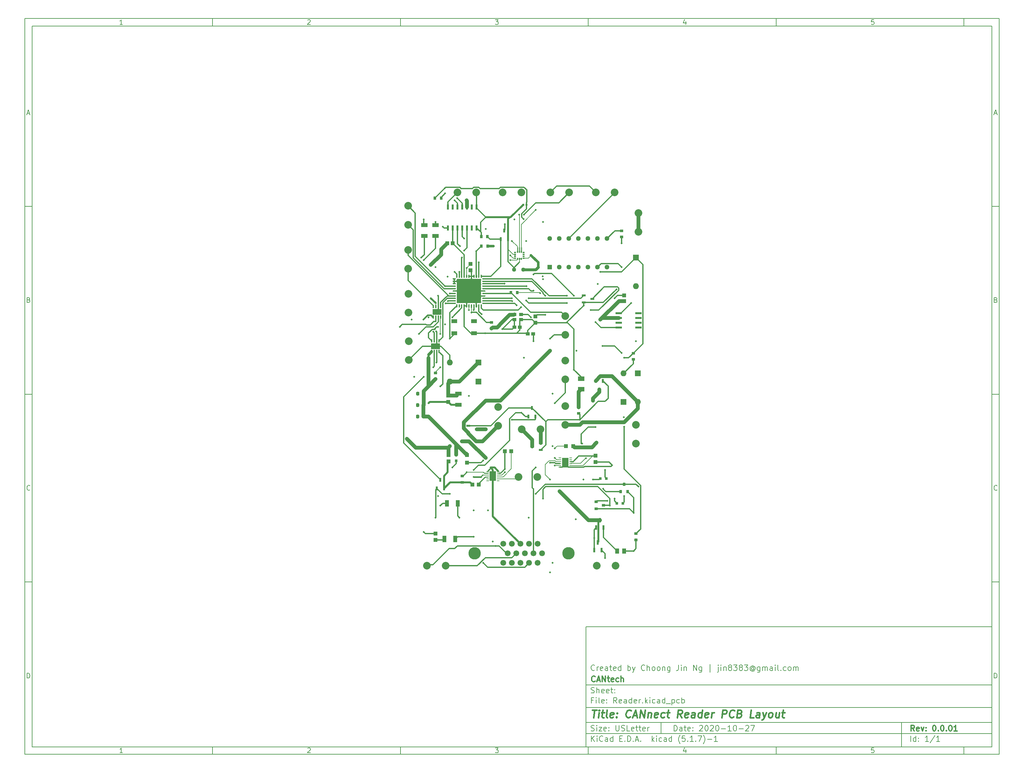
<source format=gbr>
%TF.GenerationSoftware,KiCad,Pcbnew,(5.1.7)-1*%
%TF.CreationDate,2020-10-27T06:30:04-07:00*%
%TF.ProjectId,Reader,52656164-6572-42e6-9b69-6361645f7063,0.0.01*%
%TF.SameCoordinates,Original*%
%TF.FileFunction,Copper,L1,Top*%
%TF.FilePolarity,Positive*%
%FSLAX46Y46*%
G04 Gerber Fmt 4.6, Leading zero omitted, Abs format (unit mm)*
G04 Created by KiCad (PCBNEW (5.1.7)-1) date 2020-10-27 06:30:04*
%MOMM*%
%LPD*%
G01*
G04 APERTURE LIST*
%ADD10C,0.100000*%
%ADD11C,0.150000*%
%ADD12C,0.300000*%
%ADD13C,0.400000*%
%TA.AperFunction,SMDPad,CuDef*%
%ADD14R,0.600000X0.350000*%
%TD*%
%TA.AperFunction,SMDPad,CuDef*%
%ADD15R,0.350000X0.600000*%
%TD*%
%TA.AperFunction,ComponentPad*%
%ADD16C,2.032000*%
%TD*%
%TA.AperFunction,SMDPad,CuDef*%
%ADD17R,1.100000X1.000000*%
%TD*%
%TA.AperFunction,SMDPad,CuDef*%
%ADD18R,1.000000X1.100000*%
%TD*%
%TA.AperFunction,ComponentPad*%
%ADD19R,1.600000X1.600000*%
%TD*%
%TA.AperFunction,ComponentPad*%
%ADD20O,1.600000X1.600000*%
%TD*%
%TA.AperFunction,SMDPad,CuDef*%
%ADD21R,0.540000X0.600000*%
%TD*%
%TA.AperFunction,SMDPad,CuDef*%
%ADD22R,1.799996X1.299998*%
%TD*%
%TA.AperFunction,ComponentPad*%
%ADD23C,1.117600*%
%TD*%
%TA.AperFunction,SMDPad,CuDef*%
%ADD24R,1.003300X0.990600*%
%TD*%
%TA.AperFunction,SMDPad,CuDef*%
%ADD25R,0.990600X1.003300*%
%TD*%
%TA.AperFunction,SMDPad,CuDef*%
%ADD26R,0.600000X1.000000*%
%TD*%
%TA.AperFunction,SMDPad,CuDef*%
%ADD27R,0.800000X0.900000*%
%TD*%
%TA.AperFunction,SMDPad,CuDef*%
%ADD28R,0.930000X0.790000*%
%TD*%
%TA.AperFunction,SMDPad,CuDef*%
%ADD29R,0.568000X1.309599*%
%TD*%
%TA.AperFunction,SMDPad,CuDef*%
%ADD30R,1.000000X0.600000*%
%TD*%
%TA.AperFunction,SMDPad,CuDef*%
%ADD31R,1.080000X1.680000*%
%TD*%
%TA.AperFunction,SMDPad,CuDef*%
%ADD32R,1.680000X1.080000*%
%TD*%
%TA.AperFunction,SMDPad,CuDef*%
%ADD33R,1.020000X1.040000*%
%TD*%
%TA.AperFunction,SMDPad,CuDef*%
%ADD34R,0.790000X0.930000*%
%TD*%
%TA.AperFunction,SMDPad,CuDef*%
%ADD35R,0.700000X0.800000*%
%TD*%
%TA.AperFunction,SMDPad,CuDef*%
%ADD36R,1.040000X1.380000*%
%TD*%
%TA.AperFunction,SMDPad,CuDef*%
%ADD37R,1.010000X0.930000*%
%TD*%
%TA.AperFunction,SMDPad,CuDef*%
%ADD38R,1.040000X1.020000*%
%TD*%
%TA.AperFunction,SMDPad,CuDef*%
%ADD39R,0.800000X0.700000*%
%TD*%
%TA.AperFunction,SMDPad,CuDef*%
%ADD40R,6.450000X6.450000*%
%TD*%
%TA.AperFunction,ComponentPad*%
%ADD41C,0.500000*%
%TD*%
%TA.AperFunction,SMDPad,CuDef*%
%ADD42R,2.413000X1.600200*%
%TD*%
%TA.AperFunction,SMDPad,CuDef*%
%ADD43R,0.305600X0.858799*%
%TD*%
%TA.AperFunction,ComponentPad*%
%ADD44R,1.295400X1.295400*%
%TD*%
%TA.AperFunction,ComponentPad*%
%ADD45C,1.295400*%
%TD*%
%TA.AperFunction,SMDPad,CuDef*%
%ADD46R,1.549400X0.990600*%
%TD*%
%TA.AperFunction,SMDPad,CuDef*%
%ADD47R,1.100000X0.900000*%
%TD*%
%TA.AperFunction,SMDPad,CuDef*%
%ADD48R,0.757199X0.254800*%
%TD*%
%TA.AperFunction,SMDPad,CuDef*%
%ADD49R,1.803400X2.590800*%
%TD*%
%TA.AperFunction,SMDPad,CuDef*%
%ADD50R,1.670000X0.600000*%
%TD*%
%TA.AperFunction,SMDPad,CuDef*%
%ADD51R,0.900000X0.800000*%
%TD*%
%TA.AperFunction,ComponentPad*%
%ADD52C,3.302000*%
%TD*%
%TA.AperFunction,ComponentPad*%
%ADD53C,1.549400*%
%TD*%
%TA.AperFunction,SMDPad,CuDef*%
%ADD54R,0.507200X1.327899*%
%TD*%
%TA.AperFunction,ViaPad*%
%ADD55C,0.500000*%
%TD*%
%TA.AperFunction,Conductor*%
%ADD56C,0.300000*%
%TD*%
%TA.AperFunction,Conductor*%
%ADD57C,0.500000*%
%TD*%
%TA.AperFunction,Conductor*%
%ADD58C,0.200000*%
%TD*%
%TA.AperFunction,Conductor*%
%ADD59C,1.000000*%
%TD*%
%TA.AperFunction,Conductor*%
%ADD60C,0.250000*%
%TD*%
%TA.AperFunction,Conductor*%
%ADD61C,0.220000*%
%TD*%
%TA.AperFunction,Conductor*%
%ADD62C,0.700000*%
%TD*%
%TA.AperFunction,Conductor*%
%ADD63C,0.400000*%
%TD*%
%TA.AperFunction,Conductor*%
%ADD64C,0.800000*%
%TD*%
G04 APERTURE END LIST*
D10*
D11*
X159400000Y-171900000D02*
X159400000Y-203900000D01*
X267400000Y-203900000D01*
X267400000Y-171900000D01*
X159400000Y-171900000D01*
D10*
D11*
X10000000Y-10000000D02*
X10000000Y-205900000D01*
X269400000Y-205900000D01*
X269400000Y-10000000D01*
X10000000Y-10000000D01*
D10*
D11*
X12000000Y-12000000D02*
X12000000Y-203900000D01*
X267400000Y-203900000D01*
X267400000Y-12000000D01*
X12000000Y-12000000D01*
D10*
D11*
X60000000Y-12000000D02*
X60000000Y-10000000D01*
D10*
D11*
X110000000Y-12000000D02*
X110000000Y-10000000D01*
D10*
D11*
X160000000Y-12000000D02*
X160000000Y-10000000D01*
D10*
D11*
X210000000Y-12000000D02*
X210000000Y-10000000D01*
D10*
D11*
X260000000Y-12000000D02*
X260000000Y-10000000D01*
D10*
D11*
X36065476Y-11588095D02*
X35322619Y-11588095D01*
X35694047Y-11588095D02*
X35694047Y-10288095D01*
X35570238Y-10473809D01*
X35446428Y-10597619D01*
X35322619Y-10659523D01*
D10*
D11*
X85322619Y-10411904D02*
X85384523Y-10350000D01*
X85508333Y-10288095D01*
X85817857Y-10288095D01*
X85941666Y-10350000D01*
X86003571Y-10411904D01*
X86065476Y-10535714D01*
X86065476Y-10659523D01*
X86003571Y-10845238D01*
X85260714Y-11588095D01*
X86065476Y-11588095D01*
D10*
D11*
X135260714Y-10288095D02*
X136065476Y-10288095D01*
X135632142Y-10783333D01*
X135817857Y-10783333D01*
X135941666Y-10845238D01*
X136003571Y-10907142D01*
X136065476Y-11030952D01*
X136065476Y-11340476D01*
X136003571Y-11464285D01*
X135941666Y-11526190D01*
X135817857Y-11588095D01*
X135446428Y-11588095D01*
X135322619Y-11526190D01*
X135260714Y-11464285D01*
D10*
D11*
X185941666Y-10721428D02*
X185941666Y-11588095D01*
X185632142Y-10226190D02*
X185322619Y-11154761D01*
X186127380Y-11154761D01*
D10*
D11*
X236003571Y-10288095D02*
X235384523Y-10288095D01*
X235322619Y-10907142D01*
X235384523Y-10845238D01*
X235508333Y-10783333D01*
X235817857Y-10783333D01*
X235941666Y-10845238D01*
X236003571Y-10907142D01*
X236065476Y-11030952D01*
X236065476Y-11340476D01*
X236003571Y-11464285D01*
X235941666Y-11526190D01*
X235817857Y-11588095D01*
X235508333Y-11588095D01*
X235384523Y-11526190D01*
X235322619Y-11464285D01*
D10*
D11*
X60000000Y-203900000D02*
X60000000Y-205900000D01*
D10*
D11*
X110000000Y-203900000D02*
X110000000Y-205900000D01*
D10*
D11*
X160000000Y-203900000D02*
X160000000Y-205900000D01*
D10*
D11*
X210000000Y-203900000D02*
X210000000Y-205900000D01*
D10*
D11*
X260000000Y-203900000D02*
X260000000Y-205900000D01*
D10*
D11*
X36065476Y-205488095D02*
X35322619Y-205488095D01*
X35694047Y-205488095D02*
X35694047Y-204188095D01*
X35570238Y-204373809D01*
X35446428Y-204497619D01*
X35322619Y-204559523D01*
D10*
D11*
X85322619Y-204311904D02*
X85384523Y-204250000D01*
X85508333Y-204188095D01*
X85817857Y-204188095D01*
X85941666Y-204250000D01*
X86003571Y-204311904D01*
X86065476Y-204435714D01*
X86065476Y-204559523D01*
X86003571Y-204745238D01*
X85260714Y-205488095D01*
X86065476Y-205488095D01*
D10*
D11*
X135260714Y-204188095D02*
X136065476Y-204188095D01*
X135632142Y-204683333D01*
X135817857Y-204683333D01*
X135941666Y-204745238D01*
X136003571Y-204807142D01*
X136065476Y-204930952D01*
X136065476Y-205240476D01*
X136003571Y-205364285D01*
X135941666Y-205426190D01*
X135817857Y-205488095D01*
X135446428Y-205488095D01*
X135322619Y-205426190D01*
X135260714Y-205364285D01*
D10*
D11*
X185941666Y-204621428D02*
X185941666Y-205488095D01*
X185632142Y-204126190D02*
X185322619Y-205054761D01*
X186127380Y-205054761D01*
D10*
D11*
X236003571Y-204188095D02*
X235384523Y-204188095D01*
X235322619Y-204807142D01*
X235384523Y-204745238D01*
X235508333Y-204683333D01*
X235817857Y-204683333D01*
X235941666Y-204745238D01*
X236003571Y-204807142D01*
X236065476Y-204930952D01*
X236065476Y-205240476D01*
X236003571Y-205364285D01*
X235941666Y-205426190D01*
X235817857Y-205488095D01*
X235508333Y-205488095D01*
X235384523Y-205426190D01*
X235322619Y-205364285D01*
D10*
D11*
X10000000Y-60000000D02*
X12000000Y-60000000D01*
D10*
D11*
X10000000Y-110000000D02*
X12000000Y-110000000D01*
D10*
D11*
X10000000Y-160000000D02*
X12000000Y-160000000D01*
D10*
D11*
X10690476Y-35216666D02*
X11309523Y-35216666D01*
X10566666Y-35588095D02*
X11000000Y-34288095D01*
X11433333Y-35588095D01*
D10*
D11*
X11092857Y-84907142D02*
X11278571Y-84969047D01*
X11340476Y-85030952D01*
X11402380Y-85154761D01*
X11402380Y-85340476D01*
X11340476Y-85464285D01*
X11278571Y-85526190D01*
X11154761Y-85588095D01*
X10659523Y-85588095D01*
X10659523Y-84288095D01*
X11092857Y-84288095D01*
X11216666Y-84350000D01*
X11278571Y-84411904D01*
X11340476Y-84535714D01*
X11340476Y-84659523D01*
X11278571Y-84783333D01*
X11216666Y-84845238D01*
X11092857Y-84907142D01*
X10659523Y-84907142D01*
D10*
D11*
X11402380Y-135464285D02*
X11340476Y-135526190D01*
X11154761Y-135588095D01*
X11030952Y-135588095D01*
X10845238Y-135526190D01*
X10721428Y-135402380D01*
X10659523Y-135278571D01*
X10597619Y-135030952D01*
X10597619Y-134845238D01*
X10659523Y-134597619D01*
X10721428Y-134473809D01*
X10845238Y-134350000D01*
X11030952Y-134288095D01*
X11154761Y-134288095D01*
X11340476Y-134350000D01*
X11402380Y-134411904D01*
D10*
D11*
X10659523Y-185588095D02*
X10659523Y-184288095D01*
X10969047Y-184288095D01*
X11154761Y-184350000D01*
X11278571Y-184473809D01*
X11340476Y-184597619D01*
X11402380Y-184845238D01*
X11402380Y-185030952D01*
X11340476Y-185278571D01*
X11278571Y-185402380D01*
X11154761Y-185526190D01*
X10969047Y-185588095D01*
X10659523Y-185588095D01*
D10*
D11*
X269400000Y-60000000D02*
X267400000Y-60000000D01*
D10*
D11*
X269400000Y-110000000D02*
X267400000Y-110000000D01*
D10*
D11*
X269400000Y-160000000D02*
X267400000Y-160000000D01*
D10*
D11*
X268090476Y-35216666D02*
X268709523Y-35216666D01*
X267966666Y-35588095D02*
X268400000Y-34288095D01*
X268833333Y-35588095D01*
D10*
D11*
X268492857Y-84907142D02*
X268678571Y-84969047D01*
X268740476Y-85030952D01*
X268802380Y-85154761D01*
X268802380Y-85340476D01*
X268740476Y-85464285D01*
X268678571Y-85526190D01*
X268554761Y-85588095D01*
X268059523Y-85588095D01*
X268059523Y-84288095D01*
X268492857Y-84288095D01*
X268616666Y-84350000D01*
X268678571Y-84411904D01*
X268740476Y-84535714D01*
X268740476Y-84659523D01*
X268678571Y-84783333D01*
X268616666Y-84845238D01*
X268492857Y-84907142D01*
X268059523Y-84907142D01*
D10*
D11*
X268802380Y-135464285D02*
X268740476Y-135526190D01*
X268554761Y-135588095D01*
X268430952Y-135588095D01*
X268245238Y-135526190D01*
X268121428Y-135402380D01*
X268059523Y-135278571D01*
X267997619Y-135030952D01*
X267997619Y-134845238D01*
X268059523Y-134597619D01*
X268121428Y-134473809D01*
X268245238Y-134350000D01*
X268430952Y-134288095D01*
X268554761Y-134288095D01*
X268740476Y-134350000D01*
X268802380Y-134411904D01*
D10*
D11*
X268059523Y-185588095D02*
X268059523Y-184288095D01*
X268369047Y-184288095D01*
X268554761Y-184350000D01*
X268678571Y-184473809D01*
X268740476Y-184597619D01*
X268802380Y-184845238D01*
X268802380Y-185030952D01*
X268740476Y-185278571D01*
X268678571Y-185402380D01*
X268554761Y-185526190D01*
X268369047Y-185588095D01*
X268059523Y-185588095D01*
D10*
D11*
X182832142Y-199678571D02*
X182832142Y-198178571D01*
X183189285Y-198178571D01*
X183403571Y-198250000D01*
X183546428Y-198392857D01*
X183617857Y-198535714D01*
X183689285Y-198821428D01*
X183689285Y-199035714D01*
X183617857Y-199321428D01*
X183546428Y-199464285D01*
X183403571Y-199607142D01*
X183189285Y-199678571D01*
X182832142Y-199678571D01*
X184975000Y-199678571D02*
X184975000Y-198892857D01*
X184903571Y-198750000D01*
X184760714Y-198678571D01*
X184475000Y-198678571D01*
X184332142Y-198750000D01*
X184975000Y-199607142D02*
X184832142Y-199678571D01*
X184475000Y-199678571D01*
X184332142Y-199607142D01*
X184260714Y-199464285D01*
X184260714Y-199321428D01*
X184332142Y-199178571D01*
X184475000Y-199107142D01*
X184832142Y-199107142D01*
X184975000Y-199035714D01*
X185475000Y-198678571D02*
X186046428Y-198678571D01*
X185689285Y-198178571D02*
X185689285Y-199464285D01*
X185760714Y-199607142D01*
X185903571Y-199678571D01*
X186046428Y-199678571D01*
X187117857Y-199607142D02*
X186975000Y-199678571D01*
X186689285Y-199678571D01*
X186546428Y-199607142D01*
X186475000Y-199464285D01*
X186475000Y-198892857D01*
X186546428Y-198750000D01*
X186689285Y-198678571D01*
X186975000Y-198678571D01*
X187117857Y-198750000D01*
X187189285Y-198892857D01*
X187189285Y-199035714D01*
X186475000Y-199178571D01*
X187832142Y-199535714D02*
X187903571Y-199607142D01*
X187832142Y-199678571D01*
X187760714Y-199607142D01*
X187832142Y-199535714D01*
X187832142Y-199678571D01*
X187832142Y-198750000D02*
X187903571Y-198821428D01*
X187832142Y-198892857D01*
X187760714Y-198821428D01*
X187832142Y-198750000D01*
X187832142Y-198892857D01*
X189617857Y-198321428D02*
X189689285Y-198250000D01*
X189832142Y-198178571D01*
X190189285Y-198178571D01*
X190332142Y-198250000D01*
X190403571Y-198321428D01*
X190475000Y-198464285D01*
X190475000Y-198607142D01*
X190403571Y-198821428D01*
X189546428Y-199678571D01*
X190475000Y-199678571D01*
X191403571Y-198178571D02*
X191546428Y-198178571D01*
X191689285Y-198250000D01*
X191760714Y-198321428D01*
X191832142Y-198464285D01*
X191903571Y-198750000D01*
X191903571Y-199107142D01*
X191832142Y-199392857D01*
X191760714Y-199535714D01*
X191689285Y-199607142D01*
X191546428Y-199678571D01*
X191403571Y-199678571D01*
X191260714Y-199607142D01*
X191189285Y-199535714D01*
X191117857Y-199392857D01*
X191046428Y-199107142D01*
X191046428Y-198750000D01*
X191117857Y-198464285D01*
X191189285Y-198321428D01*
X191260714Y-198250000D01*
X191403571Y-198178571D01*
X192475000Y-198321428D02*
X192546428Y-198250000D01*
X192689285Y-198178571D01*
X193046428Y-198178571D01*
X193189285Y-198250000D01*
X193260714Y-198321428D01*
X193332142Y-198464285D01*
X193332142Y-198607142D01*
X193260714Y-198821428D01*
X192403571Y-199678571D01*
X193332142Y-199678571D01*
X194260714Y-198178571D02*
X194403571Y-198178571D01*
X194546428Y-198250000D01*
X194617857Y-198321428D01*
X194689285Y-198464285D01*
X194760714Y-198750000D01*
X194760714Y-199107142D01*
X194689285Y-199392857D01*
X194617857Y-199535714D01*
X194546428Y-199607142D01*
X194403571Y-199678571D01*
X194260714Y-199678571D01*
X194117857Y-199607142D01*
X194046428Y-199535714D01*
X193975000Y-199392857D01*
X193903571Y-199107142D01*
X193903571Y-198750000D01*
X193975000Y-198464285D01*
X194046428Y-198321428D01*
X194117857Y-198250000D01*
X194260714Y-198178571D01*
X195403571Y-199107142D02*
X196546428Y-199107142D01*
X198046428Y-199678571D02*
X197189285Y-199678571D01*
X197617857Y-199678571D02*
X197617857Y-198178571D01*
X197475000Y-198392857D01*
X197332142Y-198535714D01*
X197189285Y-198607142D01*
X198975000Y-198178571D02*
X199117857Y-198178571D01*
X199260714Y-198250000D01*
X199332142Y-198321428D01*
X199403571Y-198464285D01*
X199475000Y-198750000D01*
X199475000Y-199107142D01*
X199403571Y-199392857D01*
X199332142Y-199535714D01*
X199260714Y-199607142D01*
X199117857Y-199678571D01*
X198975000Y-199678571D01*
X198832142Y-199607142D01*
X198760714Y-199535714D01*
X198689285Y-199392857D01*
X198617857Y-199107142D01*
X198617857Y-198750000D01*
X198689285Y-198464285D01*
X198760714Y-198321428D01*
X198832142Y-198250000D01*
X198975000Y-198178571D01*
X200117857Y-199107142D02*
X201260714Y-199107142D01*
X201903571Y-198321428D02*
X201975000Y-198250000D01*
X202117857Y-198178571D01*
X202475000Y-198178571D01*
X202617857Y-198250000D01*
X202689285Y-198321428D01*
X202760714Y-198464285D01*
X202760714Y-198607142D01*
X202689285Y-198821428D01*
X201832142Y-199678571D01*
X202760714Y-199678571D01*
X203260714Y-198178571D02*
X204260714Y-198178571D01*
X203617857Y-199678571D01*
D10*
D11*
X159400000Y-200400000D02*
X267400000Y-200400000D01*
D10*
D11*
X160832142Y-202478571D02*
X160832142Y-200978571D01*
X161689285Y-202478571D02*
X161046428Y-201621428D01*
X161689285Y-200978571D02*
X160832142Y-201835714D01*
X162332142Y-202478571D02*
X162332142Y-201478571D01*
X162332142Y-200978571D02*
X162260714Y-201050000D01*
X162332142Y-201121428D01*
X162403571Y-201050000D01*
X162332142Y-200978571D01*
X162332142Y-201121428D01*
X163903571Y-202335714D02*
X163832142Y-202407142D01*
X163617857Y-202478571D01*
X163475000Y-202478571D01*
X163260714Y-202407142D01*
X163117857Y-202264285D01*
X163046428Y-202121428D01*
X162975000Y-201835714D01*
X162975000Y-201621428D01*
X163046428Y-201335714D01*
X163117857Y-201192857D01*
X163260714Y-201050000D01*
X163475000Y-200978571D01*
X163617857Y-200978571D01*
X163832142Y-201050000D01*
X163903571Y-201121428D01*
X165189285Y-202478571D02*
X165189285Y-201692857D01*
X165117857Y-201550000D01*
X164975000Y-201478571D01*
X164689285Y-201478571D01*
X164546428Y-201550000D01*
X165189285Y-202407142D02*
X165046428Y-202478571D01*
X164689285Y-202478571D01*
X164546428Y-202407142D01*
X164475000Y-202264285D01*
X164475000Y-202121428D01*
X164546428Y-201978571D01*
X164689285Y-201907142D01*
X165046428Y-201907142D01*
X165189285Y-201835714D01*
X166546428Y-202478571D02*
X166546428Y-200978571D01*
X166546428Y-202407142D02*
X166403571Y-202478571D01*
X166117857Y-202478571D01*
X165975000Y-202407142D01*
X165903571Y-202335714D01*
X165832142Y-202192857D01*
X165832142Y-201764285D01*
X165903571Y-201621428D01*
X165975000Y-201550000D01*
X166117857Y-201478571D01*
X166403571Y-201478571D01*
X166546428Y-201550000D01*
X168403571Y-201692857D02*
X168903571Y-201692857D01*
X169117857Y-202478571D02*
X168403571Y-202478571D01*
X168403571Y-200978571D01*
X169117857Y-200978571D01*
X169760714Y-202335714D02*
X169832142Y-202407142D01*
X169760714Y-202478571D01*
X169689285Y-202407142D01*
X169760714Y-202335714D01*
X169760714Y-202478571D01*
X170475000Y-202478571D02*
X170475000Y-200978571D01*
X170832142Y-200978571D01*
X171046428Y-201050000D01*
X171189285Y-201192857D01*
X171260714Y-201335714D01*
X171332142Y-201621428D01*
X171332142Y-201835714D01*
X171260714Y-202121428D01*
X171189285Y-202264285D01*
X171046428Y-202407142D01*
X170832142Y-202478571D01*
X170475000Y-202478571D01*
X171975000Y-202335714D02*
X172046428Y-202407142D01*
X171975000Y-202478571D01*
X171903571Y-202407142D01*
X171975000Y-202335714D01*
X171975000Y-202478571D01*
X172617857Y-202050000D02*
X173332142Y-202050000D01*
X172475000Y-202478571D02*
X172975000Y-200978571D01*
X173475000Y-202478571D01*
X173975000Y-202335714D02*
X174046428Y-202407142D01*
X173975000Y-202478571D01*
X173903571Y-202407142D01*
X173975000Y-202335714D01*
X173975000Y-202478571D01*
X176975000Y-202478571D02*
X176975000Y-200978571D01*
X177117857Y-201907142D02*
X177546428Y-202478571D01*
X177546428Y-201478571D02*
X176975000Y-202050000D01*
X178189285Y-202478571D02*
X178189285Y-201478571D01*
X178189285Y-200978571D02*
X178117857Y-201050000D01*
X178189285Y-201121428D01*
X178260714Y-201050000D01*
X178189285Y-200978571D01*
X178189285Y-201121428D01*
X179546428Y-202407142D02*
X179403571Y-202478571D01*
X179117857Y-202478571D01*
X178975000Y-202407142D01*
X178903571Y-202335714D01*
X178832142Y-202192857D01*
X178832142Y-201764285D01*
X178903571Y-201621428D01*
X178975000Y-201550000D01*
X179117857Y-201478571D01*
X179403571Y-201478571D01*
X179546428Y-201550000D01*
X180832142Y-202478571D02*
X180832142Y-201692857D01*
X180760714Y-201550000D01*
X180617857Y-201478571D01*
X180332142Y-201478571D01*
X180189285Y-201550000D01*
X180832142Y-202407142D02*
X180689285Y-202478571D01*
X180332142Y-202478571D01*
X180189285Y-202407142D01*
X180117857Y-202264285D01*
X180117857Y-202121428D01*
X180189285Y-201978571D01*
X180332142Y-201907142D01*
X180689285Y-201907142D01*
X180832142Y-201835714D01*
X182189285Y-202478571D02*
X182189285Y-200978571D01*
X182189285Y-202407142D02*
X182046428Y-202478571D01*
X181760714Y-202478571D01*
X181617857Y-202407142D01*
X181546428Y-202335714D01*
X181475000Y-202192857D01*
X181475000Y-201764285D01*
X181546428Y-201621428D01*
X181617857Y-201550000D01*
X181760714Y-201478571D01*
X182046428Y-201478571D01*
X182189285Y-201550000D01*
X184475000Y-203050000D02*
X184403571Y-202978571D01*
X184260714Y-202764285D01*
X184189285Y-202621428D01*
X184117857Y-202407142D01*
X184046428Y-202050000D01*
X184046428Y-201764285D01*
X184117857Y-201407142D01*
X184189285Y-201192857D01*
X184260714Y-201050000D01*
X184403571Y-200835714D01*
X184475000Y-200764285D01*
X185760714Y-200978571D02*
X185046428Y-200978571D01*
X184975000Y-201692857D01*
X185046428Y-201621428D01*
X185189285Y-201550000D01*
X185546428Y-201550000D01*
X185689285Y-201621428D01*
X185760714Y-201692857D01*
X185832142Y-201835714D01*
X185832142Y-202192857D01*
X185760714Y-202335714D01*
X185689285Y-202407142D01*
X185546428Y-202478571D01*
X185189285Y-202478571D01*
X185046428Y-202407142D01*
X184975000Y-202335714D01*
X186475000Y-202335714D02*
X186546428Y-202407142D01*
X186475000Y-202478571D01*
X186403571Y-202407142D01*
X186475000Y-202335714D01*
X186475000Y-202478571D01*
X187975000Y-202478571D02*
X187117857Y-202478571D01*
X187546428Y-202478571D02*
X187546428Y-200978571D01*
X187403571Y-201192857D01*
X187260714Y-201335714D01*
X187117857Y-201407142D01*
X188617857Y-202335714D02*
X188689285Y-202407142D01*
X188617857Y-202478571D01*
X188546428Y-202407142D01*
X188617857Y-202335714D01*
X188617857Y-202478571D01*
X189189285Y-200978571D02*
X190189285Y-200978571D01*
X189546428Y-202478571D01*
X190617857Y-203050000D02*
X190689285Y-202978571D01*
X190832142Y-202764285D01*
X190903571Y-202621428D01*
X190975000Y-202407142D01*
X191046428Y-202050000D01*
X191046428Y-201764285D01*
X190975000Y-201407142D01*
X190903571Y-201192857D01*
X190832142Y-201050000D01*
X190689285Y-200835714D01*
X190617857Y-200764285D01*
X191760714Y-201907142D02*
X192903571Y-201907142D01*
X194403571Y-202478571D02*
X193546428Y-202478571D01*
X193975000Y-202478571D02*
X193975000Y-200978571D01*
X193832142Y-201192857D01*
X193689285Y-201335714D01*
X193546428Y-201407142D01*
D10*
D11*
X159400000Y-197400000D02*
X267400000Y-197400000D01*
D10*
D12*
X246809285Y-199678571D02*
X246309285Y-198964285D01*
X245952142Y-199678571D02*
X245952142Y-198178571D01*
X246523571Y-198178571D01*
X246666428Y-198250000D01*
X246737857Y-198321428D01*
X246809285Y-198464285D01*
X246809285Y-198678571D01*
X246737857Y-198821428D01*
X246666428Y-198892857D01*
X246523571Y-198964285D01*
X245952142Y-198964285D01*
X248023571Y-199607142D02*
X247880714Y-199678571D01*
X247595000Y-199678571D01*
X247452142Y-199607142D01*
X247380714Y-199464285D01*
X247380714Y-198892857D01*
X247452142Y-198750000D01*
X247595000Y-198678571D01*
X247880714Y-198678571D01*
X248023571Y-198750000D01*
X248095000Y-198892857D01*
X248095000Y-199035714D01*
X247380714Y-199178571D01*
X248595000Y-198678571D02*
X248952142Y-199678571D01*
X249309285Y-198678571D01*
X249880714Y-199535714D02*
X249952142Y-199607142D01*
X249880714Y-199678571D01*
X249809285Y-199607142D01*
X249880714Y-199535714D01*
X249880714Y-199678571D01*
X249880714Y-198750000D02*
X249952142Y-198821428D01*
X249880714Y-198892857D01*
X249809285Y-198821428D01*
X249880714Y-198750000D01*
X249880714Y-198892857D01*
X252023571Y-198178571D02*
X252166428Y-198178571D01*
X252309285Y-198250000D01*
X252380714Y-198321428D01*
X252452142Y-198464285D01*
X252523571Y-198750000D01*
X252523571Y-199107142D01*
X252452142Y-199392857D01*
X252380714Y-199535714D01*
X252309285Y-199607142D01*
X252166428Y-199678571D01*
X252023571Y-199678571D01*
X251880714Y-199607142D01*
X251809285Y-199535714D01*
X251737857Y-199392857D01*
X251666428Y-199107142D01*
X251666428Y-198750000D01*
X251737857Y-198464285D01*
X251809285Y-198321428D01*
X251880714Y-198250000D01*
X252023571Y-198178571D01*
X253166428Y-199535714D02*
X253237857Y-199607142D01*
X253166428Y-199678571D01*
X253095000Y-199607142D01*
X253166428Y-199535714D01*
X253166428Y-199678571D01*
X254166428Y-198178571D02*
X254309285Y-198178571D01*
X254452142Y-198250000D01*
X254523571Y-198321428D01*
X254595000Y-198464285D01*
X254666428Y-198750000D01*
X254666428Y-199107142D01*
X254595000Y-199392857D01*
X254523571Y-199535714D01*
X254452142Y-199607142D01*
X254309285Y-199678571D01*
X254166428Y-199678571D01*
X254023571Y-199607142D01*
X253952142Y-199535714D01*
X253880714Y-199392857D01*
X253809285Y-199107142D01*
X253809285Y-198750000D01*
X253880714Y-198464285D01*
X253952142Y-198321428D01*
X254023571Y-198250000D01*
X254166428Y-198178571D01*
X255309285Y-199535714D02*
X255380714Y-199607142D01*
X255309285Y-199678571D01*
X255237857Y-199607142D01*
X255309285Y-199535714D01*
X255309285Y-199678571D01*
X256309285Y-198178571D02*
X256452142Y-198178571D01*
X256595000Y-198250000D01*
X256666428Y-198321428D01*
X256737857Y-198464285D01*
X256809285Y-198750000D01*
X256809285Y-199107142D01*
X256737857Y-199392857D01*
X256666428Y-199535714D01*
X256595000Y-199607142D01*
X256452142Y-199678571D01*
X256309285Y-199678571D01*
X256166428Y-199607142D01*
X256095000Y-199535714D01*
X256023571Y-199392857D01*
X255952142Y-199107142D01*
X255952142Y-198750000D01*
X256023571Y-198464285D01*
X256095000Y-198321428D01*
X256166428Y-198250000D01*
X256309285Y-198178571D01*
X258237857Y-199678571D02*
X257380714Y-199678571D01*
X257809285Y-199678571D02*
X257809285Y-198178571D01*
X257666428Y-198392857D01*
X257523571Y-198535714D01*
X257380714Y-198607142D01*
D10*
D11*
X160760714Y-199607142D02*
X160975000Y-199678571D01*
X161332142Y-199678571D01*
X161475000Y-199607142D01*
X161546428Y-199535714D01*
X161617857Y-199392857D01*
X161617857Y-199250000D01*
X161546428Y-199107142D01*
X161475000Y-199035714D01*
X161332142Y-198964285D01*
X161046428Y-198892857D01*
X160903571Y-198821428D01*
X160832142Y-198750000D01*
X160760714Y-198607142D01*
X160760714Y-198464285D01*
X160832142Y-198321428D01*
X160903571Y-198250000D01*
X161046428Y-198178571D01*
X161403571Y-198178571D01*
X161617857Y-198250000D01*
X162260714Y-199678571D02*
X162260714Y-198678571D01*
X162260714Y-198178571D02*
X162189285Y-198250000D01*
X162260714Y-198321428D01*
X162332142Y-198250000D01*
X162260714Y-198178571D01*
X162260714Y-198321428D01*
X162832142Y-198678571D02*
X163617857Y-198678571D01*
X162832142Y-199678571D01*
X163617857Y-199678571D01*
X164760714Y-199607142D02*
X164617857Y-199678571D01*
X164332142Y-199678571D01*
X164189285Y-199607142D01*
X164117857Y-199464285D01*
X164117857Y-198892857D01*
X164189285Y-198750000D01*
X164332142Y-198678571D01*
X164617857Y-198678571D01*
X164760714Y-198750000D01*
X164832142Y-198892857D01*
X164832142Y-199035714D01*
X164117857Y-199178571D01*
X165475000Y-199535714D02*
X165546428Y-199607142D01*
X165475000Y-199678571D01*
X165403571Y-199607142D01*
X165475000Y-199535714D01*
X165475000Y-199678571D01*
X165475000Y-198750000D02*
X165546428Y-198821428D01*
X165475000Y-198892857D01*
X165403571Y-198821428D01*
X165475000Y-198750000D01*
X165475000Y-198892857D01*
X167332142Y-198178571D02*
X167332142Y-199392857D01*
X167403571Y-199535714D01*
X167475000Y-199607142D01*
X167617857Y-199678571D01*
X167903571Y-199678571D01*
X168046428Y-199607142D01*
X168117857Y-199535714D01*
X168189285Y-199392857D01*
X168189285Y-198178571D01*
X168832142Y-199607142D02*
X169046428Y-199678571D01*
X169403571Y-199678571D01*
X169546428Y-199607142D01*
X169617857Y-199535714D01*
X169689285Y-199392857D01*
X169689285Y-199250000D01*
X169617857Y-199107142D01*
X169546428Y-199035714D01*
X169403571Y-198964285D01*
X169117857Y-198892857D01*
X168975000Y-198821428D01*
X168903571Y-198750000D01*
X168832142Y-198607142D01*
X168832142Y-198464285D01*
X168903571Y-198321428D01*
X168975000Y-198250000D01*
X169117857Y-198178571D01*
X169475000Y-198178571D01*
X169689285Y-198250000D01*
X171046428Y-199678571D02*
X170332142Y-199678571D01*
X170332142Y-198178571D01*
X172117857Y-199607142D02*
X171975000Y-199678571D01*
X171689285Y-199678571D01*
X171546428Y-199607142D01*
X171475000Y-199464285D01*
X171475000Y-198892857D01*
X171546428Y-198750000D01*
X171689285Y-198678571D01*
X171975000Y-198678571D01*
X172117857Y-198750000D01*
X172189285Y-198892857D01*
X172189285Y-199035714D01*
X171475000Y-199178571D01*
X172617857Y-198678571D02*
X173189285Y-198678571D01*
X172832142Y-198178571D02*
X172832142Y-199464285D01*
X172903571Y-199607142D01*
X173046428Y-199678571D01*
X173189285Y-199678571D01*
X173475000Y-198678571D02*
X174046428Y-198678571D01*
X173689285Y-198178571D02*
X173689285Y-199464285D01*
X173760714Y-199607142D01*
X173903571Y-199678571D01*
X174046428Y-199678571D01*
X175117857Y-199607142D02*
X174975000Y-199678571D01*
X174689285Y-199678571D01*
X174546428Y-199607142D01*
X174475000Y-199464285D01*
X174475000Y-198892857D01*
X174546428Y-198750000D01*
X174689285Y-198678571D01*
X174975000Y-198678571D01*
X175117857Y-198750000D01*
X175189285Y-198892857D01*
X175189285Y-199035714D01*
X174475000Y-199178571D01*
X175832142Y-199678571D02*
X175832142Y-198678571D01*
X175832142Y-198964285D02*
X175903571Y-198821428D01*
X175975000Y-198750000D01*
X176117857Y-198678571D01*
X176260714Y-198678571D01*
D10*
D11*
X245832142Y-202478571D02*
X245832142Y-200978571D01*
X247189285Y-202478571D02*
X247189285Y-200978571D01*
X247189285Y-202407142D02*
X247046428Y-202478571D01*
X246760714Y-202478571D01*
X246617857Y-202407142D01*
X246546428Y-202335714D01*
X246475000Y-202192857D01*
X246475000Y-201764285D01*
X246546428Y-201621428D01*
X246617857Y-201550000D01*
X246760714Y-201478571D01*
X247046428Y-201478571D01*
X247189285Y-201550000D01*
X247903571Y-202335714D02*
X247975000Y-202407142D01*
X247903571Y-202478571D01*
X247832142Y-202407142D01*
X247903571Y-202335714D01*
X247903571Y-202478571D01*
X247903571Y-201550000D02*
X247975000Y-201621428D01*
X247903571Y-201692857D01*
X247832142Y-201621428D01*
X247903571Y-201550000D01*
X247903571Y-201692857D01*
X250546428Y-202478571D02*
X249689285Y-202478571D01*
X250117857Y-202478571D02*
X250117857Y-200978571D01*
X249975000Y-201192857D01*
X249832142Y-201335714D01*
X249689285Y-201407142D01*
X252260714Y-200907142D02*
X250975000Y-202835714D01*
X253546428Y-202478571D02*
X252689285Y-202478571D01*
X253117857Y-202478571D02*
X253117857Y-200978571D01*
X252975000Y-201192857D01*
X252832142Y-201335714D01*
X252689285Y-201407142D01*
D10*
D11*
X159400000Y-193400000D02*
X267400000Y-193400000D01*
D10*
D13*
X161112380Y-194104761D02*
X162255238Y-194104761D01*
X161433809Y-196104761D02*
X161683809Y-194104761D01*
X162671904Y-196104761D02*
X162838571Y-194771428D01*
X162921904Y-194104761D02*
X162814761Y-194200000D01*
X162898095Y-194295238D01*
X163005238Y-194200000D01*
X162921904Y-194104761D01*
X162898095Y-194295238D01*
X163505238Y-194771428D02*
X164267142Y-194771428D01*
X163874285Y-194104761D02*
X163660000Y-195819047D01*
X163731428Y-196009523D01*
X163910000Y-196104761D01*
X164100476Y-196104761D01*
X165052857Y-196104761D02*
X164874285Y-196009523D01*
X164802857Y-195819047D01*
X165017142Y-194104761D01*
X166588571Y-196009523D02*
X166386190Y-196104761D01*
X166005238Y-196104761D01*
X165826666Y-196009523D01*
X165755238Y-195819047D01*
X165850476Y-195057142D01*
X165969523Y-194866666D01*
X166171904Y-194771428D01*
X166552857Y-194771428D01*
X166731428Y-194866666D01*
X166802857Y-195057142D01*
X166779047Y-195247619D01*
X165802857Y-195438095D01*
X167552857Y-195914285D02*
X167636190Y-196009523D01*
X167529047Y-196104761D01*
X167445714Y-196009523D01*
X167552857Y-195914285D01*
X167529047Y-196104761D01*
X167683809Y-194866666D02*
X167767142Y-194961904D01*
X167660000Y-195057142D01*
X167576666Y-194961904D01*
X167683809Y-194866666D01*
X167660000Y-195057142D01*
X171171904Y-195914285D02*
X171064761Y-196009523D01*
X170767142Y-196104761D01*
X170576666Y-196104761D01*
X170302857Y-196009523D01*
X170136190Y-195819047D01*
X170064761Y-195628571D01*
X170017142Y-195247619D01*
X170052857Y-194961904D01*
X170195714Y-194580952D01*
X170314761Y-194390476D01*
X170529047Y-194200000D01*
X170826666Y-194104761D01*
X171017142Y-194104761D01*
X171290952Y-194200000D01*
X171374285Y-194295238D01*
X171981428Y-195533333D02*
X172933809Y-195533333D01*
X171719523Y-196104761D02*
X172636190Y-194104761D01*
X173052857Y-196104761D01*
X173719523Y-196104761D02*
X173969523Y-194104761D01*
X174862380Y-196104761D01*
X175112380Y-194104761D01*
X175981428Y-194771428D02*
X175814761Y-196104761D01*
X175957619Y-194961904D02*
X176064761Y-194866666D01*
X176267142Y-194771428D01*
X176552857Y-194771428D01*
X176731428Y-194866666D01*
X176802857Y-195057142D01*
X176671904Y-196104761D01*
X178398095Y-196009523D02*
X178195714Y-196104761D01*
X177814761Y-196104761D01*
X177636190Y-196009523D01*
X177564761Y-195819047D01*
X177660000Y-195057142D01*
X177779047Y-194866666D01*
X177981428Y-194771428D01*
X178362380Y-194771428D01*
X178540952Y-194866666D01*
X178612380Y-195057142D01*
X178588571Y-195247619D01*
X177612380Y-195438095D01*
X180207619Y-196009523D02*
X180005238Y-196104761D01*
X179624285Y-196104761D01*
X179445714Y-196009523D01*
X179362380Y-195914285D01*
X179290952Y-195723809D01*
X179362380Y-195152380D01*
X179481428Y-194961904D01*
X179588571Y-194866666D01*
X179790952Y-194771428D01*
X180171904Y-194771428D01*
X180350476Y-194866666D01*
X180933809Y-194771428D02*
X181695714Y-194771428D01*
X181302857Y-194104761D02*
X181088571Y-195819047D01*
X181160000Y-196009523D01*
X181338571Y-196104761D01*
X181529047Y-196104761D01*
X184862380Y-196104761D02*
X184314761Y-195152380D01*
X183719523Y-196104761D02*
X183969523Y-194104761D01*
X184731428Y-194104761D01*
X184910000Y-194200000D01*
X184993333Y-194295238D01*
X185064761Y-194485714D01*
X185029047Y-194771428D01*
X184910000Y-194961904D01*
X184802857Y-195057142D01*
X184600476Y-195152380D01*
X183838571Y-195152380D01*
X186493333Y-196009523D02*
X186290952Y-196104761D01*
X185910000Y-196104761D01*
X185731428Y-196009523D01*
X185660000Y-195819047D01*
X185755238Y-195057142D01*
X185874285Y-194866666D01*
X186076666Y-194771428D01*
X186457619Y-194771428D01*
X186636190Y-194866666D01*
X186707619Y-195057142D01*
X186683809Y-195247619D01*
X185707619Y-195438095D01*
X188290952Y-196104761D02*
X188421904Y-195057142D01*
X188350476Y-194866666D01*
X188171904Y-194771428D01*
X187790952Y-194771428D01*
X187588571Y-194866666D01*
X188302857Y-196009523D02*
X188100476Y-196104761D01*
X187624285Y-196104761D01*
X187445714Y-196009523D01*
X187374285Y-195819047D01*
X187398095Y-195628571D01*
X187517142Y-195438095D01*
X187719523Y-195342857D01*
X188195714Y-195342857D01*
X188398095Y-195247619D01*
X190100476Y-196104761D02*
X190350476Y-194104761D01*
X190112380Y-196009523D02*
X189910000Y-196104761D01*
X189529047Y-196104761D01*
X189350476Y-196009523D01*
X189267142Y-195914285D01*
X189195714Y-195723809D01*
X189267142Y-195152380D01*
X189386190Y-194961904D01*
X189493333Y-194866666D01*
X189695714Y-194771428D01*
X190076666Y-194771428D01*
X190255238Y-194866666D01*
X191826666Y-196009523D02*
X191624285Y-196104761D01*
X191243333Y-196104761D01*
X191064761Y-196009523D01*
X190993333Y-195819047D01*
X191088571Y-195057142D01*
X191207619Y-194866666D01*
X191410000Y-194771428D01*
X191790952Y-194771428D01*
X191969523Y-194866666D01*
X192040952Y-195057142D01*
X192017142Y-195247619D01*
X191040952Y-195438095D01*
X192767142Y-196104761D02*
X192933809Y-194771428D01*
X192886190Y-195152380D02*
X193005238Y-194961904D01*
X193112380Y-194866666D01*
X193314761Y-194771428D01*
X193505238Y-194771428D01*
X195529047Y-196104761D02*
X195779047Y-194104761D01*
X196540952Y-194104761D01*
X196719523Y-194200000D01*
X196802857Y-194295238D01*
X196874285Y-194485714D01*
X196838571Y-194771428D01*
X196719523Y-194961904D01*
X196612380Y-195057142D01*
X196410000Y-195152380D01*
X195648095Y-195152380D01*
X198695714Y-195914285D02*
X198588571Y-196009523D01*
X198290952Y-196104761D01*
X198100476Y-196104761D01*
X197826666Y-196009523D01*
X197660000Y-195819047D01*
X197588571Y-195628571D01*
X197540952Y-195247619D01*
X197576666Y-194961904D01*
X197719523Y-194580952D01*
X197838571Y-194390476D01*
X198052857Y-194200000D01*
X198350476Y-194104761D01*
X198540952Y-194104761D01*
X198814761Y-194200000D01*
X198898095Y-194295238D01*
X200326666Y-195057142D02*
X200600476Y-195152380D01*
X200683809Y-195247619D01*
X200755238Y-195438095D01*
X200719523Y-195723809D01*
X200600476Y-195914285D01*
X200493333Y-196009523D01*
X200290952Y-196104761D01*
X199529047Y-196104761D01*
X199779047Y-194104761D01*
X200445714Y-194104761D01*
X200624285Y-194200000D01*
X200707619Y-194295238D01*
X200779047Y-194485714D01*
X200755238Y-194676190D01*
X200636190Y-194866666D01*
X200529047Y-194961904D01*
X200326666Y-195057142D01*
X199660000Y-195057142D01*
X204005238Y-196104761D02*
X203052857Y-196104761D01*
X203302857Y-194104761D01*
X205529047Y-196104761D02*
X205660000Y-195057142D01*
X205588571Y-194866666D01*
X205410000Y-194771428D01*
X205029047Y-194771428D01*
X204826666Y-194866666D01*
X205540952Y-196009523D02*
X205338571Y-196104761D01*
X204862380Y-196104761D01*
X204683809Y-196009523D01*
X204612380Y-195819047D01*
X204636190Y-195628571D01*
X204755238Y-195438095D01*
X204957619Y-195342857D01*
X205433809Y-195342857D01*
X205636190Y-195247619D01*
X206457619Y-194771428D02*
X206767142Y-196104761D01*
X207410000Y-194771428D02*
X206767142Y-196104761D01*
X206517142Y-196580952D01*
X206410000Y-196676190D01*
X206207619Y-196771428D01*
X208290952Y-196104761D02*
X208112380Y-196009523D01*
X208029047Y-195914285D01*
X207957619Y-195723809D01*
X208029047Y-195152380D01*
X208148095Y-194961904D01*
X208255238Y-194866666D01*
X208457619Y-194771428D01*
X208743333Y-194771428D01*
X208921904Y-194866666D01*
X209005238Y-194961904D01*
X209076666Y-195152380D01*
X209005238Y-195723809D01*
X208886190Y-195914285D01*
X208779047Y-196009523D01*
X208576666Y-196104761D01*
X208290952Y-196104761D01*
X210838571Y-194771428D02*
X210671904Y-196104761D01*
X209981428Y-194771428D02*
X209850476Y-195819047D01*
X209921904Y-196009523D01*
X210100476Y-196104761D01*
X210386190Y-196104761D01*
X210588571Y-196009523D01*
X210695714Y-195914285D01*
X211505238Y-194771428D02*
X212267142Y-194771428D01*
X211874285Y-194104761D02*
X211659999Y-195819047D01*
X211731428Y-196009523D01*
X211909999Y-196104761D01*
X212100476Y-196104761D01*
D10*
D11*
X161332142Y-191492857D02*
X160832142Y-191492857D01*
X160832142Y-192278571D02*
X160832142Y-190778571D01*
X161546428Y-190778571D01*
X162117857Y-192278571D02*
X162117857Y-191278571D01*
X162117857Y-190778571D02*
X162046428Y-190850000D01*
X162117857Y-190921428D01*
X162189285Y-190850000D01*
X162117857Y-190778571D01*
X162117857Y-190921428D01*
X163046428Y-192278571D02*
X162903571Y-192207142D01*
X162832142Y-192064285D01*
X162832142Y-190778571D01*
X164189285Y-192207142D02*
X164046428Y-192278571D01*
X163760714Y-192278571D01*
X163617857Y-192207142D01*
X163546428Y-192064285D01*
X163546428Y-191492857D01*
X163617857Y-191350000D01*
X163760714Y-191278571D01*
X164046428Y-191278571D01*
X164189285Y-191350000D01*
X164260714Y-191492857D01*
X164260714Y-191635714D01*
X163546428Y-191778571D01*
X164903571Y-192135714D02*
X164975000Y-192207142D01*
X164903571Y-192278571D01*
X164832142Y-192207142D01*
X164903571Y-192135714D01*
X164903571Y-192278571D01*
X164903571Y-191350000D02*
X164975000Y-191421428D01*
X164903571Y-191492857D01*
X164832142Y-191421428D01*
X164903571Y-191350000D01*
X164903571Y-191492857D01*
X167617857Y-192278571D02*
X167117857Y-191564285D01*
X166760714Y-192278571D02*
X166760714Y-190778571D01*
X167332142Y-190778571D01*
X167475000Y-190850000D01*
X167546428Y-190921428D01*
X167617857Y-191064285D01*
X167617857Y-191278571D01*
X167546428Y-191421428D01*
X167475000Y-191492857D01*
X167332142Y-191564285D01*
X166760714Y-191564285D01*
X168832142Y-192207142D02*
X168689285Y-192278571D01*
X168403571Y-192278571D01*
X168260714Y-192207142D01*
X168189285Y-192064285D01*
X168189285Y-191492857D01*
X168260714Y-191350000D01*
X168403571Y-191278571D01*
X168689285Y-191278571D01*
X168832142Y-191350000D01*
X168903571Y-191492857D01*
X168903571Y-191635714D01*
X168189285Y-191778571D01*
X170189285Y-192278571D02*
X170189285Y-191492857D01*
X170117857Y-191350000D01*
X169975000Y-191278571D01*
X169689285Y-191278571D01*
X169546428Y-191350000D01*
X170189285Y-192207142D02*
X170046428Y-192278571D01*
X169689285Y-192278571D01*
X169546428Y-192207142D01*
X169475000Y-192064285D01*
X169475000Y-191921428D01*
X169546428Y-191778571D01*
X169689285Y-191707142D01*
X170046428Y-191707142D01*
X170189285Y-191635714D01*
X171546428Y-192278571D02*
X171546428Y-190778571D01*
X171546428Y-192207142D02*
X171403571Y-192278571D01*
X171117857Y-192278571D01*
X170975000Y-192207142D01*
X170903571Y-192135714D01*
X170832142Y-191992857D01*
X170832142Y-191564285D01*
X170903571Y-191421428D01*
X170975000Y-191350000D01*
X171117857Y-191278571D01*
X171403571Y-191278571D01*
X171546428Y-191350000D01*
X172832142Y-192207142D02*
X172689285Y-192278571D01*
X172403571Y-192278571D01*
X172260714Y-192207142D01*
X172189285Y-192064285D01*
X172189285Y-191492857D01*
X172260714Y-191350000D01*
X172403571Y-191278571D01*
X172689285Y-191278571D01*
X172832142Y-191350000D01*
X172903571Y-191492857D01*
X172903571Y-191635714D01*
X172189285Y-191778571D01*
X173546428Y-192278571D02*
X173546428Y-191278571D01*
X173546428Y-191564285D02*
X173617857Y-191421428D01*
X173689285Y-191350000D01*
X173832142Y-191278571D01*
X173975000Y-191278571D01*
X174475000Y-192135714D02*
X174546428Y-192207142D01*
X174475000Y-192278571D01*
X174403571Y-192207142D01*
X174475000Y-192135714D01*
X174475000Y-192278571D01*
X175189285Y-192278571D02*
X175189285Y-190778571D01*
X175332142Y-191707142D02*
X175760714Y-192278571D01*
X175760714Y-191278571D02*
X175189285Y-191850000D01*
X176403571Y-192278571D02*
X176403571Y-191278571D01*
X176403571Y-190778571D02*
X176332142Y-190850000D01*
X176403571Y-190921428D01*
X176475000Y-190850000D01*
X176403571Y-190778571D01*
X176403571Y-190921428D01*
X177760714Y-192207142D02*
X177617857Y-192278571D01*
X177332142Y-192278571D01*
X177189285Y-192207142D01*
X177117857Y-192135714D01*
X177046428Y-191992857D01*
X177046428Y-191564285D01*
X177117857Y-191421428D01*
X177189285Y-191350000D01*
X177332142Y-191278571D01*
X177617857Y-191278571D01*
X177760714Y-191350000D01*
X179046428Y-192278571D02*
X179046428Y-191492857D01*
X178975000Y-191350000D01*
X178832142Y-191278571D01*
X178546428Y-191278571D01*
X178403571Y-191350000D01*
X179046428Y-192207142D02*
X178903571Y-192278571D01*
X178546428Y-192278571D01*
X178403571Y-192207142D01*
X178332142Y-192064285D01*
X178332142Y-191921428D01*
X178403571Y-191778571D01*
X178546428Y-191707142D01*
X178903571Y-191707142D01*
X179046428Y-191635714D01*
X180403571Y-192278571D02*
X180403571Y-190778571D01*
X180403571Y-192207142D02*
X180260714Y-192278571D01*
X179975000Y-192278571D01*
X179832142Y-192207142D01*
X179760714Y-192135714D01*
X179689285Y-191992857D01*
X179689285Y-191564285D01*
X179760714Y-191421428D01*
X179832142Y-191350000D01*
X179975000Y-191278571D01*
X180260714Y-191278571D01*
X180403571Y-191350000D01*
X180760714Y-192421428D02*
X181903571Y-192421428D01*
X182260714Y-191278571D02*
X182260714Y-192778571D01*
X182260714Y-191350000D02*
X182403571Y-191278571D01*
X182689285Y-191278571D01*
X182832142Y-191350000D01*
X182903571Y-191421428D01*
X182975000Y-191564285D01*
X182975000Y-191992857D01*
X182903571Y-192135714D01*
X182832142Y-192207142D01*
X182689285Y-192278571D01*
X182403571Y-192278571D01*
X182260714Y-192207142D01*
X184260714Y-192207142D02*
X184117857Y-192278571D01*
X183832142Y-192278571D01*
X183689285Y-192207142D01*
X183617857Y-192135714D01*
X183546428Y-191992857D01*
X183546428Y-191564285D01*
X183617857Y-191421428D01*
X183689285Y-191350000D01*
X183832142Y-191278571D01*
X184117857Y-191278571D01*
X184260714Y-191350000D01*
X184903571Y-192278571D02*
X184903571Y-190778571D01*
X184903571Y-191350000D02*
X185046428Y-191278571D01*
X185332142Y-191278571D01*
X185475000Y-191350000D01*
X185546428Y-191421428D01*
X185617857Y-191564285D01*
X185617857Y-191992857D01*
X185546428Y-192135714D01*
X185475000Y-192207142D01*
X185332142Y-192278571D01*
X185046428Y-192278571D01*
X184903571Y-192207142D01*
D10*
D11*
X159400000Y-187400000D02*
X267400000Y-187400000D01*
D10*
D11*
X160760714Y-189507142D02*
X160975000Y-189578571D01*
X161332142Y-189578571D01*
X161475000Y-189507142D01*
X161546428Y-189435714D01*
X161617857Y-189292857D01*
X161617857Y-189150000D01*
X161546428Y-189007142D01*
X161475000Y-188935714D01*
X161332142Y-188864285D01*
X161046428Y-188792857D01*
X160903571Y-188721428D01*
X160832142Y-188650000D01*
X160760714Y-188507142D01*
X160760714Y-188364285D01*
X160832142Y-188221428D01*
X160903571Y-188150000D01*
X161046428Y-188078571D01*
X161403571Y-188078571D01*
X161617857Y-188150000D01*
X162260714Y-189578571D02*
X162260714Y-188078571D01*
X162903571Y-189578571D02*
X162903571Y-188792857D01*
X162832142Y-188650000D01*
X162689285Y-188578571D01*
X162475000Y-188578571D01*
X162332142Y-188650000D01*
X162260714Y-188721428D01*
X164189285Y-189507142D02*
X164046428Y-189578571D01*
X163760714Y-189578571D01*
X163617857Y-189507142D01*
X163546428Y-189364285D01*
X163546428Y-188792857D01*
X163617857Y-188650000D01*
X163760714Y-188578571D01*
X164046428Y-188578571D01*
X164189285Y-188650000D01*
X164260714Y-188792857D01*
X164260714Y-188935714D01*
X163546428Y-189078571D01*
X165475000Y-189507142D02*
X165332142Y-189578571D01*
X165046428Y-189578571D01*
X164903571Y-189507142D01*
X164832142Y-189364285D01*
X164832142Y-188792857D01*
X164903571Y-188650000D01*
X165046428Y-188578571D01*
X165332142Y-188578571D01*
X165475000Y-188650000D01*
X165546428Y-188792857D01*
X165546428Y-188935714D01*
X164832142Y-189078571D01*
X165975000Y-188578571D02*
X166546428Y-188578571D01*
X166189285Y-188078571D02*
X166189285Y-189364285D01*
X166260714Y-189507142D01*
X166403571Y-189578571D01*
X166546428Y-189578571D01*
X167046428Y-189435714D02*
X167117857Y-189507142D01*
X167046428Y-189578571D01*
X166975000Y-189507142D01*
X167046428Y-189435714D01*
X167046428Y-189578571D01*
X167046428Y-188650000D02*
X167117857Y-188721428D01*
X167046428Y-188792857D01*
X166975000Y-188721428D01*
X167046428Y-188650000D01*
X167046428Y-188792857D01*
D10*
D12*
X161809285Y-186435714D02*
X161737857Y-186507142D01*
X161523571Y-186578571D01*
X161380714Y-186578571D01*
X161166428Y-186507142D01*
X161023571Y-186364285D01*
X160952142Y-186221428D01*
X160880714Y-185935714D01*
X160880714Y-185721428D01*
X160952142Y-185435714D01*
X161023571Y-185292857D01*
X161166428Y-185150000D01*
X161380714Y-185078571D01*
X161523571Y-185078571D01*
X161737857Y-185150000D01*
X161809285Y-185221428D01*
X162380714Y-186150000D02*
X163095000Y-186150000D01*
X162237857Y-186578571D02*
X162737857Y-185078571D01*
X163237857Y-186578571D01*
X163737857Y-186578571D02*
X163737857Y-185078571D01*
X164595000Y-186578571D01*
X164595000Y-185078571D01*
X165095000Y-185578571D02*
X165666428Y-185578571D01*
X165309285Y-185078571D02*
X165309285Y-186364285D01*
X165380714Y-186507142D01*
X165523571Y-186578571D01*
X165666428Y-186578571D01*
X166737857Y-186507142D02*
X166595000Y-186578571D01*
X166309285Y-186578571D01*
X166166428Y-186507142D01*
X166095000Y-186364285D01*
X166095000Y-185792857D01*
X166166428Y-185650000D01*
X166309285Y-185578571D01*
X166595000Y-185578571D01*
X166737857Y-185650000D01*
X166809285Y-185792857D01*
X166809285Y-185935714D01*
X166095000Y-186078571D01*
X168095000Y-186507142D02*
X167952142Y-186578571D01*
X167666428Y-186578571D01*
X167523571Y-186507142D01*
X167452142Y-186435714D01*
X167380714Y-186292857D01*
X167380714Y-185864285D01*
X167452142Y-185721428D01*
X167523571Y-185650000D01*
X167666428Y-185578571D01*
X167952142Y-185578571D01*
X168095000Y-185650000D01*
X168737857Y-186578571D02*
X168737857Y-185078571D01*
X169380714Y-186578571D02*
X169380714Y-185792857D01*
X169309285Y-185650000D01*
X169166428Y-185578571D01*
X168952142Y-185578571D01*
X168809285Y-185650000D01*
X168737857Y-185721428D01*
D10*
D11*
X161689285Y-183435714D02*
X161617857Y-183507142D01*
X161403571Y-183578571D01*
X161260714Y-183578571D01*
X161046428Y-183507142D01*
X160903571Y-183364285D01*
X160832142Y-183221428D01*
X160760714Y-182935714D01*
X160760714Y-182721428D01*
X160832142Y-182435714D01*
X160903571Y-182292857D01*
X161046428Y-182150000D01*
X161260714Y-182078571D01*
X161403571Y-182078571D01*
X161617857Y-182150000D01*
X161689285Y-182221428D01*
X162332142Y-183578571D02*
X162332142Y-182578571D01*
X162332142Y-182864285D02*
X162403571Y-182721428D01*
X162475000Y-182650000D01*
X162617857Y-182578571D01*
X162760714Y-182578571D01*
X163832142Y-183507142D02*
X163689285Y-183578571D01*
X163403571Y-183578571D01*
X163260714Y-183507142D01*
X163189285Y-183364285D01*
X163189285Y-182792857D01*
X163260714Y-182650000D01*
X163403571Y-182578571D01*
X163689285Y-182578571D01*
X163832142Y-182650000D01*
X163903571Y-182792857D01*
X163903571Y-182935714D01*
X163189285Y-183078571D01*
X165189285Y-183578571D02*
X165189285Y-182792857D01*
X165117857Y-182650000D01*
X164975000Y-182578571D01*
X164689285Y-182578571D01*
X164546428Y-182650000D01*
X165189285Y-183507142D02*
X165046428Y-183578571D01*
X164689285Y-183578571D01*
X164546428Y-183507142D01*
X164475000Y-183364285D01*
X164475000Y-183221428D01*
X164546428Y-183078571D01*
X164689285Y-183007142D01*
X165046428Y-183007142D01*
X165189285Y-182935714D01*
X165689285Y-182578571D02*
X166260714Y-182578571D01*
X165903571Y-182078571D02*
X165903571Y-183364285D01*
X165975000Y-183507142D01*
X166117857Y-183578571D01*
X166260714Y-183578571D01*
X167332142Y-183507142D02*
X167189285Y-183578571D01*
X166903571Y-183578571D01*
X166760714Y-183507142D01*
X166689285Y-183364285D01*
X166689285Y-182792857D01*
X166760714Y-182650000D01*
X166903571Y-182578571D01*
X167189285Y-182578571D01*
X167332142Y-182650000D01*
X167403571Y-182792857D01*
X167403571Y-182935714D01*
X166689285Y-183078571D01*
X168689285Y-183578571D02*
X168689285Y-182078571D01*
X168689285Y-183507142D02*
X168546428Y-183578571D01*
X168260714Y-183578571D01*
X168117857Y-183507142D01*
X168046428Y-183435714D01*
X167975000Y-183292857D01*
X167975000Y-182864285D01*
X168046428Y-182721428D01*
X168117857Y-182650000D01*
X168260714Y-182578571D01*
X168546428Y-182578571D01*
X168689285Y-182650000D01*
X170546428Y-183578571D02*
X170546428Y-182078571D01*
X170546428Y-182650000D02*
X170689285Y-182578571D01*
X170975000Y-182578571D01*
X171117857Y-182650000D01*
X171189285Y-182721428D01*
X171260714Y-182864285D01*
X171260714Y-183292857D01*
X171189285Y-183435714D01*
X171117857Y-183507142D01*
X170975000Y-183578571D01*
X170689285Y-183578571D01*
X170546428Y-183507142D01*
X171760714Y-182578571D02*
X172117857Y-183578571D01*
X172475000Y-182578571D02*
X172117857Y-183578571D01*
X171975000Y-183935714D01*
X171903571Y-184007142D01*
X171760714Y-184078571D01*
X175046428Y-183435714D02*
X174975000Y-183507142D01*
X174760714Y-183578571D01*
X174617857Y-183578571D01*
X174403571Y-183507142D01*
X174260714Y-183364285D01*
X174189285Y-183221428D01*
X174117857Y-182935714D01*
X174117857Y-182721428D01*
X174189285Y-182435714D01*
X174260714Y-182292857D01*
X174403571Y-182150000D01*
X174617857Y-182078571D01*
X174760714Y-182078571D01*
X174975000Y-182150000D01*
X175046428Y-182221428D01*
X175689285Y-183578571D02*
X175689285Y-182078571D01*
X176332142Y-183578571D02*
X176332142Y-182792857D01*
X176260714Y-182650000D01*
X176117857Y-182578571D01*
X175903571Y-182578571D01*
X175760714Y-182650000D01*
X175689285Y-182721428D01*
X177260714Y-183578571D02*
X177117857Y-183507142D01*
X177046428Y-183435714D01*
X176975000Y-183292857D01*
X176975000Y-182864285D01*
X177046428Y-182721428D01*
X177117857Y-182650000D01*
X177260714Y-182578571D01*
X177475000Y-182578571D01*
X177617857Y-182650000D01*
X177689285Y-182721428D01*
X177760714Y-182864285D01*
X177760714Y-183292857D01*
X177689285Y-183435714D01*
X177617857Y-183507142D01*
X177475000Y-183578571D01*
X177260714Y-183578571D01*
X178617857Y-183578571D02*
X178475000Y-183507142D01*
X178403571Y-183435714D01*
X178332142Y-183292857D01*
X178332142Y-182864285D01*
X178403571Y-182721428D01*
X178475000Y-182650000D01*
X178617857Y-182578571D01*
X178832142Y-182578571D01*
X178975000Y-182650000D01*
X179046428Y-182721428D01*
X179117857Y-182864285D01*
X179117857Y-183292857D01*
X179046428Y-183435714D01*
X178975000Y-183507142D01*
X178832142Y-183578571D01*
X178617857Y-183578571D01*
X179760714Y-182578571D02*
X179760714Y-183578571D01*
X179760714Y-182721428D02*
X179832142Y-182650000D01*
X179975000Y-182578571D01*
X180189285Y-182578571D01*
X180332142Y-182650000D01*
X180403571Y-182792857D01*
X180403571Y-183578571D01*
X181760714Y-182578571D02*
X181760714Y-183792857D01*
X181689285Y-183935714D01*
X181617857Y-184007142D01*
X181475000Y-184078571D01*
X181260714Y-184078571D01*
X181117857Y-184007142D01*
X181760714Y-183507142D02*
X181617857Y-183578571D01*
X181332142Y-183578571D01*
X181189285Y-183507142D01*
X181117857Y-183435714D01*
X181046428Y-183292857D01*
X181046428Y-182864285D01*
X181117857Y-182721428D01*
X181189285Y-182650000D01*
X181332142Y-182578571D01*
X181617857Y-182578571D01*
X181760714Y-182650000D01*
X184046428Y-182078571D02*
X184046428Y-183150000D01*
X183975000Y-183364285D01*
X183832142Y-183507142D01*
X183617857Y-183578571D01*
X183475000Y-183578571D01*
X184760714Y-183578571D02*
X184760714Y-182578571D01*
X184760714Y-182078571D02*
X184689285Y-182150000D01*
X184760714Y-182221428D01*
X184832142Y-182150000D01*
X184760714Y-182078571D01*
X184760714Y-182221428D01*
X185475000Y-182578571D02*
X185475000Y-183578571D01*
X185475000Y-182721428D02*
X185546428Y-182650000D01*
X185689285Y-182578571D01*
X185903571Y-182578571D01*
X186046428Y-182650000D01*
X186117857Y-182792857D01*
X186117857Y-183578571D01*
X187975000Y-183578571D02*
X187975000Y-182078571D01*
X188832142Y-183578571D01*
X188832142Y-182078571D01*
X190189285Y-182578571D02*
X190189285Y-183792857D01*
X190117857Y-183935714D01*
X190046428Y-184007142D01*
X189903571Y-184078571D01*
X189689285Y-184078571D01*
X189546428Y-184007142D01*
X190189285Y-183507142D02*
X190046428Y-183578571D01*
X189760714Y-183578571D01*
X189617857Y-183507142D01*
X189546428Y-183435714D01*
X189475000Y-183292857D01*
X189475000Y-182864285D01*
X189546428Y-182721428D01*
X189617857Y-182650000D01*
X189760714Y-182578571D01*
X190046428Y-182578571D01*
X190189285Y-182650000D01*
X192403571Y-184078571D02*
X192403571Y-181935714D01*
X194617857Y-182578571D02*
X194617857Y-183864285D01*
X194546428Y-184007142D01*
X194403571Y-184078571D01*
X194332142Y-184078571D01*
X194617857Y-182078571D02*
X194546428Y-182150000D01*
X194617857Y-182221428D01*
X194689285Y-182150000D01*
X194617857Y-182078571D01*
X194617857Y-182221428D01*
X195332142Y-183578571D02*
X195332142Y-182578571D01*
X195332142Y-182078571D02*
X195260714Y-182150000D01*
X195332142Y-182221428D01*
X195403571Y-182150000D01*
X195332142Y-182078571D01*
X195332142Y-182221428D01*
X196046428Y-182578571D02*
X196046428Y-183578571D01*
X196046428Y-182721428D02*
X196117857Y-182650000D01*
X196260714Y-182578571D01*
X196475000Y-182578571D01*
X196617857Y-182650000D01*
X196689285Y-182792857D01*
X196689285Y-183578571D01*
X197617857Y-182721428D02*
X197475000Y-182650000D01*
X197403571Y-182578571D01*
X197332142Y-182435714D01*
X197332142Y-182364285D01*
X197403571Y-182221428D01*
X197475000Y-182150000D01*
X197617857Y-182078571D01*
X197903571Y-182078571D01*
X198046428Y-182150000D01*
X198117857Y-182221428D01*
X198189285Y-182364285D01*
X198189285Y-182435714D01*
X198117857Y-182578571D01*
X198046428Y-182650000D01*
X197903571Y-182721428D01*
X197617857Y-182721428D01*
X197475000Y-182792857D01*
X197403571Y-182864285D01*
X197332142Y-183007142D01*
X197332142Y-183292857D01*
X197403571Y-183435714D01*
X197475000Y-183507142D01*
X197617857Y-183578571D01*
X197903571Y-183578571D01*
X198046428Y-183507142D01*
X198117857Y-183435714D01*
X198189285Y-183292857D01*
X198189285Y-183007142D01*
X198117857Y-182864285D01*
X198046428Y-182792857D01*
X197903571Y-182721428D01*
X198689285Y-182078571D02*
X199617857Y-182078571D01*
X199117857Y-182650000D01*
X199332142Y-182650000D01*
X199475000Y-182721428D01*
X199546428Y-182792857D01*
X199617857Y-182935714D01*
X199617857Y-183292857D01*
X199546428Y-183435714D01*
X199475000Y-183507142D01*
X199332142Y-183578571D01*
X198903571Y-183578571D01*
X198760714Y-183507142D01*
X198689285Y-183435714D01*
X200475000Y-182721428D02*
X200332142Y-182650000D01*
X200260714Y-182578571D01*
X200189285Y-182435714D01*
X200189285Y-182364285D01*
X200260714Y-182221428D01*
X200332142Y-182150000D01*
X200475000Y-182078571D01*
X200760714Y-182078571D01*
X200903571Y-182150000D01*
X200975000Y-182221428D01*
X201046428Y-182364285D01*
X201046428Y-182435714D01*
X200975000Y-182578571D01*
X200903571Y-182650000D01*
X200760714Y-182721428D01*
X200475000Y-182721428D01*
X200332142Y-182792857D01*
X200260714Y-182864285D01*
X200189285Y-183007142D01*
X200189285Y-183292857D01*
X200260714Y-183435714D01*
X200332142Y-183507142D01*
X200475000Y-183578571D01*
X200760714Y-183578571D01*
X200903571Y-183507142D01*
X200975000Y-183435714D01*
X201046428Y-183292857D01*
X201046428Y-183007142D01*
X200975000Y-182864285D01*
X200903571Y-182792857D01*
X200760714Y-182721428D01*
X201546428Y-182078571D02*
X202475000Y-182078571D01*
X201975000Y-182650000D01*
X202189285Y-182650000D01*
X202332142Y-182721428D01*
X202403571Y-182792857D01*
X202475000Y-182935714D01*
X202475000Y-183292857D01*
X202403571Y-183435714D01*
X202332142Y-183507142D01*
X202189285Y-183578571D01*
X201760714Y-183578571D01*
X201617857Y-183507142D01*
X201546428Y-183435714D01*
X204046428Y-182864285D02*
X203975000Y-182792857D01*
X203832142Y-182721428D01*
X203689285Y-182721428D01*
X203546428Y-182792857D01*
X203475000Y-182864285D01*
X203403571Y-183007142D01*
X203403571Y-183150000D01*
X203475000Y-183292857D01*
X203546428Y-183364285D01*
X203689285Y-183435714D01*
X203832142Y-183435714D01*
X203975000Y-183364285D01*
X204046428Y-183292857D01*
X204046428Y-182721428D02*
X204046428Y-183292857D01*
X204117857Y-183364285D01*
X204189285Y-183364285D01*
X204332142Y-183292857D01*
X204403571Y-183150000D01*
X204403571Y-182792857D01*
X204260714Y-182578571D01*
X204046428Y-182435714D01*
X203760714Y-182364285D01*
X203475000Y-182435714D01*
X203260714Y-182578571D01*
X203117857Y-182792857D01*
X203046428Y-183078571D01*
X203117857Y-183364285D01*
X203260714Y-183578571D01*
X203475000Y-183721428D01*
X203760714Y-183792857D01*
X204046428Y-183721428D01*
X204260714Y-183578571D01*
X205689285Y-182578571D02*
X205689285Y-183792857D01*
X205617857Y-183935714D01*
X205546428Y-184007142D01*
X205403571Y-184078571D01*
X205189285Y-184078571D01*
X205046428Y-184007142D01*
X205689285Y-183507142D02*
X205546428Y-183578571D01*
X205260714Y-183578571D01*
X205117857Y-183507142D01*
X205046428Y-183435714D01*
X204975000Y-183292857D01*
X204975000Y-182864285D01*
X205046428Y-182721428D01*
X205117857Y-182650000D01*
X205260714Y-182578571D01*
X205546428Y-182578571D01*
X205689285Y-182650000D01*
X206403571Y-183578571D02*
X206403571Y-182578571D01*
X206403571Y-182721428D02*
X206475000Y-182650000D01*
X206617857Y-182578571D01*
X206832142Y-182578571D01*
X206975000Y-182650000D01*
X207046428Y-182792857D01*
X207046428Y-183578571D01*
X207046428Y-182792857D02*
X207117857Y-182650000D01*
X207260714Y-182578571D01*
X207475000Y-182578571D01*
X207617857Y-182650000D01*
X207689285Y-182792857D01*
X207689285Y-183578571D01*
X209046428Y-183578571D02*
X209046428Y-182792857D01*
X208975000Y-182650000D01*
X208832142Y-182578571D01*
X208546428Y-182578571D01*
X208403571Y-182650000D01*
X209046428Y-183507142D02*
X208903571Y-183578571D01*
X208546428Y-183578571D01*
X208403571Y-183507142D01*
X208332142Y-183364285D01*
X208332142Y-183221428D01*
X208403571Y-183078571D01*
X208546428Y-183007142D01*
X208903571Y-183007142D01*
X209046428Y-182935714D01*
X209760714Y-183578571D02*
X209760714Y-182578571D01*
X209760714Y-182078571D02*
X209689285Y-182150000D01*
X209760714Y-182221428D01*
X209832142Y-182150000D01*
X209760714Y-182078571D01*
X209760714Y-182221428D01*
X210689285Y-183578571D02*
X210546428Y-183507142D01*
X210475000Y-183364285D01*
X210475000Y-182078571D01*
X211260714Y-183435714D02*
X211332142Y-183507142D01*
X211260714Y-183578571D01*
X211189285Y-183507142D01*
X211260714Y-183435714D01*
X211260714Y-183578571D01*
X212617857Y-183507142D02*
X212475000Y-183578571D01*
X212189285Y-183578571D01*
X212046428Y-183507142D01*
X211975000Y-183435714D01*
X211903571Y-183292857D01*
X211903571Y-182864285D01*
X211975000Y-182721428D01*
X212046428Y-182650000D01*
X212189285Y-182578571D01*
X212475000Y-182578571D01*
X212617857Y-182650000D01*
X213475000Y-183578571D02*
X213332142Y-183507142D01*
X213260714Y-183435714D01*
X213189285Y-183292857D01*
X213189285Y-182864285D01*
X213260714Y-182721428D01*
X213332142Y-182650000D01*
X213475000Y-182578571D01*
X213689285Y-182578571D01*
X213832142Y-182650000D01*
X213903571Y-182721428D01*
X213975000Y-182864285D01*
X213975000Y-183292857D01*
X213903571Y-183435714D01*
X213832142Y-183507142D01*
X213689285Y-183578571D01*
X213475000Y-183578571D01*
X214617857Y-183578571D02*
X214617857Y-182578571D01*
X214617857Y-182721428D02*
X214689285Y-182650000D01*
X214832142Y-182578571D01*
X215046428Y-182578571D01*
X215189285Y-182650000D01*
X215260714Y-182792857D01*
X215260714Y-183578571D01*
X215260714Y-182792857D02*
X215332142Y-182650000D01*
X215475000Y-182578571D01*
X215689285Y-182578571D01*
X215832142Y-182650000D01*
X215903571Y-182792857D01*
X215903571Y-183578571D01*
D10*
D11*
X179400000Y-197400000D02*
X179400000Y-200400000D01*
D10*
D11*
X243400000Y-197400000D02*
X243400000Y-203900000D01*
D14*
%TO.P,U_MM_1,2*%
%TO.N,Pin4_GnD_Chassis*%
X140516000Y-72775000D03*
%TO.P,U_MM_1,3*%
X140516000Y-73275000D03*
%TO.P,U_MM_1,1*%
%TO.N,/Host/MEMS_SA0*%
X140516000Y-72275000D03*
%TO.P,U_MM_1,4*%
%TO.N,/Host/MEMS_INT*%
X140516000Y-73775000D03*
%TO.P,U_MM_1,10*%
%TO.N,Net-(U_MM_1-Pad10)*%
X142836000Y-72775000D03*
%TO.P,U_MM_1,9*%
%TO.N,/Reader MEMs/MEMS_INT2*%
X142836000Y-73275000D03*
%TO.P,U_MM_1,11*%
%TO.N,Net-(U_MM_1-Pad11)*%
X142836000Y-72275000D03*
%TO.P,U_MM_1,8*%
%TO.N,+3V3*%
X142836000Y-73775000D03*
D15*
%TO.P,U_MM_1,14*%
%TO.N,/Host/I2C_SDA*%
X141176000Y-72115000D03*
%TO.P,U_MM_1,13*%
%TO.N,/Host/I2C_SCL*%
X141676000Y-72115000D03*
%TO.P,U_MM_1,12*%
%TO.N,/Host/MEMS_CS*%
X142176000Y-72115000D03*
%TO.P,U_MM_1,5*%
%TO.N,+3V3*%
X141176000Y-73935000D03*
%TO.P,U_MM_1,6*%
%TO.N,Pin4_GnD_Chassis*%
X141676000Y-73935000D03*
%TO.P,U_MM_1,7*%
X142176000Y-73935000D03*
%TD*%
D16*
%TO.P,J_CN_2,1*%
%TO.N,Pin7_ISO9141_K-Line*%
X117094000Y-155702000D03*
%TO.P,J_CN_2,2*%
%TO.N,Pin15_ISO9141_L-Line*%
X122094000Y-155702000D03*
%TD*%
%TO.P,LED_STN_1,2*%
%TO.N,+3V3*%
%TA.AperFunction,SMDPad,CuDef*%
G36*
G01*
X115729500Y-116219950D02*
X115729500Y-115707450D01*
G75*
G02*
X115948250Y-115488700I218750J0D01*
G01*
X116385750Y-115488700D01*
G75*
G02*
X116604500Y-115707450I0J-218750D01*
G01*
X116604500Y-116219950D01*
G75*
G02*
X116385750Y-116438700I-218750J0D01*
G01*
X115948250Y-116438700D01*
G75*
G02*
X115729500Y-116219950I0J218750D01*
G01*
G37*
%TD.AperFunction*%
%TO.P,LED_STN_1,1*%
%TO.N,Net-(LED_STN_1-Pad1)*%
%TA.AperFunction,SMDPad,CuDef*%
G36*
G01*
X114154500Y-116219950D02*
X114154500Y-115707450D01*
G75*
G02*
X114373250Y-115488700I218750J0D01*
G01*
X114810750Y-115488700D01*
G75*
G02*
X115029500Y-115707450I0J-218750D01*
G01*
X115029500Y-116219950D01*
G75*
G02*
X114810750Y-116438700I-218750J0D01*
G01*
X114373250Y-116438700D01*
G75*
G02*
X114154500Y-116219950I0J218750D01*
G01*
G37*
%TD.AperFunction*%
%TD*%
%TO.P,J_HST_6,1*%
%TO.N,/Host/MEMS_INT*%
X154940000Y-56286400D03*
%TO.P,J_HST_6,2*%
%TO.N,/Host/MEMS_CS*%
X149940000Y-56286400D03*
%TD*%
D17*
%TO.P,C_VR2_BIAS1,1*%
%TO.N,Net-(C_VR2_BIAS1-Pad1)*%
X130898000Y-134112000D03*
%TO.P,C_VR2_BIAS1,2*%
%TO.N,Pin4_GnD_Chassis*%
X129198000Y-134112000D03*
%TD*%
D18*
%TO.P,C_MSCAN_1,2*%
%TO.N,Pin4_GnD_Chassis*%
X119380000Y-147105000D03*
%TO.P,C_MSCAN_1,1*%
%TO.N,Net-(C_MSCAN_1-Pad1)*%
X119380000Y-148805000D03*
%TD*%
D17*
%TO.P,C_VR2_BST1,2*%
%TO.N,Net-(C_VR2_BST1-Pad2)*%
X137834000Y-125222000D03*
%TO.P,C_VR2_BST1,1*%
%TO.N,Net-(C_VR2_BST1-Pad1)*%
X139534000Y-125222000D03*
%TD*%
D19*
%TO.P,D_J1850_2,1*%
%TO.N,Pin4_GnD_Chassis*%
X169405300Y-112090200D03*
D20*
%TO.P,D_J1850_2,2*%
%TO.N,Net-(D_J1850_2-Pad2)*%
X169405300Y-104470200D03*
%TD*%
D18*
%TO.P,C_VS_1,1*%
%TO.N,/OBDII Interpreter/Analog_Voltage*%
X122732800Y-110351200D03*
%TO.P,C_VS_1,2*%
%TO.N,Pin4_GnD_Chassis*%
X122732800Y-112051200D03*
%TD*%
%TO.P,C_VR1_BIAS1,2*%
%TO.N,Pin4_GnD_Chassis*%
X161925000Y-128065000D03*
%TO.P,C_VR1_BIAS1,1*%
%TO.N,Net-(C_VR1_BIAS1-Pad1)*%
X161925000Y-126365000D03*
%TD*%
%TO.P,LED_STN_2,1*%
%TO.N,Net-(LED_STN_2-Pad1)*%
%TA.AperFunction,SMDPad,CuDef*%
G36*
G01*
X114154500Y-113171950D02*
X114154500Y-112659450D01*
G75*
G02*
X114373250Y-112440700I218750J0D01*
G01*
X114810750Y-112440700D01*
G75*
G02*
X115029500Y-112659450I0J-218750D01*
G01*
X115029500Y-113171950D01*
G75*
G02*
X114810750Y-113390700I-218750J0D01*
G01*
X114373250Y-113390700D01*
G75*
G02*
X114154500Y-113171950I0J218750D01*
G01*
G37*
%TD.AperFunction*%
%TO.P,LED_STN_2,2*%
%TO.N,+3V3*%
%TA.AperFunction,SMDPad,CuDef*%
G36*
G01*
X115729500Y-113171950D02*
X115729500Y-112659450D01*
G75*
G02*
X115948250Y-112440700I218750J0D01*
G01*
X116385750Y-112440700D01*
G75*
G02*
X116604500Y-112659450I0J-218750D01*
G01*
X116604500Y-113171950D01*
G75*
G02*
X116385750Y-113390700I-218750J0D01*
G01*
X115948250Y-113390700D01*
G75*
G02*
X115729500Y-113171950I0J218750D01*
G01*
G37*
%TD.AperFunction*%
%TD*%
D21*
%TO.P,C_SWCAN_1,1*%
%TO.N,Pin1_SW_CAN*%
X143533600Y-59537600D03*
%TO.P,C_SWCAN_1,2*%
%TO.N,Pin4_GnD_Chassis*%
X142673600Y-59537600D03*
%TD*%
D16*
%TO.P,J_SWCAN_1,1*%
%TO.N,Pin1_SW_CAN*%
X153898600Y-106070400D03*
%TO.P,J_SWCAN_1,2*%
%TO.N,Net-(J_SWCAN_1-Pad2)*%
X153898600Y-101070400D03*
%TD*%
%TO.P,J_STN_1,1*%
%TO.N,/OBDII Interpreter/High Speed CAN Transceiver/HS_CAN_RX*%
X112090200Y-76588200D03*
%TO.P,J_STN_1,2*%
%TO.N,/OBDII Interpreter/High Speed CAN Transceiver/HS_CAN_TX*%
X112090200Y-71588200D03*
%TD*%
%TO.P,J_HST_2,1*%
%TO.N,/Host/HOST_RX*%
X112090200Y-64871600D03*
%TO.P,J_HST_2,2*%
%TO.N,/Host/HOST_TX*%
X112090200Y-59871600D03*
%TD*%
D19*
%TO.P,D_VS_1,1*%
%TO.N,+3V3*%
X130810000Y-106680000D03*
D20*
%TO.P,D_VS_1,2*%
%TO.N,/OBDII Interpreter/Analog_Voltage*%
X123190000Y-106680000D03*
%TD*%
D16*
%TO.P,J_PSW_1,2*%
%TO.N,+12V*%
X136042400Y-113414800D03*
%TO.P,J_PSW_1,1*%
%TO.N,+12V_SW*%
X136042400Y-118414800D03*
%TD*%
D22*
%TO.P,C_PS_1,2*%
%TO.N,Pin4_GnD_Chassis*%
X158115000Y-105915002D03*
%TO.P,C_PS_1,1*%
%TO.N,+12V*%
X158115000Y-108714998D03*
%TD*%
D19*
%TO.P,D_J1850_3,1*%
%TO.N,Net-(D_J1850_3-Pad1)*%
X173151800Y-104470200D03*
D20*
%TO.P,D_J1850_3,2*%
%TO.N,+5V_SW*%
X173151800Y-112090200D03*
%TD*%
D16*
%TO.P,J_CN_1,2*%
%TO.N,Pin14_ISO15765_CAN_BUS_Low*%
X167306000Y-155702000D03*
%TO.P,J_CN_1,1*%
%TO.N,Pin6_ISO15765_CAN_BUS_High*%
X162306000Y-155702000D03*
%TD*%
D23*
%TO.P,C_MM_1,1*%
%TO.N,+3V3*%
X142728000Y-76835000D03*
%TO.P,C_MM_1,2*%
%TO.N,Pin4_GnD_Chassis*%
X140228000Y-76835000D03*
%TD*%
D18*
%TO.P,C_MSCAN_3,2*%
%TO.N,+5V*%
X122783600Y-126187200D03*
%TO.P,C_MSCAN_3,1*%
%TO.N,Pin4_GnD_Chassis*%
X122783600Y-127887200D03*
%TD*%
D20*
%TO.P,D_J1850_1,2*%
%TO.N,Net-(D_J1850_1-Pad2)*%
X172720000Y-81280000D03*
D19*
%TO.P,D_J1850_1,1*%
%TO.N,Pin2_SAE_J1850_BUS+*%
X172720000Y-73660000D03*
%TD*%
D16*
%TO.P,J_HST_4,1*%
%TO.N,+5V*%
X173355000Y-61772800D03*
%TO.P,J_HST_4,2*%
X173355000Y-66772800D03*
%TD*%
%TO.P,J_HST_5,2*%
%TO.N,/Host/I2C_SDA*%
X137240000Y-56286400D03*
%TO.P,J_HST_5,1*%
%TO.N,/Host/I2C_SCL*%
X142240000Y-56286400D03*
%TD*%
D20*
%TO.P,D_VS_2,2*%
%TO.N,Pin4_GnD_Chassis*%
X123190000Y-101600000D03*
D19*
%TO.P,D_VS_2,1*%
%TO.N,/OBDII Interpreter/Analog_Voltage*%
X130810000Y-101600000D03*
%TD*%
D16*
%TO.P,J_PS_2,2*%
%TO.N,+3V3*%
X172720000Y-118190000D03*
%TO.P,J_PS_2,1*%
%TO.N,+5V*%
X172720000Y-123190000D03*
%TD*%
%TO.P,J_HST_7,1*%
%TO.N,Pin4_GnD_Chassis*%
X167005000Y-56286400D03*
%TO.P,J_HST_7,2*%
%TO.N,/Host/MEMS_CS*%
X162005000Y-56286400D03*
%TD*%
%TO.P,J_PSW_2,1*%
%TO.N,+5V_SW*%
X153924000Y-118160800D03*
%TO.P,J_PSW_2,2*%
%TO.N,+5V*%
X153924000Y-113160800D03*
%TD*%
%TO.P,J_HST_1,1*%
%TO.N,/OBDII Interpreter/~RESET_OBD_HW~*%
X112141000Y-88304800D03*
%TO.P,J_HST_1,2*%
%TO.N,/OBDII Interpreter/RESET_OBD_SW*%
X112141000Y-83304800D03*
%TD*%
%TO.P,J_PSW_3,2*%
%TO.N,+3V3*%
X142320000Y-119380000D03*
%TO.P,J_PSW_3,1*%
%TO.N,+3.3V_SW*%
X147320000Y-119380000D03*
%TD*%
%TO.P,J_PS_1,2*%
%TO.N,/OBDII Interpreter/Analog_Voltage*%
X146478000Y-132080000D03*
%TO.P,J_PS_1,1*%
%TO.N,+12V*%
X141478000Y-132080000D03*
%TD*%
%TO.P,J_STN_RST1,1*%
%TO.N,/OBDII Interpreter/~RESET_OBD_HW~*%
X112191800Y-95910400D03*
%TO.P,J_STN_RST1,2*%
%TO.N,Pin4_GnD_Chassis*%
X112191800Y-100910400D03*
%TD*%
D24*
%TO.P,L_VR1,1*%
%TO.N,+5V*%
X156038550Y-123875800D03*
%TO.P,L_VR1,2*%
%TO.N,Net-(C_VR1_BST1-Pad2)*%
X154044650Y-123875800D03*
%TD*%
D25*
%TO.P,L_VR2,2*%
%TO.N,Net-(C_VR2_BST1-Pad2)*%
X127762000Y-128231950D03*
%TO.P,L_VR2,1*%
%TO.N,+3V3*%
X127762000Y-126238050D03*
%TD*%
D26*
%TO.P,Q_HSCAN_1,1*%
%TO.N,/OBDII Interpreter/~PWR_CTRL~*%
X119700000Y-135135000D03*
%TO.P,Q_HSCAN_1,2*%
%TO.N,Pin4_GnD_Chassis*%
X121600000Y-135135000D03*
%TO.P,Q_HSCAN_1,3*%
%TO.N,Net-(Q_HSCAN_1-Pad3)*%
X120650000Y-132835000D03*
%TD*%
D27*
%TO.P,Q_ISO_3,3*%
%TO.N,Pin7_ISO9141_K-Line*%
X169545000Y-133985000D03*
%TO.P,Q_ISO_3,2*%
%TO.N,Pin4_GnD_Chassis*%
X170495000Y-135985000D03*
%TO.P,Q_ISO_3,1*%
%TO.N,Net-(Q_ISO_3-Pad1)*%
X168595000Y-135985000D03*
%TD*%
%TO.P,LED_STN_3,1*%
%TO.N,Net-(LED_STN_3-Pad1)*%
%TA.AperFunction,SMDPad,CuDef*%
G36*
G01*
X114180500Y-110123950D02*
X114180500Y-109611450D01*
G75*
G02*
X114399250Y-109392700I218750J0D01*
G01*
X114836750Y-109392700D01*
G75*
G02*
X115055500Y-109611450I0J-218750D01*
G01*
X115055500Y-110123950D01*
G75*
G02*
X114836750Y-110342700I-218750J0D01*
G01*
X114399250Y-110342700D01*
G75*
G02*
X114180500Y-110123950I0J218750D01*
G01*
G37*
%TD.AperFunction*%
%TO.P,LED_STN_3,2*%
%TO.N,+3V3*%
%TA.AperFunction,SMDPad,CuDef*%
G36*
G01*
X115755500Y-110123950D02*
X115755500Y-109611450D01*
G75*
G02*
X115974250Y-109392700I218750J0D01*
G01*
X116411750Y-109392700D01*
G75*
G02*
X116630500Y-109611450I0J-218750D01*
G01*
X116630500Y-110123950D01*
G75*
G02*
X116411750Y-110342700I-218750J0D01*
G01*
X115974250Y-110342700D01*
G75*
G02*
X115755500Y-110123950I0J218750D01*
G01*
G37*
%TD.AperFunction*%
%TD*%
D28*
%TO.P,R_COMP_2,2*%
%TO.N,Net-(R_COMP_2-Pad2)*%
X172720000Y-147135000D03*
%TO.P,R_COMP_2,1*%
%TO.N,Pin7_ISO9141_K-Line*%
X172720000Y-148775000D03*
%TD*%
D26*
%TO.P,Q_PSW_1,1*%
%TO.N,/OBDII Interpreter/~PWR_CTRL~*%
X144033200Y-115958000D03*
%TO.P,Q_PSW_1,2*%
%TO.N,Pin4_GnD_Chassis*%
X145933200Y-115958000D03*
%TO.P,Q_PSW_1,3*%
%TO.N,/OBDII Interpreter/PWR_CTRL*%
X144983200Y-113658000D03*
%TD*%
%TO.P,Q_SWCAN_1,1*%
%TO.N,/OBDII Interpreter/OBDII Chip/SW_CAN_LOAD*%
X136718000Y-68714000D03*
%TO.P,Q_SWCAN_1,2*%
%TO.N,Pin4_GnD_Chassis*%
X138618000Y-68714000D03*
%TO.P,Q_SWCAN_1,3*%
%TO.N,Net-(Q_SWCAN_1-Pad3)*%
X137668000Y-66414000D03*
%TD*%
D29*
%TO.P,Q_ISO_1,1*%
%TO.N,/OBDII Interpreter/PWR_CTRL*%
X162130500Y-145550700D03*
%TO.P,Q_ISO_1,2*%
%TO.N,Net-(Q_ISO_1-Pad2)*%
X164035500Y-145550700D03*
%TO.P,Q_ISO_1,3*%
%TO.N,+12V*%
X163083000Y-143544100D03*
%TD*%
D30*
%TO.P,Q_J1850_1,3*%
%TO.N,Net-(Q_J1850_1-Pad3)*%
X161068400Y-84632800D03*
%TO.P,Q_J1850_1,2*%
%TO.N,Pin4_GnD_Chassis*%
X158768400Y-85582800D03*
%TO.P,Q_J1850_1,1*%
%TO.N,/OBDII Interpreter/OBDII Chip/~J1850_BUS+_VH~*%
X158768400Y-83682800D03*
%TD*%
D28*
%TO.P,R_J1850_5,1*%
%TO.N,Pin2_SAE_J1850_BUS+*%
X171983400Y-99121800D03*
%TO.P,R_J1850_5,2*%
%TO.N,Net-(D_J1850_2-Pad2)*%
X171983400Y-100761800D03*
%TD*%
D31*
%TO.P,R_MSCAN_3,2*%
%TO.N,Net-(C_MSCAN_2-Pad1)*%
X122380000Y-139065000D03*
%TO.P,R_MSCAN_3,1*%
%TO.N,Pin3_MS_CAN_High*%
X125270000Y-139065000D03*
%TD*%
D32*
%TO.P,R_HSCAN_3,1*%
%TO.N,Pin6_ISO15765_CAN_BUS_High*%
X116382800Y-67916800D03*
%TO.P,R_HSCAN_3,2*%
%TO.N,Net-(C_HSCAN_2-Pad1)*%
X116382800Y-65026800D03*
%TD*%
D33*
%TO.P,R_J1850_2,2*%
%TO.N,Net-(Q_J1850_2-Pad3)*%
X169545000Y-83720000D03*
%TO.P,R_J1850_2,1*%
%TO.N,+V_J1850*%
X169545000Y-85190000D03*
%TD*%
D28*
%TO.P,R_PSW_2,1*%
%TO.N,+12V*%
X157480000Y-113480000D03*
%TO.P,R_PSW_2,2*%
%TO.N,/OBDII Interpreter/PWR_CTRL*%
X157480000Y-115120000D03*
%TD*%
%TO.P,R_STN_6,1*%
%TO.N,+3V3*%
X134264400Y-92514000D03*
%TO.P,R_STN_6,2*%
%TO.N,/OBDII Interpreter/RESET_OBD_SW*%
X134264400Y-90874000D03*
%TD*%
%TO.P,R_HSCAN_1,1*%
%TO.N,+3V3*%
X119380000Y-105976000D03*
%TO.P,R_HSCAN_1,2*%
%TO.N,Net-(Q_HSCAN_1-Pad3)*%
X119380000Y-104336000D03*
%TD*%
D34*
%TO.P,R_STN_8,1*%
%TO.N,+3V3*%
X141078800Y-82956400D03*
%TO.P,R_STN_8,2*%
%TO.N,/Host/~RESET_OBD_HW~*%
X139438800Y-82956400D03*
%TD*%
D35*
%TO.P,R_ISO_1,2*%
%TO.N,/OBDII Interpreter/ISO 9141/ISO 14230 Transceiver/~ISO_K_TX~*%
X164833200Y-132435600D03*
%TO.P,R_ISO_1,1*%
%TO.N,Net-(Q_ISO_3-Pad1)*%
X163233200Y-132435600D03*
%TD*%
D34*
%TO.P,R_SWCAN_1,1*%
%TO.N,/OBDII Interpreter/OBDII Chip/SW_CAN_LOAD*%
X133154000Y-68072000D03*
%TO.P,R_SWCAN_1,2*%
%TO.N,Pin4_GnD_Chassis*%
X131514000Y-68072000D03*
%TD*%
D31*
%TO.P,R_MSCAN_2,1*%
%TO.N,Pin11_MS_CAN_Low*%
X124635000Y-148590000D03*
%TO.P,R_MSCAN_2,2*%
%TO.N,Net-(C_MSCAN_1-Pad1)*%
X121745000Y-148590000D03*
%TD*%
D28*
%TO.P,R_COMP_8,2*%
%TO.N,Pin4_GnD_Chassis*%
X168910000Y-68130000D03*
%TO.P,R_COMP_8,1*%
%TO.N,Net-(R_COMP_7-Pad2)*%
X168910000Y-66490000D03*
%TD*%
D36*
%TO.P,R_ISO_3,2*%
%TO.N,Net-(Q_ISO_1-Pad2)*%
X167665000Y-151765000D03*
%TO.P,R_ISO_3,1*%
%TO.N,Pin7_ISO9141_K-Line*%
X169545000Y-151765000D03*
%TD*%
D32*
%TO.P,R_HSCAN_2,2*%
%TO.N,Net-(C_HSCAN_1-Pad1)*%
X119303800Y-65026800D03*
%TO.P,R_HSCAN_2,1*%
%TO.N,Pin14_ISO15765_CAN_BUS_Low*%
X119303800Y-67916800D03*
%TD*%
D37*
%TO.P,C_STN_3,2*%
%TO.N,Pin4_GnD_Chassis*%
X143931800Y-93980000D03*
%TO.P,C_STN_3,1*%
%TO.N,Net-(C_STN_3-Pad1)*%
X145349800Y-93980000D03*
%TD*%
D38*
%TO.P,R_SWCAN_7,2*%
%TO.N,+5V*%
X122455000Y-69850000D03*
%TO.P,R_SWCAN_7,1*%
%TO.N,/OBDII Interpreter/OBDII Chip/SW_CAN_TX*%
X123925000Y-69850000D03*
%TD*%
D39*
%TO.P,R_SWCAN_6,2*%
%TO.N,+3V3*%
X124866400Y-126149200D03*
%TO.P,R_SWCAN_6,1*%
%TO.N,/OBDII Interpreter/OBDII Chip/SW_CAN_RX*%
X124866400Y-127749200D03*
%TD*%
D34*
%TO.P,R_SWCAN_3,2*%
%TO.N,Net-(R_SWCAN_3-Pad2)*%
X120835000Y-57785000D03*
%TO.P,R_SWCAN_3,1*%
%TO.N,Pin1_SW_CAN*%
X119195000Y-57785000D03*
%TD*%
D35*
%TO.P,R_ISO_2,2*%
%TO.N,/OBDII Interpreter/ISO 9141/ISO 14230 Transceiver/~ISO_L_TX~*%
X169240000Y-139065000D03*
%TO.P,R_ISO_2,1*%
%TO.N,Net-(Q_ISO_4-Pad1)*%
X167640000Y-139065000D03*
%TD*%
%TO.P,U_STN_1,1*%
%TO.N,Pin4_GnD_Chassis*%
%TA.AperFunction,SMDPad,CuDef*%
G36*
G01*
X123920000Y-79387500D02*
X123920000Y-79212500D01*
G75*
G02*
X124007500Y-79125000I87500J0D01*
G01*
X124657500Y-79125000D01*
G75*
G02*
X124745000Y-79212500I0J-87500D01*
G01*
X124745000Y-79387500D01*
G75*
G02*
X124657500Y-79475000I-87500J0D01*
G01*
X124007500Y-79475000D01*
G75*
G02*
X123920000Y-79387500I0J87500D01*
G01*
G37*
%TD.AperFunction*%
%TO.P,U_STN_1,2*%
%TA.AperFunction,SMDPad,CuDef*%
G36*
G01*
X123920000Y-80037500D02*
X123920000Y-79862500D01*
G75*
G02*
X124007500Y-79775000I87500J0D01*
G01*
X124657500Y-79775000D01*
G75*
G02*
X124745000Y-79862500I0J-87500D01*
G01*
X124745000Y-80037500D01*
G75*
G02*
X124657500Y-80125000I-87500J0D01*
G01*
X124007500Y-80125000D01*
G75*
G02*
X123920000Y-80037500I0J87500D01*
G01*
G37*
%TD.AperFunction*%
%TO.P,U_STN_1,3*%
%TA.AperFunction,SMDPad,CuDef*%
G36*
G01*
X123920000Y-80687500D02*
X123920000Y-80512500D01*
G75*
G02*
X124007500Y-80425000I87500J0D01*
G01*
X124657500Y-80425000D01*
G75*
G02*
X124745000Y-80512500I0J-87500D01*
G01*
X124745000Y-80687500D01*
G75*
G02*
X124657500Y-80775000I-87500J0D01*
G01*
X124007500Y-80775000D01*
G75*
G02*
X123920000Y-80687500I0J87500D01*
G01*
G37*
%TD.AperFunction*%
%TO.P,U_STN_1,4*%
%TO.N,/Host/HOST_TX*%
%TA.AperFunction,SMDPad,CuDef*%
G36*
G01*
X123920000Y-81337500D02*
X123920000Y-81162500D01*
G75*
G02*
X124007500Y-81075000I87500J0D01*
G01*
X124657500Y-81075000D01*
G75*
G02*
X124745000Y-81162500I0J-87500D01*
G01*
X124745000Y-81337500D01*
G75*
G02*
X124657500Y-81425000I-87500J0D01*
G01*
X124007500Y-81425000D01*
G75*
G02*
X123920000Y-81337500I0J87500D01*
G01*
G37*
%TD.AperFunction*%
%TO.P,U_STN_1,5*%
%TO.N,/Host/HOST_RX*%
%TA.AperFunction,SMDPad,CuDef*%
G36*
G01*
X123920000Y-81987500D02*
X123920000Y-81812500D01*
G75*
G02*
X124007500Y-81725000I87500J0D01*
G01*
X124657500Y-81725000D01*
G75*
G02*
X124745000Y-81812500I0J-87500D01*
G01*
X124745000Y-81987500D01*
G75*
G02*
X124657500Y-82075000I-87500J0D01*
G01*
X124007500Y-82075000D01*
G75*
G02*
X123920000Y-81987500I0J87500D01*
G01*
G37*
%TD.AperFunction*%
%TO.P,U_STN_1,6*%
%TO.N,Pin4_GnD_Chassis*%
%TA.AperFunction,SMDPad,CuDef*%
G36*
G01*
X123920000Y-82637500D02*
X123920000Y-82462500D01*
G75*
G02*
X124007500Y-82375000I87500J0D01*
G01*
X124657500Y-82375000D01*
G75*
G02*
X124745000Y-82462500I0J-87500D01*
G01*
X124745000Y-82637500D01*
G75*
G02*
X124657500Y-82725000I-87500J0D01*
G01*
X124007500Y-82725000D01*
G75*
G02*
X123920000Y-82637500I0J87500D01*
G01*
G37*
%TD.AperFunction*%
%TO.P,U_STN_1,7*%
%TO.N,Net-(CP_STN_1-Pad1)*%
%TA.AperFunction,SMDPad,CuDef*%
G36*
G01*
X123920000Y-83287500D02*
X123920000Y-83112500D01*
G75*
G02*
X124007500Y-83025000I87500J0D01*
G01*
X124657500Y-83025000D01*
G75*
G02*
X124745000Y-83112500I0J-87500D01*
G01*
X124745000Y-83287500D01*
G75*
G02*
X124657500Y-83375000I-87500J0D01*
G01*
X124007500Y-83375000D01*
G75*
G02*
X123920000Y-83287500I0J87500D01*
G01*
G37*
%TD.AperFunction*%
%TO.P,U_STN_1,8*%
%TO.N,/OBDII Interpreter/High Speed CAN Transceiver/HS_CAN_TX*%
%TA.AperFunction,SMDPad,CuDef*%
G36*
G01*
X123920000Y-83937500D02*
X123920000Y-83762500D01*
G75*
G02*
X124007500Y-83675000I87500J0D01*
G01*
X124657500Y-83675000D01*
G75*
G02*
X124745000Y-83762500I0J-87500D01*
G01*
X124745000Y-83937500D01*
G75*
G02*
X124657500Y-84025000I-87500J0D01*
G01*
X124007500Y-84025000D01*
G75*
G02*
X123920000Y-83937500I0J87500D01*
G01*
G37*
%TD.AperFunction*%
%TO.P,U_STN_1,9*%
%TO.N,/OBDII Interpreter/Medium Speed CAN Transceiver/MS_CAN_TX*%
%TA.AperFunction,SMDPad,CuDef*%
G36*
G01*
X123920000Y-84587500D02*
X123920000Y-84412500D01*
G75*
G02*
X124007500Y-84325000I87500J0D01*
G01*
X124657500Y-84325000D01*
G75*
G02*
X124745000Y-84412500I0J-87500D01*
G01*
X124745000Y-84587500D01*
G75*
G02*
X124657500Y-84675000I-87500J0D01*
G01*
X124007500Y-84675000D01*
G75*
G02*
X123920000Y-84587500I0J87500D01*
G01*
G37*
%TD.AperFunction*%
%TO.P,U_STN_1,10*%
%TO.N,/OBDII Interpreter/High Speed CAN Transceiver/HS_CAN_RX*%
%TA.AperFunction,SMDPad,CuDef*%
G36*
G01*
X123920000Y-85237500D02*
X123920000Y-85062500D01*
G75*
G02*
X124007500Y-84975000I87500J0D01*
G01*
X124657500Y-84975000D01*
G75*
G02*
X124745000Y-85062500I0J-87500D01*
G01*
X124745000Y-85237500D01*
G75*
G02*
X124657500Y-85325000I-87500J0D01*
G01*
X124007500Y-85325000D01*
G75*
G02*
X123920000Y-85237500I0J87500D01*
G01*
G37*
%TD.AperFunction*%
%TO.P,U_STN_1,11*%
%TO.N,/OBDII Interpreter/Medium Speed CAN Transceiver/MS_CAN_RX*%
%TA.AperFunction,SMDPad,CuDef*%
G36*
G01*
X123920000Y-85887500D02*
X123920000Y-85712500D01*
G75*
G02*
X124007500Y-85625000I87500J0D01*
G01*
X124657500Y-85625000D01*
G75*
G02*
X124745000Y-85712500I0J-87500D01*
G01*
X124745000Y-85887500D01*
G75*
G02*
X124657500Y-85975000I-87500J0D01*
G01*
X124007500Y-85975000D01*
G75*
G02*
X123920000Y-85887500I0J87500D01*
G01*
G37*
%TD.AperFunction*%
%TO.P,U_STN_1,12*%
%TO.N,/OBDII Interpreter/~RESET_OBD_HW~*%
%TA.AperFunction,SMDPad,CuDef*%
G36*
G01*
X124845000Y-86812500D02*
X124845000Y-86162500D01*
G75*
G02*
X124932500Y-86075000I87500J0D01*
G01*
X125107500Y-86075000D01*
G75*
G02*
X125195000Y-86162500I0J-87500D01*
G01*
X125195000Y-86812500D01*
G75*
G02*
X125107500Y-86900000I-87500J0D01*
G01*
X124932500Y-86900000D01*
G75*
G02*
X124845000Y-86812500I0J87500D01*
G01*
G37*
%TD.AperFunction*%
%TO.P,U_STN_1,13*%
%TO.N,/OBDII Interpreter/OBDII Chip/~HOST_ACT_LED~*%
%TA.AperFunction,SMDPad,CuDef*%
G36*
G01*
X125495000Y-86812500D02*
X125495000Y-86162500D01*
G75*
G02*
X125582500Y-86075000I87500J0D01*
G01*
X125757500Y-86075000D01*
G75*
G02*
X125845000Y-86162500I0J-87500D01*
G01*
X125845000Y-86812500D01*
G75*
G02*
X125757500Y-86900000I-87500J0D01*
G01*
X125582500Y-86900000D01*
G75*
G02*
X125495000Y-86812500I0J87500D01*
G01*
G37*
%TD.AperFunction*%
%TO.P,U_STN_1,14*%
%TO.N,/OBDII Interpreter/OBDII Chip/STATUS_LED*%
%TA.AperFunction,SMDPad,CuDef*%
G36*
G01*
X126145000Y-86812500D02*
X126145000Y-86162500D01*
G75*
G02*
X126232500Y-86075000I87500J0D01*
G01*
X126407500Y-86075000D01*
G75*
G02*
X126495000Y-86162500I0J-87500D01*
G01*
X126495000Y-86812500D01*
G75*
G02*
X126407500Y-86900000I-87500J0D01*
G01*
X126232500Y-86900000D01*
G75*
G02*
X126145000Y-86812500I0J87500D01*
G01*
G37*
%TD.AperFunction*%
%TO.P,U_STN_1,15*%
%TO.N,Pin4_GnD_Chassis*%
%TA.AperFunction,SMDPad,CuDef*%
G36*
G01*
X126795000Y-86812500D02*
X126795000Y-86162500D01*
G75*
G02*
X126882500Y-86075000I87500J0D01*
G01*
X127057500Y-86075000D01*
G75*
G02*
X127145000Y-86162500I0J-87500D01*
G01*
X127145000Y-86812500D01*
G75*
G02*
X127057500Y-86900000I-87500J0D01*
G01*
X126882500Y-86900000D01*
G75*
G02*
X126795000Y-86812500I0J87500D01*
G01*
G37*
%TD.AperFunction*%
%TO.P,U_STN_1,16*%
%TA.AperFunction,SMDPad,CuDef*%
G36*
G01*
X127445000Y-86812500D02*
X127445000Y-86162500D01*
G75*
G02*
X127532500Y-86075000I87500J0D01*
G01*
X127707500Y-86075000D01*
G75*
G02*
X127795000Y-86162500I0J-87500D01*
G01*
X127795000Y-86812500D01*
G75*
G02*
X127707500Y-86900000I-87500J0D01*
G01*
X127532500Y-86900000D01*
G75*
G02*
X127445000Y-86812500I0J87500D01*
G01*
G37*
%TD.AperFunction*%
%TO.P,U_STN_1,17*%
%TO.N,VDDA*%
%TA.AperFunction,SMDPad,CuDef*%
G36*
G01*
X128095000Y-86812500D02*
X128095000Y-86162500D01*
G75*
G02*
X128182500Y-86075000I87500J0D01*
G01*
X128357500Y-86075000D01*
G75*
G02*
X128445000Y-86162500I0J-87500D01*
G01*
X128445000Y-86812500D01*
G75*
G02*
X128357500Y-86900000I-87500J0D01*
G01*
X128182500Y-86900000D01*
G75*
G02*
X128095000Y-86812500I0J87500D01*
G01*
G37*
%TD.AperFunction*%
%TO.P,U_STN_1,18*%
%TO.N,/OBDII Interpreter/RESET_OBD_SW*%
%TA.AperFunction,SMDPad,CuDef*%
G36*
G01*
X128745000Y-86812500D02*
X128745000Y-86162500D01*
G75*
G02*
X128832500Y-86075000I87500J0D01*
G01*
X129007500Y-86075000D01*
G75*
G02*
X129095000Y-86162500I0J-87500D01*
G01*
X129095000Y-86812500D01*
G75*
G02*
X129007500Y-86900000I-87500J0D01*
G01*
X128832500Y-86900000D01*
G75*
G02*
X128745000Y-86812500I0J87500D01*
G01*
G37*
%TD.AperFunction*%
%TO.P,U_STN_1,19*%
%TO.N,/OBDII Interpreter/Analog_Voltage*%
%TA.AperFunction,SMDPad,CuDef*%
G36*
G01*
X129395000Y-86812500D02*
X129395000Y-86162500D01*
G75*
G02*
X129482500Y-86075000I87500J0D01*
G01*
X129657500Y-86075000D01*
G75*
G02*
X129745000Y-86162500I0J-87500D01*
G01*
X129745000Y-86812500D01*
G75*
G02*
X129657500Y-86900000I-87500J0D01*
G01*
X129482500Y-86900000D01*
G75*
G02*
X129395000Y-86812500I0J87500D01*
G01*
G37*
%TD.AperFunction*%
%TO.P,U_STN_1,20*%
%TO.N,Pin4_GnD_Chassis*%
%TA.AperFunction,SMDPad,CuDef*%
G36*
G01*
X130045000Y-86812500D02*
X130045000Y-86162500D01*
G75*
G02*
X130132500Y-86075000I87500J0D01*
G01*
X130307500Y-86075000D01*
G75*
G02*
X130395000Y-86162500I0J-87500D01*
G01*
X130395000Y-86812500D01*
G75*
G02*
X130307500Y-86900000I-87500J0D01*
G01*
X130132500Y-86900000D01*
G75*
G02*
X130045000Y-86812500I0J87500D01*
G01*
G37*
%TD.AperFunction*%
%TO.P,U_STN_1,21*%
%TO.N,/OBDII Interpreter/Comparator Transceiver/~ISO_RX~*%
%TA.AperFunction,SMDPad,CuDef*%
G36*
G01*
X130695000Y-86812500D02*
X130695000Y-86162500D01*
G75*
G02*
X130782500Y-86075000I87500J0D01*
G01*
X130957500Y-86075000D01*
G75*
G02*
X131045000Y-86162500I0J-87500D01*
G01*
X131045000Y-86812500D01*
G75*
G02*
X130957500Y-86900000I-87500J0D01*
G01*
X130782500Y-86900000D01*
G75*
G02*
X130695000Y-86812500I0J87500D01*
G01*
G37*
%TD.AperFunction*%
%TO.P,U_STN_1,22*%
%TO.N,/OBDII Interpreter/Comparator Transceiver/VPW_RX*%
%TA.AperFunction,SMDPad,CuDef*%
G36*
G01*
X131345000Y-86812500D02*
X131345000Y-86162500D01*
G75*
G02*
X131432500Y-86075000I87500J0D01*
G01*
X131607500Y-86075000D01*
G75*
G02*
X131695000Y-86162500I0J-87500D01*
G01*
X131695000Y-86812500D01*
G75*
G02*
X131607500Y-86900000I-87500J0D01*
G01*
X131432500Y-86900000D01*
G75*
G02*
X131345000Y-86812500I0J87500D01*
G01*
G37*
%TD.AperFunction*%
%TO.P,U_STN_1,23*%
%TO.N,/OBDII Interpreter/Comparator Transceiver/PWM_RX*%
%TA.AperFunction,SMDPad,CuDef*%
G36*
G01*
X131795000Y-85887500D02*
X131795000Y-85712500D01*
G75*
G02*
X131882500Y-85625000I87500J0D01*
G01*
X132532500Y-85625000D01*
G75*
G02*
X132620000Y-85712500I0J-87500D01*
G01*
X132620000Y-85887500D01*
G75*
G02*
X132532500Y-85975000I-87500J0D01*
G01*
X131882500Y-85975000D01*
G75*
G02*
X131795000Y-85887500I0J87500D01*
G01*
G37*
%TD.AperFunction*%
%TO.P,U_STN_1,24*%
%TO.N,/OBDII Interpreter/OBDII Chip/J1850_BUS+_TX*%
%TA.AperFunction,SMDPad,CuDef*%
G36*
G01*
X131795000Y-85237500D02*
X131795000Y-85062500D01*
G75*
G02*
X131882500Y-84975000I87500J0D01*
G01*
X132532500Y-84975000D01*
G75*
G02*
X132620000Y-85062500I0J-87500D01*
G01*
X132620000Y-85237500D01*
G75*
G02*
X132532500Y-85325000I-87500J0D01*
G01*
X131882500Y-85325000D01*
G75*
G02*
X131795000Y-85237500I0J87500D01*
G01*
G37*
%TD.AperFunction*%
%TO.P,U_STN_1,25*%
%TO.N,/OBDII Interpreter/OBDII Chip/~J1850_BUS+_VH~*%
%TA.AperFunction,SMDPad,CuDef*%
G36*
G01*
X131795000Y-84587500D02*
X131795000Y-84412500D01*
G75*
G02*
X131882500Y-84325000I87500J0D01*
G01*
X132532500Y-84325000D01*
G75*
G02*
X132620000Y-84412500I0J-87500D01*
G01*
X132620000Y-84587500D01*
G75*
G02*
X132532500Y-84675000I-87500J0D01*
G01*
X131882500Y-84675000D01*
G75*
G02*
X131795000Y-84587500I0J87500D01*
G01*
G37*
%TD.AperFunction*%
%TO.P,U_STN_1,26*%
%TO.N,Pin4_GnD_Chassis*%
%TA.AperFunction,SMDPad,CuDef*%
G36*
G01*
X131795000Y-83937500D02*
X131795000Y-83762500D01*
G75*
G02*
X131882500Y-83675000I87500J0D01*
G01*
X132532500Y-83675000D01*
G75*
G02*
X132620000Y-83762500I0J-87500D01*
G01*
X132620000Y-83937500D01*
G75*
G02*
X132532500Y-84025000I-87500J0D01*
G01*
X131882500Y-84025000D01*
G75*
G02*
X131795000Y-83937500I0J87500D01*
G01*
G37*
%TD.AperFunction*%
%TO.P,U_STN_1,27*%
%TO.N,/Host/~RESET_OBD_HW~*%
%TA.AperFunction,SMDPad,CuDef*%
G36*
G01*
X131795000Y-83287500D02*
X131795000Y-83112500D01*
G75*
G02*
X131882500Y-83025000I87500J0D01*
G01*
X132532500Y-83025000D01*
G75*
G02*
X132620000Y-83112500I0J-87500D01*
G01*
X132620000Y-83287500D01*
G75*
G02*
X132532500Y-83375000I-87500J0D01*
G01*
X131882500Y-83375000D01*
G75*
G02*
X131795000Y-83287500I0J87500D01*
G01*
G37*
%TD.AperFunction*%
%TO.P,U_STN_1,28*%
%TO.N,Pin4_GnD_Chassis*%
%TA.AperFunction,SMDPad,CuDef*%
G36*
G01*
X131795000Y-82637500D02*
X131795000Y-82462500D01*
G75*
G02*
X131882500Y-82375000I87500J0D01*
G01*
X132532500Y-82375000D01*
G75*
G02*
X132620000Y-82462500I0J-87500D01*
G01*
X132620000Y-82637500D01*
G75*
G02*
X132532500Y-82725000I-87500J0D01*
G01*
X131882500Y-82725000D01*
G75*
G02*
X131795000Y-82637500I0J87500D01*
G01*
G37*
%TD.AperFunction*%
%TO.P,U_STN_1,29*%
%TO.N,Net-(C_STN_4-Pad1)*%
%TA.AperFunction,SMDPad,CuDef*%
G36*
G01*
X131795000Y-81987500D02*
X131795000Y-81812500D01*
G75*
G02*
X131882500Y-81725000I87500J0D01*
G01*
X132532500Y-81725000D01*
G75*
G02*
X132620000Y-81812500I0J-87500D01*
G01*
X132620000Y-81987500D01*
G75*
G02*
X132532500Y-82075000I-87500J0D01*
G01*
X131882500Y-82075000D01*
G75*
G02*
X131795000Y-81987500I0J87500D01*
G01*
G37*
%TD.AperFunction*%
%TO.P,U_STN_1,30*%
%TO.N,Net-(C_STN_3-Pad1)*%
%TA.AperFunction,SMDPad,CuDef*%
G36*
G01*
X131795000Y-81337500D02*
X131795000Y-81162500D01*
G75*
G02*
X131882500Y-81075000I87500J0D01*
G01*
X132532500Y-81075000D01*
G75*
G02*
X132620000Y-81162500I0J-87500D01*
G01*
X132620000Y-81337500D01*
G75*
G02*
X132532500Y-81425000I-87500J0D01*
G01*
X131882500Y-81425000D01*
G75*
G02*
X131795000Y-81337500I0J87500D01*
G01*
G37*
%TD.AperFunction*%
%TO.P,U_STN_1,31*%
%TO.N,Net-(C_STN_2-Pad2)*%
%TA.AperFunction,SMDPad,CuDef*%
G36*
G01*
X131795000Y-80687500D02*
X131795000Y-80512500D01*
G75*
G02*
X131882500Y-80425000I87500J0D01*
G01*
X132532500Y-80425000D01*
G75*
G02*
X132620000Y-80512500I0J-87500D01*
G01*
X132620000Y-80687500D01*
G75*
G02*
X132532500Y-80775000I-87500J0D01*
G01*
X131882500Y-80775000D01*
G75*
G02*
X131795000Y-80687500I0J87500D01*
G01*
G37*
%TD.AperFunction*%
%TO.P,U_STN_1,32*%
%TO.N,/OBDII Interpreter/~PWR_CTRL~*%
%TA.AperFunction,SMDPad,CuDef*%
G36*
G01*
X131795000Y-80037500D02*
X131795000Y-79862500D01*
G75*
G02*
X131882500Y-79775000I87500J0D01*
G01*
X132532500Y-79775000D01*
G75*
G02*
X132620000Y-79862500I0J-87500D01*
G01*
X132620000Y-80037500D01*
G75*
G02*
X132532500Y-80125000I-87500J0D01*
G01*
X131882500Y-80125000D01*
G75*
G02*
X131795000Y-80037500I0J87500D01*
G01*
G37*
%TD.AperFunction*%
%TO.P,U_STN_1,33*%
%TO.N,/OBDII Interpreter/OBDII Chip/J1850_BUS-_TX*%
%TA.AperFunction,SMDPad,CuDef*%
G36*
G01*
X131795000Y-79387500D02*
X131795000Y-79212500D01*
G75*
G02*
X131882500Y-79125000I87500J0D01*
G01*
X132532500Y-79125000D01*
G75*
G02*
X132620000Y-79212500I0J-87500D01*
G01*
X132620000Y-79387500D01*
G75*
G02*
X132532500Y-79475000I-87500J0D01*
G01*
X131882500Y-79475000D01*
G75*
G02*
X131795000Y-79387500I0J87500D01*
G01*
G37*
%TD.AperFunction*%
%TO.P,U_STN_1,34*%
%TO.N,/OBDII Interpreter/OBDII Chip/SW_CAN_LOAD*%
%TA.AperFunction,SMDPad,CuDef*%
G36*
G01*
X131345000Y-78937500D02*
X131345000Y-78287500D01*
G75*
G02*
X131432500Y-78200000I87500J0D01*
G01*
X131607500Y-78200000D01*
G75*
G02*
X131695000Y-78287500I0J-87500D01*
G01*
X131695000Y-78937500D01*
G75*
G02*
X131607500Y-79025000I-87500J0D01*
G01*
X131432500Y-79025000D01*
G75*
G02*
X131345000Y-78937500I0J87500D01*
G01*
G37*
%TD.AperFunction*%
%TO.P,U_STN_1,35*%
%TO.N,/OBDII Interpreter/OBDII Chip/SW_CAN_MODE0*%
%TA.AperFunction,SMDPad,CuDef*%
G36*
G01*
X130695000Y-78937500D02*
X130695000Y-78287500D01*
G75*
G02*
X130782500Y-78200000I87500J0D01*
G01*
X130957500Y-78200000D01*
G75*
G02*
X131045000Y-78287500I0J-87500D01*
G01*
X131045000Y-78937500D01*
G75*
G02*
X130957500Y-79025000I-87500J0D01*
G01*
X130782500Y-79025000D01*
G75*
G02*
X130695000Y-78937500I0J87500D01*
G01*
G37*
%TD.AperFunction*%
%TO.P,U_STN_1,36*%
%TO.N,/OBDII Interpreter/OBDII Chip/SW_CAN_MODE1*%
%TA.AperFunction,SMDPad,CuDef*%
G36*
G01*
X130045000Y-78937500D02*
X130045000Y-78287500D01*
G75*
G02*
X130132500Y-78200000I87500J0D01*
G01*
X130307500Y-78200000D01*
G75*
G02*
X130395000Y-78287500I0J-87500D01*
G01*
X130395000Y-78937500D01*
G75*
G02*
X130307500Y-79025000I-87500J0D01*
G01*
X130132500Y-79025000D01*
G75*
G02*
X130045000Y-78937500I0J87500D01*
G01*
G37*
%TD.AperFunction*%
%TO.P,U_STN_1,37*%
%TO.N,Pin4_GnD_Chassis*%
%TA.AperFunction,SMDPad,CuDef*%
G36*
G01*
X129395000Y-78937500D02*
X129395000Y-78287500D01*
G75*
G02*
X129482500Y-78200000I87500J0D01*
G01*
X129657500Y-78200000D01*
G75*
G02*
X129745000Y-78287500I0J-87500D01*
G01*
X129745000Y-78937500D01*
G75*
G02*
X129657500Y-79025000I-87500J0D01*
G01*
X129482500Y-79025000D01*
G75*
G02*
X129395000Y-78937500I0J87500D01*
G01*
G37*
%TD.AperFunction*%
%TO.P,U_STN_1,38*%
%TA.AperFunction,SMDPad,CuDef*%
G36*
G01*
X128745000Y-78937500D02*
X128745000Y-78287500D01*
G75*
G02*
X128832500Y-78200000I87500J0D01*
G01*
X129007500Y-78200000D01*
G75*
G02*
X129095000Y-78287500I0J-87500D01*
G01*
X129095000Y-78937500D01*
G75*
G02*
X129007500Y-79025000I-87500J0D01*
G01*
X128832500Y-79025000D01*
G75*
G02*
X128745000Y-78937500I0J87500D01*
G01*
G37*
%TD.AperFunction*%
%TO.P,U_STN_1,39*%
%TA.AperFunction,SMDPad,CuDef*%
G36*
G01*
X128095000Y-78937500D02*
X128095000Y-78287500D01*
G75*
G02*
X128182500Y-78200000I87500J0D01*
G01*
X128357500Y-78200000D01*
G75*
G02*
X128445000Y-78287500I0J-87500D01*
G01*
X128445000Y-78937500D01*
G75*
G02*
X128357500Y-79025000I-87500J0D01*
G01*
X128182500Y-79025000D01*
G75*
G02*
X128095000Y-78937500I0J87500D01*
G01*
G37*
%TD.AperFunction*%
%TO.P,U_STN_1,40*%
%TO.N,+3V3*%
%TA.AperFunction,SMDPad,CuDef*%
G36*
G01*
X127445000Y-78937500D02*
X127445000Y-78287500D01*
G75*
G02*
X127532500Y-78200000I87500J0D01*
G01*
X127707500Y-78200000D01*
G75*
G02*
X127795000Y-78287500I0J-87500D01*
G01*
X127795000Y-78937500D01*
G75*
G02*
X127707500Y-79025000I-87500J0D01*
G01*
X127532500Y-79025000D01*
G75*
G02*
X127445000Y-78937500I0J87500D01*
G01*
G37*
%TD.AperFunction*%
%TO.P,U_STN_1,41*%
%TO.N,/OBDII Interpreter/OBDII Chip/SW_CAN_TX*%
%TA.AperFunction,SMDPad,CuDef*%
G36*
G01*
X126795000Y-78937500D02*
X126795000Y-78287500D01*
G75*
G02*
X126882500Y-78200000I87500J0D01*
G01*
X127057500Y-78200000D01*
G75*
G02*
X127145000Y-78287500I0J-87500D01*
G01*
X127145000Y-78937500D01*
G75*
G02*
X127057500Y-79025000I-87500J0D01*
G01*
X126882500Y-79025000D01*
G75*
G02*
X126795000Y-78937500I0J87500D01*
G01*
G37*
%TD.AperFunction*%
%TO.P,U_STN_1,42*%
%TO.N,/OBDII Interpreter/OBDII Chip/SW_CAN_RX*%
%TA.AperFunction,SMDPad,CuDef*%
G36*
G01*
X126145000Y-78937500D02*
X126145000Y-78287500D01*
G75*
G02*
X126232500Y-78200000I87500J0D01*
G01*
X126407500Y-78200000D01*
G75*
G02*
X126495000Y-78287500I0J-87500D01*
G01*
X126495000Y-78937500D01*
G75*
G02*
X126407500Y-79025000I-87500J0D01*
G01*
X126232500Y-79025000D01*
G75*
G02*
X126145000Y-78937500I0J87500D01*
G01*
G37*
%TD.AperFunction*%
%TO.P,U_STN_1,43*%
%TO.N,/OBDII Interpreter/ISO 9141/ISO 14230 Transceiver/~ISO_K_TX~*%
%TA.AperFunction,SMDPad,CuDef*%
G36*
G01*
X125495000Y-78937500D02*
X125495000Y-78287500D01*
G75*
G02*
X125582500Y-78200000I87500J0D01*
G01*
X125757500Y-78200000D01*
G75*
G02*
X125845000Y-78287500I0J-87500D01*
G01*
X125845000Y-78937500D01*
G75*
G02*
X125757500Y-79025000I-87500J0D01*
G01*
X125582500Y-79025000D01*
G75*
G02*
X125495000Y-78937500I0J87500D01*
G01*
G37*
%TD.AperFunction*%
%TO.P,U_STN_1,44*%
%TO.N,/OBDII Interpreter/ISO 9141/ISO 14230 Transceiver/~ISO_L_TX~*%
%TA.AperFunction,SMDPad,CuDef*%
G36*
G01*
X124845000Y-78937500D02*
X124845000Y-78287500D01*
G75*
G02*
X124932500Y-78200000I87500J0D01*
G01*
X125107500Y-78200000D01*
G75*
G02*
X125195000Y-78287500I0J-87500D01*
G01*
X125195000Y-78937500D01*
G75*
G02*
X125107500Y-79025000I-87500J0D01*
G01*
X124932500Y-79025000D01*
G75*
G02*
X124845000Y-78937500I0J87500D01*
G01*
G37*
%TD.AperFunction*%
D40*
%TO.P,U_STN_1,45*%
%TO.N,Pin4_GnD_Chassis*%
X128270000Y-82550000D03*
D41*
X125295000Y-79575000D03*
X126485000Y-79575000D03*
X127675000Y-79575000D03*
X128865000Y-79575000D03*
X130055000Y-79575000D03*
X131245000Y-79575000D03*
X125295000Y-80765000D03*
X126485000Y-80765000D03*
X127675000Y-80765000D03*
X128865000Y-80765000D03*
X130055000Y-80765000D03*
X131245000Y-80765000D03*
X125295000Y-81955000D03*
X126485000Y-81955000D03*
X127675000Y-81955000D03*
X128865000Y-81955000D03*
X130055000Y-81955000D03*
X131245000Y-81955000D03*
X125295000Y-83145000D03*
X126485000Y-83145000D03*
X127675000Y-83145000D03*
X128865000Y-83145000D03*
X130055000Y-83145000D03*
X131245000Y-83145000D03*
X125295000Y-84335000D03*
X126485000Y-84335000D03*
X127675000Y-84335000D03*
X128865000Y-84335000D03*
X130055000Y-84335000D03*
X131245000Y-84335000D03*
X125295000Y-85525000D03*
X126485000Y-85525000D03*
X127675000Y-85525000D03*
X128865000Y-85525000D03*
X130055000Y-85525000D03*
X131245000Y-85525000D03*
%TD*%
D42*
%TO.P,U_HSCAN_1,9*%
%TO.N,Pin4_GnD_Chassis*%
X119758600Y-88069200D03*
D43*
%TO.P,U_HSCAN_1,8*%
%TO.N,Net-(Q_HSCAN_1-Pad3)*%
X120733599Y-89438400D03*
%TO.P,U_HSCAN_1,7*%
%TO.N,Pin6_ISO15765_CAN_BUS_High*%
X120083601Y-89438400D03*
%TO.P,U_HSCAN_1,6*%
%TO.N,Pin14_ISO15765_CAN_BUS_Low*%
X119433599Y-89438400D03*
%TO.P,U_HSCAN_1,5*%
%TO.N,+3V3*%
X118783601Y-89438400D03*
%TO.P,U_HSCAN_1,4*%
%TO.N,/OBDII Interpreter/High Speed CAN Transceiver/HS_CAN_RX*%
X118783601Y-86700000D03*
%TO.P,U_HSCAN_1,3*%
%TO.N,+5V*%
X119433599Y-86700000D03*
%TO.P,U_HSCAN_1,2*%
%TO.N,Pin4_GnD_Chassis*%
X120083601Y-86700000D03*
%TO.P,U_HSCAN_1,1*%
%TO.N,/OBDII Interpreter/High Speed CAN Transceiver/HS_CAN_TX*%
X120733599Y-86700000D03*
%TD*%
D44*
%TO.P,U_COMP_1,1*%
%TO.N,/OBDII Interpreter/Comparator Transceiver/~ISO_RX~*%
X149733000Y-76200000D03*
D45*
%TO.P,U_COMP_1,2*%
%TO.N,/OBDII Interpreter/Comparator Transceiver/PWM_RX*%
X152273000Y-76200000D03*
%TO.P,U_COMP_1,3*%
%TO.N,+12V_SW*%
X154813000Y-76200000D03*
%TO.P,U_COMP_1,4*%
%TO.N,Net-(R_COMP_3-Pad1)*%
X157353000Y-76200000D03*
%TO.P,U_COMP_1,5*%
%TO.N,Net-(R_COMP_1-Pad2)*%
X159893000Y-76200000D03*
%TO.P,U_COMP_1,6*%
%TO.N,Net-(R_COMP_2-Pad2)*%
X162433000Y-76200000D03*
%TO.P,U_COMP_1,7*%
%TO.N,Net-(R_COMP_5-Pad2)*%
X164973000Y-76200000D03*
%TO.P,U_COMP_1,8*%
%TO.N,Net-(R_COMP_7-Pad2)*%
X164973000Y-68580000D03*
%TO.P,U_COMP_1,9*%
%TO.N,Net-(R_COMP_9-Pad1)*%
X162433000Y-68580000D03*
%TO.P,U_COMP_1,10*%
%TO.N,Net-(U_COMP_1-Pad10)*%
X159893000Y-68580000D03*
%TO.P,U_COMP_1,11*%
%TO.N,Net-(U_COMP_1-Pad11)*%
X157353000Y-68580000D03*
%TO.P,U_COMP_1,12*%
%TO.N,Pin4_GnD_Chassis*%
X154813000Y-68580000D03*
%TO.P,U_COMP_1,13*%
%TO.N,Net-(U_COMP_1-Pad13)*%
X152273000Y-68580000D03*
%TO.P,U_COMP_1,14*%
%TO.N,/OBDII Interpreter/Comparator Transceiver/VPW_RX*%
X149733000Y-68580000D03*
%TD*%
D32*
%TO.P,R_VS_2,1*%
%TO.N,/OBDII Interpreter/Analog_Voltage*%
X125476000Y-109908600D03*
%TO.P,R_VS_2,2*%
%TO.N,Pin4_GnD_Chassis*%
X125476000Y-112798600D03*
%TD*%
D16*
%TO.P,J_HST_3,2*%
%TO.N,Pin4_GnD_Chassis*%
X125175000Y-56286400D03*
%TO.P,J_HST_3,1*%
X130175000Y-56286400D03*
%TD*%
D46*
%TO.P,SW_STN_1,1*%
%TO.N,Pin4_GnD_Chassis*%
X129625001Y-93801999D03*
%TO.P,SW_STN_1,3*%
%TO.N,Net-(SW_STN_1-Pad3)*%
X129625001Y-90602001D03*
%TO.P,SW_STN_1,4*%
%TO.N,Net-(SW_STN_1-Pad4)*%
X124374999Y-90602001D03*
%TO.P,SW_STN_1,2*%
%TO.N,/OBDII Interpreter/~RESET_OBD_HW~*%
X124374999Y-93801999D03*
%TD*%
D47*
%TO.P,Y_STN_1,1*%
%TO.N,Net-(C_STN_2-Pad2)*%
X140300800Y-90170000D03*
%TO.P,Y_STN_1,2*%
%TO.N,Pin4_GnD_Chassis*%
X142100800Y-90170000D03*
%TO.P,Y_STN_1,3*%
%TO.N,Net-(C_STN_3-Pad1)*%
X142100800Y-88770000D03*
%TO.P,Y_STN_1,4*%
%TO.N,+3V3*%
X140300800Y-88770000D03*
%TD*%
D48*
%TO.P,U_VR1,1*%
%TO.N,/Power Supply/Voltage Regulator (5V)/Spread_Spectrum_Enable*%
X152453200Y-126969200D03*
%TO.P,U_VR1,2*%
%TO.N,+12V*%
X152453200Y-127469199D03*
%TO.P,U_VR1,3*%
%TO.N,Net-(C_VR1_BST1-Pad1)*%
X152453200Y-127969200D03*
%TO.P,U_VR1,4*%
%TO.N,Net-(C_VR1_in1-Pad1)*%
X152453200Y-128469200D03*
%TO.P,U_VR1,5*%
%TO.N,Net-(C_VR1_BST1-Pad2)*%
X152453200Y-128969201D03*
%TO.P,U_VR1,6*%
%TO.N,Pin4_GnD_Chassis*%
X152453200Y-129469200D03*
%TO.P,U_VR1,7*%
X155293200Y-129469200D03*
%TO.P,U_VR1,8*%
%TO.N,Net-(C_VR1_BIAS1-Pad1)*%
X155293200Y-128969201D03*
%TO.P,U_VR1,9*%
%TO.N,+5V*%
X155293200Y-128469200D03*
%TO.P,U_VR1,10*%
%TO.N,Net-(C_VR1_BIAS1-Pad1)*%
X155293200Y-127969200D03*
%TO.P,U_VR1,11*%
%TO.N,/Power Supply/Voltage Regulator (5V)/Sync_Signal*%
X155293200Y-127469199D03*
%TO.P,U_VR1,12*%
%TO.N,/Power Supply/Voltage Regulator (5V)/PGood*%
X155293200Y-126969200D03*
D49*
%TO.P,U_VR1,13*%
%TO.N,Pin4_GnD_Chassis*%
X153873200Y-128219200D03*
%TD*%
%TO.P,U_VR2,13*%
%TO.N,Pin4_GnD_Chassis*%
X134620000Y-131826000D03*
D48*
%TO.P,U_VR2,12*%
%TO.N,/Power Supply/Voltage Regulator (3.3V)/PGood*%
X133200000Y-133076000D03*
%TO.P,U_VR2,11*%
%TO.N,/Power Supply/Voltage Regulator (3.3V)/Sync_Signal*%
X133200000Y-132576001D03*
%TO.P,U_VR2,10*%
%TO.N,Net-(C_VR2_BIAS1-Pad1)*%
X133200000Y-132076000D03*
%TO.P,U_VR2,9*%
%TO.N,+3V3*%
X133200000Y-131576000D03*
%TO.P,U_VR2,8*%
%TO.N,Net-(R_VR2_1-Pad2)*%
X133200000Y-131075999D03*
%TO.P,U_VR2,7*%
%TO.N,Pin4_GnD_Chassis*%
X133200000Y-130576000D03*
%TO.P,U_VR2,6*%
X136040000Y-130576000D03*
%TO.P,U_VR2,5*%
%TO.N,Net-(C_VR2_BST1-Pad2)*%
X136040000Y-131075999D03*
%TO.P,U_VR2,4*%
%TO.N,Net-(C_VR2_in1-Pad1)*%
X136040000Y-131576000D03*
%TO.P,U_VR2,3*%
%TO.N,Net-(C_VR2_BST1-Pad1)*%
X136040000Y-132076000D03*
%TO.P,U_VR2,2*%
%TO.N,+12V*%
X136040000Y-132576001D03*
%TO.P,U_VR2,1*%
%TO.N,/Power Supply/Voltage Regulator (3.3V)/Spread_Spectrum_Enable*%
X136040000Y-133076000D03*
%TD*%
D28*
%TO.P,R_VR2_1,2*%
%TO.N,Net-(R_VR2_1-Pad2)*%
X126492000Y-131826000D03*
%TO.P,R_VR2_1,1*%
%TO.N,Pin4_GnD_Chassis*%
X126492000Y-133466000D03*
%TD*%
D50*
%TO.P,U_J1850_1,1*%
%TO.N,Net-(C_J1850_1-Pad1)*%
X168105000Y-88468200D03*
%TO.P,U_J1850_1,2*%
%TO.N,+V_J1850*%
X168105000Y-89738200D03*
%TO.P,U_J1850_1,3*%
%TO.N,Net-(U_J1850_1-Pad3)*%
X168105000Y-91008200D03*
%TO.P,U_J1850_1,4*%
%TO.N,Net-(R_J1850_3-Pad2)*%
X168105000Y-92278200D03*
%TO.P,U_J1850_1,5*%
%TO.N,Net-(U_J1850_1-Pad5)*%
X173355000Y-92278200D03*
%TO.P,U_J1850_1,6*%
%TO.N,Net-(U_J1850_1-Pad6)*%
X173355000Y-91008200D03*
%TO.P,U_J1850_1,7*%
%TO.N,Net-(U_J1850_1-Pad7)*%
X173355000Y-89738200D03*
%TO.P,U_J1850_1,8*%
%TO.N,Net-(U_J1850_1-Pad8)*%
X173355000Y-88468200D03*
%TD*%
D37*
%TO.P,C_STN_2,2*%
%TO.N,Net-(C_STN_2-Pad2)*%
X140364800Y-92202000D03*
%TO.P,C_STN_2,1*%
%TO.N,Pin4_GnD_Chassis*%
X141782800Y-92202000D03*
%TD*%
D18*
%TO.P,C_STN_4,2*%
%TO.N,Pin4_GnD_Chassis*%
X145910800Y-91020000D03*
%TO.P,C_STN_4,1*%
%TO.N,Net-(C_STN_4-Pad1)*%
X145910800Y-89320000D03*
%TD*%
D51*
%TO.P,Q_ISO_4,3*%
%TO.N,Pin15_ISO9141_L-Line*%
X164083000Y-139577400D03*
%TO.P,Q_ISO_4,2*%
%TO.N,Pin4_GnD_Chassis*%
X162083000Y-140527400D03*
%TO.P,Q_ISO_4,1*%
%TO.N,Net-(Q_ISO_4-Pad1)*%
X162083000Y-138627400D03*
%TD*%
D16*
%TO.P,J_STN_2,2*%
%TO.N,/Host/~RESET_OBD_HW~*%
X153924000Y-89204800D03*
%TO.P,J_STN_2,1*%
%TO.N,/OBDII Interpreter/~PWR_CTRL~*%
X153924000Y-94204800D03*
%TD*%
D30*
%TO.P,Q_PSW_4,3*%
%TO.N,+3V3*%
X145052400Y-123901200D03*
%TO.P,Q_PSW_4,2*%
%TO.N,+3.3V_SW*%
X147352400Y-122951200D03*
%TO.P,Q_PSW_4,1*%
%TO.N,/OBDII Interpreter/PWR_CTRL*%
X147352400Y-124851200D03*
%TD*%
D29*
%TO.P,Q_ISO_2,3*%
%TO.N,+12V*%
X162560000Y-149491700D03*
%TO.P,Q_ISO_2,2*%
%TO.N,Net-(Q_ISO_2-Pad2)*%
X163512500Y-151498300D03*
%TO.P,Q_ISO_2,1*%
%TO.N,/OBDII Interpreter/PWR_CTRL*%
X161607500Y-151498300D03*
%TD*%
D26*
%TO.P,Q_PSW_3,3*%
%TO.N,+5V*%
X162966400Y-108744400D03*
%TO.P,Q_PSW_3,2*%
%TO.N,+5V_SW*%
X162016400Y-106444400D03*
%TO.P,Q_PSW_3,1*%
%TO.N,/OBDII Interpreter/PWR_CTRL*%
X163916400Y-106444400D03*
%TD*%
D30*
%TO.P,Q_PSW_2,3*%
%TO.N,+12V*%
X130385200Y-119329200D03*
%TO.P,Q_PSW_2,2*%
%TO.N,+12V_SW*%
X128085200Y-120279200D03*
%TO.P,Q_PSW_2,1*%
%TO.N,/OBDII Interpreter/PWR_CTRL*%
X128085200Y-118379200D03*
%TD*%
D52*
%TO.P,CN1,0*%
%TO.N,Pin4_GnD_Chassis*%
X154735000Y-152400000D03*
X129745000Y-152400000D03*
D53*
%TO.P,CN1,15*%
%TO.N,Pin12*%
X146549999Y-149860000D03*
%TO.P,CN1,14*%
%TO.N,Pin9*%
X144259998Y-149860000D03*
%TO.P,CN1,13*%
%TO.N,Pin4_GnD_Chassis*%
X141970001Y-149860000D03*
%TO.P,CN1,12*%
%TO.N,Pin14_ISO15765_CAN_BUS_Low*%
X139680000Y-149860000D03*
%TO.P,CN1,11*%
%TO.N,Pin6_ISO15765_CAN_BUS_High*%
X137390000Y-149860000D03*
%TO.P,CN1,10*%
%TO.N,Pin16_Raw_+12V_Battery*%
X147695001Y-152400000D03*
%TO.P,CN1,9*%
%TO.N,Pin1_SW_CAN*%
X145405000Y-152400000D03*
%TO.P,CN1,8*%
%TO.N,Pin8*%
X143115000Y-152400000D03*
%TO.P,CN1,7*%
%TO.N,Pin15_ISO9141_L-Line*%
X140824999Y-152400000D03*
%TO.P,CN1,6*%
%TO.N,Pin7_ISO9141_K-Line*%
X138535001Y-152400000D03*
%TO.P,CN1,5*%
%TO.N,Pin13*%
X146549999Y-154940000D03*
%TO.P,CN1,4*%
%TO.N,Pin11_MS_CAN_Low*%
X144259998Y-154940000D03*
%TO.P,CN1,3*%
%TO.N,Pin3_MS_CAN_High*%
X141970001Y-154940000D03*
%TO.P,CN1,2*%
%TO.N,Pin10_SAE_J1850_BUS-*%
X139680000Y-154940000D03*
%TO.P,CN1,1*%
%TO.N,Pin2_SAE_J1850_BUS+*%
X137390000Y-154940000D03*
%TD*%
D54*
%TO.P,U_SWCAN_1,1*%
%TO.N,Pin4_GnD_Chassis*%
X122682000Y-65726048D03*
%TO.P,U_SWCAN_1,2*%
%TO.N,/OBDII Interpreter/OBDII Chip/SW_CAN_TX*%
X123952000Y-65726048D03*
%TO.P,U_SWCAN_1,3*%
%TO.N,/OBDII Interpreter/OBDII Chip/SW_CAN_MODE0*%
X125222000Y-65726048D03*
%TO.P,U_SWCAN_1,4*%
%TO.N,/OBDII Interpreter/OBDII Chip/SW_CAN_MODE1*%
X126492000Y-65726048D03*
%TO.P,U_SWCAN_1,5*%
%TO.N,/OBDII Interpreter/OBDII Chip/SW_CAN_RX*%
X127762000Y-65726048D03*
%TO.P,U_SWCAN_1,6*%
%TO.N,Net-(U_SWCAN_1-Pad6)*%
X129032000Y-65726048D03*
%TO.P,U_SWCAN_1,7*%
%TO.N,Pin4_GnD_Chassis*%
X130302000Y-65726048D03*
%TO.P,U_SWCAN_1,8*%
X130302000Y-60156352D03*
%TO.P,U_SWCAN_1,9*%
%TO.N,Net-(U_SWCAN_1-Pad9)*%
X129032000Y-60156352D03*
%TO.P,U_SWCAN_1,10*%
%TO.N,+12V*%
X127762000Y-60156352D03*
%TO.P,U_SWCAN_1,11*%
%TO.N,Net-(R_SWCAN_3-Pad2)*%
X126492000Y-60156352D03*
%TO.P,U_SWCAN_1,12*%
%TO.N,Pin1_SW_CAN*%
X125222000Y-60156352D03*
%TO.P,U_SWCAN_1,13*%
%TO.N,Net-(U_SWCAN_1-Pad13)*%
X123952000Y-60156352D03*
%TO.P,U_SWCAN_1,14*%
%TO.N,Pin4_GnD_Chassis*%
X122682000Y-60156352D03*
%TD*%
D43*
%TO.P,U_MSCAN_1,1*%
%TO.N,/OBDII Interpreter/Medium Speed CAN Transceiver/MS_CAN_TX*%
X120291499Y-95849300D03*
%TO.P,U_MSCAN_1,2*%
%TO.N,Pin4_GnD_Chassis*%
X119641501Y-95849300D03*
%TO.P,U_MSCAN_1,3*%
%TO.N,+5V*%
X118991499Y-95849300D03*
%TO.P,U_MSCAN_1,4*%
%TO.N,/OBDII Interpreter/Medium Speed CAN Transceiver/MS_CAN_RX*%
X118341501Y-95849300D03*
%TO.P,U_MSCAN_1,5*%
%TO.N,+3V3*%
X118341501Y-98587700D03*
%TO.P,U_MSCAN_1,6*%
%TO.N,Pin11_MS_CAN_Low*%
X118991499Y-98587700D03*
%TO.P,U_MSCAN_1,7*%
%TO.N,Pin3_MS_CAN_High*%
X119641501Y-98587700D03*
%TO.P,U_MSCAN_1,8*%
%TO.N,Net-(Q_MSCAN_1-Pad3)*%
X120291499Y-98587700D03*
D42*
%TO.P,U_MSCAN_1,9*%
%TO.N,Pin4_GnD_Chassis*%
X119316500Y-97218500D03*
%TD*%
D18*
%TO.P,C_STN_1,2*%
%TO.N,Pin4_GnD_Chassis*%
X128690000Y-77050000D03*
%TO.P,C_STN_1,1*%
%TO.N,+3V3*%
X128690000Y-75350000D03*
%TD*%
D34*
%TO.P,R_SWCAN_5,2*%
%TO.N,/OBDII Interpreter/OBDII Chip/SW_CAN_MODE1*%
X131572000Y-70612000D03*
%TO.P,R_SWCAN_5,1*%
%TO.N,+5V_SW*%
X133212000Y-70612000D03*
%TD*%
D55*
%TO.N,Pin4_GnD_Chassis*%
X116205000Y-146685000D03*
X134620000Y-149225000D03*
X144145000Y-142875000D03*
X172085000Y-141605000D03*
X120015000Y-83820000D03*
X119518660Y-93304964D03*
X132536999Y-93801999D03*
X117475000Y-112395000D03*
X122555000Y-130810000D03*
X133985000Y-129540000D03*
X121285000Y-65405000D03*
X132715000Y-62865000D03*
X156210000Y-103505000D03*
X139700000Y-116840000D03*
X139065000Y-62865000D03*
X168910000Y-69850000D03*
X167493500Y-82061500D03*
X158768400Y-86382082D03*
X166370000Y-128905000D03*
X122555000Y-78740000D03*
X119380000Y-76200000D03*
%TO.N,Net-(C_HSCAN_1-Pad1)*%
X119380000Y-64135000D03*
%TO.N,Net-(C_HSCAN_2-Pad1)*%
X116205000Y-63500000D03*
%TO.N,Net-(C_J1850_1-Pad1)*%
X171450000Y-85725000D03*
%TO.N,Net-(C_MSCAN_2-Pad1)*%
X120650000Y-139700000D03*
%TO.N,+12V*%
X132715000Y-66040000D03*
X127635000Y-58420000D03*
X150495000Y-109855000D03*
X152400000Y-135890000D03*
X132715000Y-119380000D03*
X151130000Y-127000000D03*
X157480000Y-111125000D03*
%TO.N,Net-(C_STN_4-Pad1)*%
X145415000Y-82406400D03*
X148590000Y-88900000D03*
%TO.N,Pin1_SW_CAN*%
X124460000Y-58420000D03*
X121827500Y-55152500D03*
X150495000Y-123825000D03*
X151130000Y-112395000D03*
X146050000Y-129540000D03*
X142803591Y-63428591D03*
%TO.N,Net-(C_VR1_BST1-Pad2)*%
X151107442Y-129026716D03*
X151130000Y-124460000D03*
%TO.N,Net-(C_VR1_BST1-Pad1)*%
X149860000Y-132715000D03*
%TO.N,Net-(C_VR1_in1-Pad1)*%
X149860000Y-128270000D03*
%TO.N,Net-(C_VR2_BST1-Pad2)*%
X132043248Y-127671752D03*
X137834000Y-129918002D03*
%TO.N,Net-(C_VR2_in1-Pad1)*%
X137795000Y-130810000D03*
%TO.N,/OBDII Interpreter/Analog_Voltage*%
X129540000Y-87630000D03*
X126365000Y-122555000D03*
X132715000Y-127000000D03*
%TO.N,Net-(CP_STN_1-Pad1)*%
X123190000Y-83185000D03*
%TO.N,Pin15_ISO9141_L-Line*%
X147955000Y-137795000D03*
X165735000Y-139700000D03*
%TO.N,Pin2_SAE_J1850_BUS+*%
X150495000Y-154940000D03*
X163195000Y-77470000D03*
X156672734Y-143337734D03*
X161925000Y-118745000D03*
X169545000Y-100330000D03*
X158355204Y-123190000D03*
X158750000Y-132715000D03*
%TO.N,/OBDII Interpreter/High Speed CAN Transceiver/HS_CAN_RX*%
X122661765Y-85196765D03*
%TO.N,Pin3_MS_CAN_High*%
X125730000Y-142875000D03*
X119591499Y-101600000D03*
%TO.N,Pin11_MS_CAN_Low*%
X132080000Y-154940000D03*
X129540000Y-147955000D03*
X118745000Y-102870000D03*
%TO.N,/OBDII Interpreter/Medium Speed CAN Transceiver/MS_CAN_RX*%
X122026765Y-85831765D03*
X120015000Y-92075000D03*
%TO.N,/OBDII Interpreter/OBDII Chip/SW_CAN_RX*%
X126365000Y-73660000D03*
X127000000Y-71755000D03*
X123825000Y-129540000D03*
X128270000Y-110490000D03*
X121920000Y-91440000D03*
%TO.N,/OBDII Interpreter/OBDII Chip/SW_CAN_MODE1*%
X127000000Y-68580000D03*
X130220000Y-71964000D03*
%TO.N,/OBDII Interpreter/OBDII Chip/SW_CAN_MODE0*%
X130820000Y-74930000D03*
X125857000Y-70612000D03*
%TO.N,/OBDII Interpreter/Comparator Transceiver/VPW_RX*%
X142105248Y-86860248D03*
X147891010Y-78595419D03*
%TO.N,/OBDII Interpreter/Comparator Transceiver/PWM_RX*%
X140970000Y-86360000D03*
%TO.N,/OBDII Interpreter/Comparator Transceiver/~ISO_RX~*%
X147955000Y-79375000D03*
X131582512Y-88713982D03*
%TO.N,+V_J1850*%
X163195000Y-90170000D03*
%TO.N,Net-(LED_STN_1-Pad1)*%
X114462300Y-115963700D03*
%TO.N,Net-(LED_STN_2-Pad1)*%
X114592000Y-112915700D03*
%TO.N,Net-(LED_STN_3-Pad1)*%
X114462300Y-109867700D03*
%TO.N,/OBDII Interpreter/~PWR_CTRL~*%
X149860000Y-95250000D03*
X119380000Y-142875000D03*
X148590000Y-83820000D03*
X142240000Y-114935000D03*
X129540000Y-130175000D03*
X123190000Y-136525000D03*
%TO.N,Net-(Q_ISO_3-Pad1)*%
X163936765Y-135148235D03*
X161290000Y-132715000D03*
%TO.N,Net-(Q_J1850_1-Pad3)*%
X160655000Y-87630000D03*
%TO.N,/OBDII Interpreter/OBDII Chip/~J1850_BUS+_VH~*%
X139655000Y-84500000D03*
X144145000Y-84455000D03*
%TO.N,Pin10_SAE_J1850_BUS-*%
X149860000Y-157480000D03*
X163830000Y-97155000D03*
X168910000Y-99060000D03*
%TO.N,/OBDII Interpreter/OBDII Chip/J1850_BUS-_TX*%
X154305000Y-83820000D03*
%TO.N,/OBDII Interpreter/OBDII Chip/J1850_BUS+_TX*%
X139708235Y-85197975D03*
X143510000Y-85100000D03*
X154305000Y-85725000D03*
X156845000Y-98425000D03*
X172720000Y-95885000D03*
%TO.N,/OBDII Interpreter/ISO 9141/ISO 14230 Transceiver/~ISO_K_TX~*%
X125720000Y-77470000D03*
X164465000Y-130175000D03*
%TO.N,/OBDII Interpreter/ISO 9141/ISO 14230 Transceiver/~ISO_L_TX~*%
X124460000Y-77470000D03*
X169545000Y-137160000D03*
%TO.N,/OBDII Interpreter/OBDII Chip/STATUS_LED*%
X123825000Y-89535000D03*
X117475000Y-89535000D03*
X113030000Y-90170000D03*
%TO.N,/OBDII Interpreter/~RESET_OBD_HW~*%
X123190000Y-95250000D03*
%TO.N,/OBDII Interpreter/RESET_OBD_SW*%
X128920000Y-88250000D03*
%TO.N,VDDA*%
X128270000Y-87630000D03*
%TO.N,Net-(Q_SWCAN_1-Pad3)*%
X140335000Y-63500000D03*
X137795000Y-64770000D03*
%TO.N,Net-(R_VR2_1-Pad2)*%
X127635000Y-130810000D03*
%TO.N,+5V_SW*%
X147955000Y-64135000D03*
X134747000Y-70612000D03*
%TO.N,/Host/HOST_TX*%
X121920000Y-81280000D03*
%TO.N,+12V_SW*%
X149860000Y-98425000D03*
%TO.N,/Host/I2C_SCL*%
X141605000Y-62230000D03*
%TO.N,/Host/I2C_SDA*%
X139700000Y-69215000D03*
%TO.N,/Host/MEMS_CS*%
X146050000Y-60960000D03*
%TO.N,/Host/MEMS_INT*%
X142875000Y-62230000D03*
X139218000Y-73025000D03*
%TO.N,Net-(J_SWCAN_1-Pad2)*%
X143510000Y-69215000D03*
X145415000Y-78105000D03*
X156210000Y-83820000D03*
%TO.N,/OBDII Interpreter/PWR_CTRL*%
X157755204Y-116794799D03*
X161607500Y-148272500D03*
%TO.N,+5V*%
X118110000Y-84455000D03*
X118745000Y-93345000D03*
X123190000Y-123825000D03*
X161290000Y-111760000D03*
X111760000Y-121920000D03*
X113665000Y-105410000D03*
X118110000Y-75565000D03*
X162220680Y-122894320D03*
X159385000Y-127060999D03*
%TO.N,+3V3*%
X127762000Y-125600002D03*
X139065000Y-88900000D03*
X117440500Y-107915500D03*
X127620000Y-76420000D03*
X147222000Y-83087000D03*
X116110525Y-90170000D03*
X117440500Y-100364500D03*
X146685000Y-76200000D03*
X144780000Y-73025000D03*
X129540000Y-132080000D03*
X139218000Y-74295000D03*
%TO.N,Net-(Q_HSCAN_1-Pad3)*%
X120650000Y-102870000D03*
X120650000Y-93980000D03*
X116205000Y-105410000D03*
%TO.N,Net-(Q_MSCAN_1-Pad3)*%
X120650000Y-107950000D03*
%TO.N,Net-(R_COMP_2-Pad2)*%
X168910000Y-76200000D03*
X168910000Y-76200000D03*
X169508248Y-116168248D03*
X169545000Y-118671496D03*
%TO.N,Net-(C_STN_2-Pad2)*%
X137750000Y-80600000D03*
X142875000Y-100330000D03*
X137160000Y-92710000D03*
%TO.N,Net-(C_STN_3-Pad1)*%
X144780000Y-89535000D03*
X143519949Y-81229949D03*
X145415000Y-95885000D03*
%TO.N,Net-(D_J1850_1-Pad2)*%
X162560000Y-80645000D03*
%TO.N,Net-(Q_ISO_2-Pad2)*%
X164465000Y-153670000D03*
%TO.N,Net-(Q_ISO_4-Pad1)*%
X165100000Y-138430000D03*
X167005000Y-137795000D03*
%TO.N,Net-(Q_J1850_2-Pad3)*%
X167005000Y-84455000D03*
%TO.N,Net-(R_J1850_3-Pad2)*%
X161925000Y-90805000D03*
%TO.N,Net-(R_SWCAN_3-Pad2)*%
X125095000Y-57785000D03*
X121920000Y-56515000D03*
%TO.N,Pin14_ISO15765_CAN_BUS_Low*%
X133350000Y-140970000D03*
X116205000Y-74295000D03*
X109855000Y-92075000D03*
%TO.N,Pin6_ISO15765_CAN_BUS_High*%
X129540000Y-140970000D03*
X115570000Y-73660000D03*
X114935000Y-93980000D03*
X120015000Y-137160000D03*
%TO.N,Pin7_ISO9141_K-Line*%
X135351001Y-150398999D03*
X146050000Y-136525000D03*
X173355000Y-134620000D03*
X172085000Y-151765000D03*
%TD*%
D56*
%TO.N,Pin4_GnD_Chassis*%
X116625000Y-147105000D02*
X116205000Y-146685000D01*
X119380000Y-147105000D02*
X116625000Y-147105000D01*
X172085000Y-137575000D02*
X170495000Y-135985000D01*
X172085000Y-141605000D02*
X172085000Y-137575000D01*
X171007400Y-140527400D02*
X172085000Y-141605000D01*
X162083000Y-140527400D02*
X171007400Y-140527400D01*
X124332500Y-82550000D02*
X128270000Y-82550000D01*
X120083601Y-83888601D02*
X120015000Y-83820000D01*
X120083601Y-86700000D02*
X120083601Y-83888601D01*
X119641501Y-95849300D02*
X119641501Y-93427805D01*
X115883700Y-97218500D02*
X119316500Y-97218500D01*
X112191800Y-100910400D02*
X115883700Y-97218500D01*
X126970000Y-86487500D02*
X127620000Y-86487500D01*
X127620000Y-85580000D02*
X127675000Y-85525000D01*
X127620000Y-86487500D02*
X127620000Y-85580000D01*
X129625001Y-93801999D02*
X128726999Y-93801999D01*
X126970000Y-92045000D02*
X126970000Y-86487500D01*
X128726999Y-93801999D02*
X126970000Y-92045000D01*
X130220000Y-85690000D02*
X130055000Y-85525000D01*
X130220000Y-86487500D02*
X130220000Y-85690000D01*
X141782800Y-90488000D02*
X142100800Y-90170000D01*
X141782800Y-92202000D02*
X141782800Y-90488000D01*
X141782800Y-92967000D02*
X140947801Y-93801999D01*
X141782800Y-92202000D02*
X141782800Y-92967000D01*
X132536999Y-93801999D02*
X129625001Y-93801999D01*
X140947801Y-93801999D02*
X132536999Y-93801999D01*
X143753799Y-93801999D02*
X143931800Y-93980000D01*
X140947801Y-93801999D02*
X143753799Y-93801999D01*
X143931800Y-92999000D02*
X145910800Y-91020000D01*
X143931800Y-93980000D02*
X143931800Y-92999000D01*
X145060800Y-90170000D02*
X145910800Y-91020000D01*
X142100800Y-90170000D02*
X145060800Y-90170000D01*
X158768400Y-86382082D02*
X158768400Y-85582800D01*
X154130482Y-91020000D02*
X158768400Y-86382082D01*
X145910800Y-91020000D02*
X154130482Y-91020000D01*
X124332500Y-79300000D02*
X124332500Y-80600000D01*
X124920000Y-79950000D02*
X125295000Y-79575000D01*
X124332500Y-79950000D02*
X124920000Y-79950000D01*
X128270000Y-78612500D02*
X129570000Y-78612500D01*
X128920000Y-78612500D02*
X128920000Y-79360000D01*
X128920000Y-77280000D02*
X128690000Y-77050000D01*
X128920000Y-78612500D02*
X128920000Y-77280000D01*
X129570000Y-83850000D02*
X128270000Y-82550000D01*
X132207500Y-83850000D02*
X129570000Y-83850000D01*
X131795000Y-82550000D02*
X128270000Y-82550000D01*
X132207500Y-82550000D02*
X131795000Y-82550000D01*
X123190000Y-99585500D02*
X123190000Y-101600000D01*
X120823000Y-97218500D02*
X123190000Y-99585500D01*
X119316500Y-97218500D02*
X120823000Y-97218500D01*
D57*
X117818800Y-112051200D02*
X122732800Y-112051200D01*
X117475000Y-112395000D02*
X117818800Y-112051200D01*
X123480200Y-112798600D02*
X122732800Y-112051200D01*
X125476000Y-112798600D02*
X123480200Y-112798600D01*
X122555000Y-128115800D02*
X122783600Y-127887200D01*
X122555000Y-130810000D02*
X122555000Y-128115800D01*
X121600000Y-131765000D02*
X122555000Y-130810000D01*
X121600000Y-135135000D02*
X121600000Y-131765000D01*
X123269000Y-133466000D02*
X121600000Y-135135000D01*
X126492000Y-133466000D02*
X123269000Y-133466000D01*
X128552000Y-133466000D02*
X129198000Y-134112000D01*
X126492000Y-133466000D02*
X128552000Y-133466000D01*
X135081402Y-129540000D02*
X136040000Y-130498598D01*
X133985000Y-129540000D02*
X135081402Y-129540000D01*
X134620000Y-130175000D02*
X134620000Y-131826000D01*
X133985000Y-129540000D02*
X134620000Y-130175000D01*
X134620000Y-142509999D02*
X141970001Y-149860000D01*
X134620000Y-131826000D02*
X134620000Y-142509999D01*
D56*
X131514000Y-68072000D02*
X131514000Y-66938048D01*
X130302000Y-56413400D02*
X130175000Y-56286400D01*
X130302000Y-60156352D02*
X130302000Y-56413400D01*
X122682000Y-58779400D02*
X125175000Y-56286400D01*
X122682000Y-60156352D02*
X122682000Y-58779400D01*
X122682000Y-65726048D02*
X121606048Y-65726048D01*
X121606048Y-65726048D02*
X121285000Y-65405000D01*
X131347976Y-64232024D02*
X132715000Y-62865000D01*
X131347976Y-66772024D02*
X131347976Y-64232024D01*
X131514000Y-66938048D02*
X131347976Y-66772024D01*
X131347976Y-66772024D02*
X130302000Y-65726048D01*
X130302000Y-60452000D02*
X130302000Y-60156352D01*
X132715000Y-62865000D02*
X130302000Y-60452000D01*
D57*
X139346200Y-62865000D02*
X142673600Y-59537600D01*
D56*
X158115000Y-105915002D02*
X158115000Y-105410000D01*
X158115000Y-105410000D02*
X156210000Y-103505000D01*
X156210000Y-103505000D02*
X156210000Y-92710000D01*
X154520000Y-91020000D02*
X154130482Y-91020000D01*
X156210000Y-92710000D02*
X154520000Y-91020000D01*
X145933200Y-116758000D02*
X145851200Y-116840000D01*
X145851200Y-116840000D02*
X139700000Y-116840000D01*
X145933200Y-115958000D02*
X145933200Y-116758000D01*
X138618000Y-74717000D02*
X140228000Y-76327000D01*
D58*
X138640500Y-71589500D02*
X138618000Y-71567000D01*
D57*
X138618000Y-68714000D02*
X138618000Y-63312000D01*
X138618000Y-63312000D02*
X139065000Y-62865000D01*
D56*
X139065000Y-62865000D02*
X139346200Y-62865000D01*
D57*
X132715000Y-62865000D02*
X139065000Y-62865000D01*
D56*
X168910000Y-69850000D02*
X168910000Y-68130000D01*
X163972200Y-85582800D02*
X167493500Y-82061500D01*
X158768400Y-85582800D02*
X163972200Y-85582800D01*
X153873200Y-128727799D02*
X153873200Y-128219200D01*
X153131799Y-129469200D02*
X153873200Y-128727799D01*
X152453200Y-129469200D02*
X153131799Y-129469200D01*
X154657198Y-129469200D02*
X155293200Y-129469200D01*
X153873200Y-128685202D02*
X154657198Y-129469200D01*
X153873200Y-128219200D02*
X153873200Y-128685202D01*
X158807200Y-129469200D02*
X159054800Y-129221600D01*
X155293200Y-129469200D02*
X158807200Y-129469200D01*
X166053400Y-129221600D02*
X166370000Y-128905000D01*
X159054800Y-129221600D02*
X166053400Y-129221600D01*
X165530000Y-128065000D02*
X166370000Y-128905000D01*
X161925000Y-128065000D02*
X165530000Y-128065000D01*
X167005000Y-56388000D02*
X167005000Y-56286400D01*
X154813000Y-68580000D02*
X167005000Y-56388000D01*
X119758600Y-88069200D02*
X119819200Y-88069200D01*
X120083601Y-87804799D02*
X120083601Y-86700000D01*
X119819200Y-88069200D02*
X120083601Y-87804799D01*
X119641501Y-96893499D02*
X119316500Y-97218500D01*
X119641501Y-95849300D02*
X119641501Y-96893499D01*
X133985000Y-129791000D02*
X133200000Y-130576000D01*
X133985000Y-129540000D02*
X133985000Y-129791000D01*
X138618000Y-72202000D02*
X138618000Y-74717000D01*
X138618000Y-71567000D02*
X138618000Y-72202000D01*
X141701001Y-74853999D02*
X140228000Y-76327000D01*
D58*
X138618000Y-71392002D02*
X138618000Y-71308000D01*
X140000998Y-72775000D02*
X138618000Y-71392002D01*
X140516000Y-72775000D02*
X140000998Y-72775000D01*
D56*
X138618000Y-71308000D02*
X138618000Y-71567000D01*
X138618000Y-68714000D02*
X138618000Y-71308000D01*
D58*
X140516000Y-72775000D02*
X140516000Y-73275000D01*
X141676000Y-74366000D02*
X141676000Y-73935000D01*
X141701001Y-74391001D02*
X141676000Y-74366000D01*
X141701001Y-74853999D02*
X141701001Y-74391001D01*
X141676000Y-73935000D02*
X142176000Y-73935000D01*
D56*
%TO.N,Net-(C_HSCAN_1-Pad1)*%
X119303800Y-65026800D02*
X119303800Y-64211200D01*
X119303800Y-64211200D02*
X119380000Y-64135000D01*
%TO.N,Net-(C_HSCAN_2-Pad1)*%
X116205000Y-64849000D02*
X116382800Y-65026800D01*
X116205000Y-63500000D02*
X116205000Y-64849000D01*
%TO.N,Net-(C_J1850_1-Pad1)*%
X168105000Y-88468200D02*
X168706800Y-88468200D01*
X168706800Y-88468200D02*
X171450000Y-85725000D01*
%TO.N,Net-(C_MSCAN_1-Pad1)*%
X121530000Y-148805000D02*
X121745000Y-148590000D01*
X119380000Y-148805000D02*
X121530000Y-148805000D01*
%TO.N,Net-(C_MSCAN_2-Pad1)*%
X121285000Y-139065000D02*
X120650000Y-139700000D01*
X122380000Y-139065000D02*
X121285000Y-139065000D01*
D58*
%TO.N,+12V*%
X140981999Y-132576001D02*
X141478000Y-132080000D01*
X136040000Y-132576001D02*
X140981999Y-132576001D01*
D57*
X162714501Y-149337199D02*
X162714501Y-143912599D01*
D58*
X162714501Y-143912599D02*
X163083000Y-143544100D01*
X162560000Y-149491700D02*
X162714501Y-149337199D01*
D59*
X127762000Y-58547000D02*
X127635000Y-58420000D01*
X127762000Y-60156352D02*
X127762000Y-58547000D01*
X160054100Y-143544100D02*
X152400000Y-135890000D01*
X163083000Y-143544100D02*
X160054100Y-143544100D01*
X132664200Y-119329200D02*
X132715000Y-119380000D01*
X130385200Y-119329200D02*
X132664200Y-119329200D01*
D58*
X151599199Y-127469199D02*
X151130000Y-127000000D01*
X152453200Y-127469199D02*
X151599199Y-127469199D01*
D59*
X157480000Y-109349998D02*
X158115000Y-108714998D01*
X157480000Y-113480000D02*
X157480000Y-109349998D01*
D56*
%TO.N,Net-(C_STN_4-Pad1)*%
X144173610Y-81900000D02*
X144780000Y-82506390D01*
X132207500Y-81900000D02*
X144173610Y-81900000D01*
X144780000Y-82506390D02*
X145415000Y-82506390D01*
X145415000Y-82506390D02*
X145415000Y-82406400D01*
X146330800Y-88900000D02*
X145910800Y-89320000D01*
X148590000Y-88900000D02*
X146330800Y-88900000D01*
%TO.N,Pin1_SW_CAN*%
X125830681Y-54920399D02*
X122059601Y-54920399D01*
X126155282Y-55245000D02*
X125830681Y-54920399D01*
X129519319Y-54920399D02*
X129194718Y-55245000D01*
X130830681Y-54920399D02*
X129519319Y-54920399D01*
X131155282Y-55245000D02*
X130830681Y-54920399D01*
X136259718Y-55245000D02*
X131155282Y-55245000D01*
X136584319Y-54920399D02*
X136259718Y-55245000D01*
X142895681Y-54920399D02*
X136584319Y-54920399D01*
X129194718Y-55245000D02*
X126155282Y-55245000D01*
X143606001Y-55630719D02*
X142895681Y-54920399D01*
X143606001Y-58865199D02*
X143606001Y-55630719D01*
X143533600Y-58937600D02*
X143606001Y-58865199D01*
X143533600Y-59537600D02*
X143533600Y-58937600D01*
X125222000Y-59182000D02*
X124460000Y-58420000D01*
X125222000Y-60156352D02*
X125222000Y-59182000D01*
X121827500Y-55152500D02*
X119195000Y-57785000D01*
X122059601Y-54920399D02*
X121827500Y-55152500D01*
X145405000Y-152400000D02*
X145415000Y-152400000D01*
X153898600Y-109626400D02*
X153898600Y-106070400D01*
X151130000Y-112395000D02*
X153898600Y-109626400D01*
X145111999Y-134951999D02*
X145415000Y-135255000D01*
X145111999Y-130478001D02*
X145111999Y-134951999D01*
X146050000Y-129540000D02*
X145111999Y-130478001D01*
X145415000Y-135255000D02*
X145415000Y-135164682D01*
X145415000Y-152400000D02*
X145415000Y-135255000D01*
X142274999Y-62899999D02*
X142803591Y-63428591D01*
X142274999Y-61941999D02*
X142274999Y-62899999D01*
X143533600Y-60683398D02*
X142274999Y-61941999D01*
X143533600Y-59537600D02*
X143533600Y-60683398D01*
%TO.N,Net-(C_VR1_BIAS1-Pad1)*%
X155293210Y-127969190D02*
X155293200Y-127969200D01*
X155971799Y-127969200D02*
X157480000Y-126460999D01*
X155293200Y-127969200D02*
X155971799Y-127969200D01*
X161829001Y-126460999D02*
X161925000Y-126365000D01*
X157480000Y-126460999D02*
X161829001Y-126460999D01*
D58*
X158670789Y-128969201D02*
X161274990Y-126365000D01*
X161274990Y-126365000D02*
X161925000Y-126365000D01*
X155293200Y-128969201D02*
X158670789Y-128969201D01*
%TO.N,Net-(C_VR1_BST1-Pad2)*%
X151164957Y-128969201D02*
X151107442Y-129026716D01*
X152453200Y-128969201D02*
X151164957Y-128969201D01*
X151714200Y-123875800D02*
X154044650Y-123875800D01*
X151130000Y-124460000D02*
X151714200Y-123875800D01*
%TO.N,Net-(C_VR1_BST1-Pad1)*%
X149595999Y-127719999D02*
X148590000Y-128725998D01*
X151216409Y-127719999D02*
X149595999Y-127719999D01*
X151465610Y-127969200D02*
X151216409Y-127719999D01*
X152453200Y-127969200D02*
X151465610Y-127969200D01*
X148590000Y-128725998D02*
X148590000Y-131445000D01*
X148590000Y-131445000D02*
X149860000Y-132715000D01*
D56*
%TO.N,Net-(C_VR1_in1-Pad1)*%
X151329200Y-128469200D02*
X152453200Y-128469200D01*
X151130000Y-128270000D02*
X151329200Y-128469200D01*
X149860000Y-128270000D02*
X151130000Y-128270000D01*
D60*
%TO.N,Net-(C_VR2_BIAS1-Pad1)*%
X133200000Y-132076000D02*
X132564000Y-132076000D01*
D56*
X130898000Y-133742000D02*
X130898000Y-134112000D01*
D60*
X132564000Y-132076000D02*
X130898000Y-133742000D01*
D56*
%TO.N,Net-(C_VR2_BST1-Pad2)*%
X136311141Y-131075999D02*
X136288541Y-131098599D01*
X136676003Y-131075999D02*
X136311141Y-131075999D01*
X137834000Y-129918002D02*
X136676003Y-131075999D01*
X137834000Y-125222000D02*
X137834000Y-129918002D01*
X131483050Y-128231950D02*
X132043248Y-127671752D01*
X127762000Y-128231950D02*
X131483050Y-128231950D01*
D58*
%TO.N,Net-(C_VR2_BST1-Pad1)*%
X139534000Y-129885002D02*
X139534000Y-125222000D01*
X137343002Y-132076000D02*
X139534000Y-129885002D01*
X136040000Y-132076000D02*
X137343002Y-132076000D01*
%TO.N,Net-(C_VR2_in1-Pad1)*%
X136040000Y-131576000D02*
X137029000Y-131576000D01*
X137029000Y-131576000D02*
X137795000Y-130810000D01*
%TO.N,/OBDII Interpreter/Analog_Voltage*%
X125033400Y-110351200D02*
X125476000Y-109908600D01*
D59*
X122732800Y-110351200D02*
X125033400Y-110351200D01*
D58*
X122732800Y-107137200D02*
X123190000Y-106680000D01*
D59*
X122732800Y-110351200D02*
X122732800Y-107137200D01*
X125730000Y-106680000D02*
X130810000Y-101600000D01*
X123190000Y-106680000D02*
X125730000Y-106680000D01*
D56*
X129570000Y-87600000D02*
X129540000Y-87630000D01*
X129570000Y-86487500D02*
X129570000Y-87600000D01*
D59*
X126365000Y-122555000D02*
X128270000Y-122555000D01*
X128270000Y-122555000D02*
X132715000Y-127000000D01*
D56*
%TO.N,Net-(CP_STN_1-Pad1)*%
X123205000Y-83200000D02*
X123190000Y-83185000D01*
X124332500Y-83200000D02*
X123205000Y-83200000D01*
%TO.N,Pin15_ISO9141_L-Line*%
X139700298Y-153524701D02*
X140824999Y-152400000D01*
X130429998Y-155702000D02*
X132607297Y-153524701D01*
X132607297Y-153524701D02*
X139700298Y-153524701D01*
X122094000Y-155702000D02*
X130429998Y-155702000D01*
X147955000Y-137795000D02*
X147955000Y-135327120D01*
X147955000Y-135327120D02*
X148662120Y-134620000D01*
X148662120Y-134620000D02*
X162560000Y-134620000D01*
X165735000Y-137795000D02*
X165735000Y-139700000D01*
X162560000Y-134620000D02*
X165735000Y-137795000D01*
X165612400Y-139577400D02*
X165735000Y-139700000D01*
X164083000Y-139577400D02*
X165612400Y-139577400D01*
%TO.N,Net-(D_J1850_2-Pad2)*%
X171983400Y-101892100D02*
X169405300Y-104470200D01*
X171983400Y-100761800D02*
X171983400Y-101892100D01*
%TO.N,Pin2_SAE_J1850_BUS+*%
X168910000Y-77470000D02*
X172720000Y-73660000D01*
X163195000Y-77470000D02*
X168910000Y-77470000D01*
X170775200Y-100330000D02*
X171983400Y-99121800D01*
X169545000Y-100330000D02*
X170775200Y-100330000D01*
X171983400Y-99121800D02*
X172023200Y-99121800D01*
X174540001Y-75480001D02*
X172720000Y-73660000D01*
X174540001Y-96604999D02*
X174540001Y-75480001D01*
X172023200Y-99121800D02*
X174540001Y-96604999D01*
X158115000Y-123190000D02*
X158355204Y-123190000D01*
X160020000Y-118745000D02*
X158115000Y-120650000D01*
X161925000Y-118745000D02*
X160020000Y-118745000D01*
X158115000Y-120650000D02*
X158115000Y-123190000D01*
%TO.N,/OBDII Interpreter/High Speed CAN Transceiver/HS_CAN_RX*%
X112090200Y-76588200D02*
X112090200Y-79705200D01*
X118783601Y-86398601D02*
X118783601Y-86700000D01*
X112090200Y-79705200D02*
X118783601Y-86398601D01*
X122708530Y-85150000D02*
X122661765Y-85196765D01*
X124332500Y-85150000D02*
X122708530Y-85150000D01*
%TO.N,/OBDII Interpreter/High Speed CAN Transceiver/HS_CAN_TX*%
X122894878Y-83850000D02*
X124332500Y-83850000D01*
X112090200Y-73045322D02*
X122894878Y-83850000D01*
X112090200Y-71588200D02*
X112090200Y-73045322D01*
X122452880Y-83850000D02*
X122894878Y-83850000D01*
X120733599Y-85569281D02*
X122452880Y-83850000D01*
X120733599Y-86700000D02*
X120733599Y-85569281D01*
%TO.N,Pin3_MS_CAN_High*%
X125270000Y-142415000D02*
X125270000Y-139065000D01*
X125730000Y-142875000D02*
X125270000Y-142415000D01*
X119641501Y-101549998D02*
X119591499Y-101600000D01*
X119641501Y-98587700D02*
X119641501Y-101549998D01*
%TO.N,Pin11_MS_CAN_Low*%
X143135297Y-156064701D02*
X144259998Y-154940000D01*
X133204701Y-156064701D02*
X143135297Y-156064701D01*
X132080000Y-154940000D02*
X133204701Y-156064701D01*
X125270000Y-147955000D02*
X124635000Y-148590000D01*
X129540000Y-147955000D02*
X125270000Y-147955000D01*
X118991499Y-102623501D02*
X118745000Y-102870000D01*
X118991499Y-98587700D02*
X118991499Y-102623501D01*
%TO.N,/OBDII Interpreter/Medium Speed CAN Transceiver/MS_CAN_RX*%
X122058530Y-85800000D02*
X122026765Y-85831765D01*
X124332500Y-85800000D02*
X122058530Y-85800000D01*
X118341501Y-95849300D02*
X117475000Y-94982799D01*
X117475000Y-93726998D02*
X118456999Y-92744999D01*
X117475000Y-94982799D02*
X117475000Y-93726998D01*
X119190623Y-92744999D02*
X119230659Y-92704963D01*
X118456999Y-92744999D02*
X119190623Y-92744999D01*
X119661447Y-92075000D02*
X120015000Y-92075000D01*
X119190623Y-92545824D02*
X119661447Y-92075000D01*
X119190623Y-92744999D02*
X119190623Y-92545824D01*
%TO.N,/OBDII Interpreter/Medium Speed CAN Transceiver/MS_CAN_TX*%
X124332500Y-84500000D02*
X123920000Y-84500000D01*
X121315101Y-94825698D02*
X120291499Y-95849300D01*
X121315101Y-85694899D02*
X121315101Y-94825698D01*
X122510000Y-84500000D02*
X121315101Y-85694899D01*
X124332500Y-84500000D02*
X122510000Y-84500000D01*
%TO.N,/OBDII Interpreter/OBDII Chip/SW_CAN_RX*%
X126320000Y-73705000D02*
X126365000Y-73660000D01*
X126320000Y-78612500D02*
X126320000Y-73705000D01*
X127762000Y-70993000D02*
X127762000Y-65726048D01*
X127000000Y-71755000D02*
X127762000Y-70993000D01*
X124866400Y-127749200D02*
X124866400Y-128498600D01*
X124866400Y-128498600D02*
X123825000Y-129540000D01*
%TO.N,/OBDII Interpreter/OBDII Chip/SW_CAN_MODE1*%
X130220000Y-71964000D02*
X131572000Y-70612000D01*
X130220000Y-78612500D02*
X130220000Y-71964000D01*
X126492000Y-65726048D02*
X126492000Y-68072000D01*
X126492000Y-68072000D02*
X127000000Y-68580000D01*
%TO.N,/OBDII Interpreter/OBDII Chip/SW_CAN_MODE0*%
X130820000Y-78562500D02*
X130870000Y-78612500D01*
X130820000Y-74930000D02*
X130820000Y-78562500D01*
X125222000Y-69977000D02*
X125857000Y-70612000D01*
X125222000Y-65726048D02*
X125222000Y-69977000D01*
%TO.N,/OBDII Interpreter/OBDII Chip/SW_CAN_TX*%
X126970000Y-72895000D02*
X123925000Y-69850000D01*
X126970000Y-78612500D02*
X126970000Y-72895000D01*
X123925000Y-65753048D02*
X123952000Y-65726048D01*
X123925000Y-69850000D02*
X123925000Y-65753048D01*
%TO.N,/OBDII Interpreter/Comparator Transceiver/VPW_RX*%
X131520000Y-86487500D02*
X131520000Y-87070000D01*
X131520000Y-87070000D02*
X132080000Y-87630000D01*
X141335496Y-87630000D02*
X142105248Y-86860248D01*
X132080000Y-87630000D02*
X141335496Y-87630000D01*
%TO.N,/OBDII Interpreter/Comparator Transceiver/PWM_RX*%
X140410000Y-85800000D02*
X140970000Y-86360000D01*
X132207500Y-85800000D02*
X140410000Y-85800000D01*
%TO.N,/OBDII Interpreter/Comparator Transceiver/~ISO_RX~*%
X130870000Y-88001470D02*
X130870000Y-86487500D01*
X131582512Y-88713982D02*
X130870000Y-88001470D01*
D59*
%TO.N,+V_J1850*%
X163626800Y-89738200D02*
X163195000Y-90170000D01*
X168105000Y-89738200D02*
X163626800Y-89738200D01*
X168175000Y-85190000D02*
X163195000Y-90170000D01*
X169545000Y-85190000D02*
X168175000Y-85190000D01*
D56*
%TO.N,Net-(LED_STN_1-Pad1)*%
X114592000Y-115963700D02*
X114462300Y-115963700D01*
%TO.N,Net-(LED_STN_3-Pad1)*%
X114618000Y-109867700D02*
X114462300Y-109867700D01*
%TO.N,/OBDII Interpreter/~PWR_CTRL~*%
X153924000Y-94204800D02*
X150905200Y-94204800D01*
X150905200Y-94204800D02*
X149860000Y-95250000D01*
X119414999Y-135420001D02*
X119414999Y-142840001D01*
X119700000Y-135135000D02*
X119414999Y-135420001D01*
X119414999Y-142840001D02*
X119380000Y-142875000D01*
X144973002Y-79950000D02*
X147955000Y-82931998D01*
X132207500Y-79950000D02*
X144973002Y-79950000D01*
X147955000Y-82931998D02*
X147955000Y-83185000D01*
X147955000Y-83185000D02*
X148590000Y-83820000D01*
X143263000Y-115958000D02*
X142240000Y-114935000D01*
X144033200Y-115958000D02*
X143263000Y-115958000D01*
X140716998Y-114935000D02*
X139065000Y-116586998D01*
X142240000Y-114935000D02*
X140716998Y-114935000D01*
X139065000Y-122310998D02*
X132470998Y-128905000D01*
X139065000Y-116586998D02*
X139065000Y-122310998D01*
X132470998Y-128905000D02*
X130810000Y-128905000D01*
X130810000Y-128905000D02*
X129540000Y-130175000D01*
X121090000Y-136525000D02*
X119700000Y-135135000D01*
X123190000Y-136525000D02*
X121090000Y-136525000D01*
%TO.N,Net-(Q_ISO_1-Pad2)*%
X164035500Y-148135500D02*
X167665000Y-151765000D01*
X164035500Y-145550700D02*
X164035500Y-148135500D01*
%TO.N,Net-(Q_ISO_3-Pad1)*%
X168595000Y-135985000D02*
X164632120Y-135985000D01*
X163936765Y-135289645D02*
X163936765Y-135148235D01*
X164632120Y-135985000D02*
X163936765Y-135289645D01*
X162953800Y-132715000D02*
X163233200Y-132435600D01*
X161290000Y-132715000D02*
X162953800Y-132715000D01*
%TO.N,Net-(Q_J1850_1-Pad3)*%
X164239701Y-81461499D02*
X161068400Y-84632800D01*
X167781501Y-81461499D02*
X164239701Y-81461499D01*
X168093501Y-82349501D02*
X168093501Y-81773499D01*
X168093501Y-81773499D02*
X167781501Y-81461499D01*
X162813002Y-87630000D02*
X168093501Y-82349501D01*
X160655000Y-87630000D02*
X162813002Y-87630000D01*
%TO.N,/OBDII Interpreter/OBDII Chip/~J1850_BUS+_VH~*%
X132207500Y-84500000D02*
X139655000Y-84500000D01*
X157996200Y-84455000D02*
X158768400Y-83682800D01*
X144145000Y-84455000D02*
X157996200Y-84455000D01*
%TO.N,Pin10_SAE_J1850_BUS-*%
X163830000Y-97155000D02*
X167005000Y-97155000D01*
X167005000Y-97155000D02*
X168910000Y-99060000D01*
%TO.N,/OBDII Interpreter/OBDII Chip/J1850_BUS-_TX*%
X145030122Y-79300000D02*
X149550122Y-83820000D01*
X132207500Y-79300000D02*
X145030122Y-79300000D01*
X149550122Y-83820000D02*
X154305000Y-83820000D01*
%TO.N,/OBDII Interpreter/OBDII Chip/J1850_BUS+_TX*%
X139660260Y-85150000D02*
X139708235Y-85197975D01*
X132207500Y-85150000D02*
X139660260Y-85150000D01*
X144135000Y-85725000D02*
X154305000Y-85725000D01*
X143510000Y-85100000D02*
X144135000Y-85725000D01*
%TO.N,/OBDII Interpreter/OBDII Chip/SW_CAN_LOAD*%
X131520000Y-78612500D02*
X134112500Y-78612500D01*
X136718000Y-76007000D02*
X136718000Y-68714000D01*
X134112500Y-78612500D02*
X136718000Y-76007000D01*
X133796000Y-68714000D02*
X133154000Y-68072000D01*
X136718000Y-68714000D02*
X133796000Y-68714000D01*
%TO.N,/OBDII Interpreter/ISO 9141/ISO 14230 Transceiver/~ISO_K_TX~*%
X125670000Y-77520000D02*
X125720000Y-77470000D01*
X125670000Y-78612500D02*
X125670000Y-77520000D01*
X164465000Y-132067400D02*
X164833200Y-132435600D01*
X164465000Y-130175000D02*
X164465000Y-132067400D01*
%TO.N,/OBDII Interpreter/ISO 9141/ISO 14230 Transceiver/~ISO_L_TX~*%
X125020000Y-78030000D02*
X124460000Y-77470000D01*
X125020000Y-78612500D02*
X125020000Y-78030000D01*
X169545000Y-138760000D02*
X169240000Y-139065000D01*
X169545000Y-137160000D02*
X169545000Y-138760000D01*
%TO.N,/OBDII Interpreter/OBDII Chip/STATUS_LED*%
X126320000Y-87040000D02*
X126320000Y-86487500D01*
X123825000Y-89535000D02*
X126320000Y-87040000D01*
%TO.N,/OBDII Interpreter/~RESET_OBD_HW~*%
X124374999Y-93801999D02*
X124374999Y-94065001D01*
X124374999Y-94065001D02*
X123190000Y-95250000D01*
X123190000Y-88317500D02*
X125020000Y-86487500D01*
X123190000Y-95250000D02*
X123190000Y-88317500D01*
%TO.N,/OBDII Interpreter/RESET_OBD_SW*%
X128920000Y-86900000D02*
X128920000Y-86487500D01*
X134264400Y-90874000D02*
X132894000Y-90874000D01*
X130230000Y-88210000D02*
X130175000Y-88265000D01*
X132894000Y-90874000D02*
X130230000Y-88210000D01*
D58*
X128920000Y-86487500D02*
X128920000Y-88250000D01*
X128960000Y-88210000D02*
X128920000Y-88250000D01*
D56*
X130230000Y-88210000D02*
X128960000Y-88210000D01*
D58*
%TO.N,VDDA*%
X128270000Y-87630000D02*
X128270000Y-86487500D01*
D56*
%TO.N,Net-(Q_SWCAN_1-Pad3)*%
X137795000Y-66287000D02*
X137668000Y-66414000D01*
X137795000Y-64770000D02*
X137795000Y-66287000D01*
D60*
%TO.N,Net-(R_VR2_1-Pad2)*%
X126619000Y-131826000D02*
X127635000Y-130810000D01*
D56*
X126492000Y-131826000D02*
X126619000Y-131826000D01*
D58*
X127635000Y-130810000D02*
X132080000Y-130810000D01*
D61*
X132345999Y-131075999D02*
X133200000Y-131075999D01*
X132080000Y-130810000D02*
X132345999Y-131075999D01*
D59*
%TO.N,+3.3V_SW*%
X147352400Y-119412400D02*
X147320000Y-119380000D01*
X147352400Y-122951200D02*
X147352400Y-119412400D01*
%TO.N,+5V_SW*%
X173151800Y-112090200D02*
X173151800Y-113868200D01*
X157795205Y-118160800D02*
X153924000Y-118160800D01*
X158481005Y-117475000D02*
X157795205Y-118160800D01*
X169545000Y-117475000D02*
X158481005Y-117475000D01*
X173151800Y-113868200D02*
X169545000Y-117475000D01*
X166305999Y-105244399D02*
X173151800Y-112090200D01*
X163216401Y-105244399D02*
X166305999Y-105244399D01*
X162016400Y-106444400D02*
X163216401Y-105244399D01*
D62*
X133212000Y-70612000D02*
X134747000Y-70612000D01*
D56*
%TO.N,/Host/HOST_TX*%
X121950000Y-81250000D02*
X121920000Y-81280000D01*
X124332500Y-81250000D02*
X121950000Y-81250000D01*
X113956211Y-61737611D02*
X112090200Y-59871600D01*
X113956211Y-73316211D02*
X113956211Y-61737611D01*
X121920000Y-81280000D02*
X113956211Y-73316211D01*
%TO.N,/Host/HOST_RX*%
X113456201Y-66237601D02*
X112090200Y-64871600D01*
X113456201Y-73704203D02*
X113456201Y-66237601D01*
X121651998Y-81900000D02*
X113456201Y-73704203D01*
X124332500Y-81900000D02*
X121651998Y-81900000D01*
%TO.N,/Host/~RESET_OBD_HW~*%
X144671201Y-88188801D02*
X139438800Y-82956400D01*
X152908001Y-88188801D02*
X144671201Y-88188801D01*
X153924000Y-89204800D02*
X152908001Y-88188801D01*
X139195200Y-83200000D02*
X132207500Y-83200000D01*
X139438800Y-82956400D02*
X139195200Y-83200000D01*
D59*
%TO.N,+12V_SW*%
X128085200Y-120279200D02*
X128085200Y-120465200D01*
X128085200Y-120465200D02*
X130175000Y-122555000D01*
X131902200Y-122555000D02*
X136042400Y-118414800D01*
X130175000Y-122555000D02*
X131902200Y-122555000D01*
X132705599Y-111698799D02*
X136586201Y-111698799D01*
X126885199Y-117519199D02*
X132705599Y-111698799D01*
X126885199Y-119079199D02*
X126885199Y-117519199D01*
X128085200Y-120279200D02*
X126885199Y-119079199D01*
X136586201Y-111698799D02*
X149860000Y-98425000D01*
D58*
%TO.N,/Host/I2C_SCL*%
X141676000Y-70929500D02*
X141676000Y-62301000D01*
X141676000Y-62301000D02*
X141605000Y-62230000D01*
D60*
X141676000Y-72115000D02*
X141676000Y-70929500D01*
D58*
%TO.N,/Host/I2C_SDA*%
X141176000Y-70691000D02*
X139700000Y-69215000D01*
X141176000Y-70929500D02*
X141176000Y-70691000D01*
D60*
X141176000Y-70929500D02*
X141176000Y-72115000D01*
D56*
%TO.N,/Host/MEMS_CS*%
X149940000Y-56286400D02*
X151616400Y-54610000D01*
X160328600Y-54610000D02*
X162005000Y-56286400D01*
X151616400Y-54610000D02*
X160328600Y-54610000D01*
D58*
X142176000Y-70929500D02*
X142176000Y-64834000D01*
X142176000Y-64834000D02*
X146050000Y-60960000D01*
D60*
X142176000Y-70929500D02*
X142176000Y-72115000D01*
D56*
%TO.N,/Host/MEMS_INT*%
X154940000Y-56286400D02*
X152171400Y-59055000D01*
X152171400Y-59055000D02*
X146050000Y-59055000D01*
X146050000Y-59055000D02*
X142875000Y-62230000D01*
D58*
X139968000Y-73775000D02*
X139218000Y-73025000D01*
X140516000Y-73775000D02*
X139968000Y-73775000D01*
D56*
%TO.N,Net-(J_SWCAN_1-Pad2)*%
X145664999Y-77855001D02*
X150245001Y-77855001D01*
X145415000Y-78105000D02*
X145664999Y-77855001D01*
X150245001Y-77855001D02*
X156210000Y-83820000D01*
%TO.N,/OBDII Interpreter/PWR_CTRL*%
X161607500Y-146073700D02*
X162130500Y-145550700D01*
X148686001Y-117360801D02*
X144983200Y-113658000D01*
X148686001Y-123517599D02*
X148686001Y-117360801D01*
X147352400Y-124851200D02*
X148686001Y-123517599D01*
X138777518Y-113658000D02*
X144983200Y-113658000D01*
X134056318Y-118379200D02*
X138777518Y-113658000D01*
X128085200Y-118379200D02*
X134056318Y-118379200D01*
X162610002Y-111940001D02*
X164469999Y-111940001D01*
X164469999Y-111940001D02*
X165285000Y-111125000D01*
X157755204Y-116794799D02*
X162610002Y-111940001D01*
X149252003Y-116794799D02*
X157755204Y-116794799D01*
X148686001Y-117360801D02*
X149252003Y-116794799D01*
X165285000Y-107813000D02*
X163916400Y-106444400D01*
X165285000Y-111125000D02*
X165285000Y-107813000D01*
X161607500Y-148272500D02*
X161607500Y-146073700D01*
X161607500Y-151498300D02*
X161607500Y-148272500D01*
X157755204Y-115395204D02*
X157480000Y-115120000D01*
X157755204Y-116794799D02*
X157755204Y-115395204D01*
D58*
%TO.N,+5V*%
X119433599Y-86700000D02*
X119433599Y-85778599D01*
D57*
X119433599Y-85778599D02*
X118110000Y-84455000D01*
D56*
X118991499Y-93591499D02*
X118745000Y-93345000D01*
X118991499Y-95849300D02*
X118991499Y-93591499D01*
D59*
X122783600Y-124231400D02*
X123190000Y-123825000D01*
X122783600Y-126187200D02*
X122783600Y-124231400D01*
X173355000Y-61772800D02*
X173355000Y-66772800D01*
X161290000Y-111760000D02*
X161290000Y-111125000D01*
X162966400Y-109448600D02*
X162966400Y-108744400D01*
X161290000Y-111125000D02*
X162966400Y-109448600D01*
X122783600Y-124231400D02*
X114071400Y-124231400D01*
X114071400Y-124231400D02*
X111760000Y-121920000D01*
X120843801Y-72831199D02*
X118110000Y-75565000D01*
X120843801Y-71461199D02*
X122455000Y-69850000D01*
X120843801Y-72831199D02*
X120843801Y-71461199D01*
X160974999Y-124140001D02*
X162220680Y-122894320D01*
X156302751Y-124140001D02*
X160974999Y-124140001D01*
X156038550Y-123875800D02*
X156302751Y-124140001D01*
D58*
X155425790Y-128419210D02*
X157965790Y-128419210D01*
X155375800Y-128469200D02*
X155425790Y-128419210D01*
X155293200Y-128469200D02*
X155375800Y-128469200D01*
X159324001Y-127060999D02*
X159385000Y-127060999D01*
X157965790Y-128419210D02*
X159324001Y-127060999D01*
D59*
%TO.N,+3V3*%
X116193000Y-112889700D02*
X116167000Y-112915700D01*
X116193000Y-109867700D02*
X116193000Y-112889700D01*
X116167000Y-112915700D02*
X116167000Y-115963700D01*
X116193000Y-109867700D02*
X116193000Y-109163000D01*
X116167000Y-115963700D02*
X117487650Y-115963700D01*
X124866400Y-123418600D02*
X124904475Y-123380525D01*
X124866400Y-126149200D02*
X124866400Y-123418600D01*
X124904475Y-123380525D02*
X127762000Y-126238050D01*
X117487650Y-115963700D02*
X124904475Y-123380525D01*
X145052400Y-122112400D02*
X142320000Y-119380000D01*
X145052400Y-123901200D02*
X145052400Y-122112400D01*
X140170800Y-88900000D02*
X140300800Y-88770000D01*
X140170800Y-88900000D02*
X139310798Y-88900000D01*
X117440500Y-107915500D02*
X119380000Y-105976000D01*
X116193000Y-109163000D02*
X117440500Y-107915500D01*
X117440500Y-100364500D02*
X117440500Y-107915500D01*
D58*
X127620000Y-76420000D02*
X128690000Y-75350000D01*
X127620000Y-78612500D02*
X127620000Y-76420000D01*
X141078800Y-82956400D02*
X147091400Y-82956400D01*
X147091400Y-82956400D02*
X147222000Y-83087000D01*
D63*
X118127797Y-88984999D02*
X117210999Y-88984999D01*
X117210999Y-88984999D02*
X116205000Y-89990998D01*
X118581198Y-89438400D02*
X118127797Y-88984999D01*
D58*
X118783601Y-89438400D02*
X118581198Y-89438400D01*
X116205000Y-90170000D02*
X116110525Y-90264475D01*
X116205000Y-89990998D02*
X116205000Y-90170000D01*
X133200000Y-131576000D02*
X131949000Y-131576000D01*
D62*
X146558000Y-76327000D02*
X146685000Y-76200000D01*
X146685000Y-76200000D02*
X146685000Y-74930000D01*
X146685000Y-74930000D02*
X144780000Y-73025000D01*
D56*
X131445000Y-132080000D02*
X131949000Y-131576000D01*
D63*
X129540000Y-132080000D02*
X131445000Y-132080000D01*
D59*
X134542800Y-92235600D02*
X134264400Y-92514000D01*
X135729400Y-92235600D02*
X134542800Y-92235600D01*
X139065000Y-88900000D02*
X137160000Y-90805000D01*
X137160000Y-90805000D02*
X135729400Y-92235600D01*
D57*
X117440500Y-100364500D02*
X117440500Y-99416799D01*
D63*
X117440500Y-99416799D02*
X117512402Y-99416799D01*
D64*
X118238698Y-98690503D02*
X118238698Y-98618601D01*
X117512402Y-99416799D02*
X118238698Y-98690503D01*
X146050000Y-76835000D02*
X146685000Y-76200000D01*
X142728000Y-76835000D02*
X146050000Y-76835000D01*
D58*
X144030000Y-73775000D02*
X144780000Y-73025000D01*
X142836000Y-73775000D02*
X144030000Y-73775000D01*
X141011002Y-74295000D02*
X139218000Y-74295000D01*
X141176000Y-74130002D02*
X141011002Y-74295000D01*
X141176000Y-73935000D02*
X141176000Y-74130002D01*
%TO.N,Net-(Q_HSCAN_1-Pad3)*%
X119380000Y-104140000D02*
X120650000Y-102870000D01*
X119380000Y-104336000D02*
X119380000Y-104140000D01*
X120650000Y-89521999D02*
X120733599Y-89438400D01*
X120650000Y-93980000D02*
X120650000Y-89521999D01*
D56*
X120650000Y-132835000D02*
X120650000Y-132715000D01*
X110909992Y-110705008D02*
X116205000Y-105410000D01*
X110909992Y-122974992D02*
X110909992Y-110705008D01*
X120650000Y-132715000D02*
X110909992Y-122974992D01*
%TO.N,Net-(Q_MSCAN_1-Pad3)*%
X121250001Y-99742003D02*
X121250001Y-107349999D01*
X120291499Y-98783501D02*
X121250001Y-99742003D01*
X120291499Y-98587700D02*
X120291499Y-98783501D01*
X121250001Y-107349999D02*
X120650000Y-107950000D01*
%TO.N,Net-(R_COMP_2-Pad2)*%
X163430701Y-75202299D02*
X167912299Y-75202299D01*
X162433000Y-76200000D02*
X163430701Y-75202299D01*
X167912299Y-75202299D02*
X168910000Y-76200000D01*
X173955001Y-145899999D02*
X172720000Y-147135000D01*
X173955001Y-134331999D02*
X173955001Y-145899999D01*
X169545000Y-129921998D02*
X173955001Y-134331999D01*
X169545000Y-118671496D02*
X169545000Y-129921998D01*
%TO.N,Net-(C_STN_2-Pad2)*%
X140300800Y-92138000D02*
X140364800Y-92202000D01*
X140300800Y-90170000D02*
X140300800Y-92138000D01*
X132207500Y-80600000D02*
X137750000Y-80600000D01*
X139700000Y-90170000D02*
X140300800Y-90170000D01*
X137160000Y-92710000D02*
X139700000Y-90170000D01*
X139856800Y-92710000D02*
X140364800Y-92202000D01*
X137160000Y-92710000D02*
X139856800Y-92710000D01*
%TO.N,Net-(C_STN_3-Pad1)*%
X144015000Y-88770000D02*
X142100800Y-88770000D01*
X144780000Y-89535000D02*
X144015000Y-88770000D01*
X143540000Y-81250000D02*
X143510000Y-81280000D01*
X132207500Y-81250000D02*
X143540000Y-81250000D01*
X143540000Y-81250000D02*
X143519949Y-81229949D01*
X145415000Y-94045200D02*
X145349800Y-93980000D01*
X145415000Y-95885000D02*
X145415000Y-94045200D01*
%TO.N,Net-(Q_ISO_2-Pad2)*%
X164465000Y-152450800D02*
X163512500Y-151498300D01*
X164465000Y-153670000D02*
X164465000Y-152450800D01*
%TO.N,Net-(Q_ISO_4-Pad1)*%
X162083000Y-138627400D02*
X162083000Y-138588000D01*
X162083000Y-138588000D02*
X162241000Y-138430000D01*
X162241000Y-138430000D02*
X165100000Y-138430000D01*
X167005000Y-138430000D02*
X167640000Y-139065000D01*
X167005000Y-137795000D02*
X167005000Y-138430000D01*
%TO.N,Net-(Q_J1850_2-Pad3)*%
X167740000Y-83720000D02*
X169545000Y-83720000D01*
X167005000Y-84455000D02*
X167740000Y-83720000D01*
%TO.N,Net-(R_COMP_7-Pad2)*%
X167063000Y-66490000D02*
X164973000Y-68580000D01*
X168910000Y-66490000D02*
X167063000Y-66490000D01*
%TO.N,Net-(R_J1850_3-Pad2)*%
X163398200Y-92278200D02*
X168105000Y-92278200D01*
X161925000Y-90805000D02*
X163398200Y-92278200D01*
%TO.N,Net-(R_SWCAN_3-Pad2)*%
X126492000Y-59182000D02*
X125095000Y-57785000D01*
X126492000Y-60156352D02*
X126492000Y-59182000D01*
X120835000Y-57600000D02*
X121920000Y-56515000D01*
X120835000Y-57785000D02*
X120835000Y-57600000D01*
%TO.N,Pin14_ISO15765_CAN_BUS_Low*%
X119303800Y-67916800D02*
X119303800Y-71196200D01*
X119303800Y-71196200D02*
X116205000Y-74295000D01*
X119433599Y-89438400D02*
X119433599Y-90679281D01*
X118870719Y-90679281D02*
X117975010Y-91574990D01*
X119433599Y-90679281D02*
X118870719Y-90679281D01*
X116974990Y-91574990D02*
X116840000Y-91440000D01*
X117975010Y-91574990D02*
X116974990Y-91574990D01*
X110490000Y-91440000D02*
X116840000Y-91440000D01*
X109855000Y-92075000D02*
X110490000Y-91440000D01*
%TO.N,Pin6_ISO15765_CAN_BUS_High*%
X116382800Y-67916800D02*
X116382800Y-72847200D01*
X116382800Y-72847200D02*
X115570000Y-73660000D01*
X114935000Y-93980000D02*
X116840000Y-92075000D01*
X116840000Y-92075000D02*
X118745000Y-92075000D01*
X120083601Y-90736399D02*
X120083601Y-89438400D01*
X118745000Y-92075000D02*
X120015000Y-90805000D01*
%TO.N,Pin7_ISO9141_K-Line*%
X138265442Y-152400000D02*
X138535001Y-152400000D01*
X136264441Y-150398999D02*
X138265442Y-152400000D01*
X135351001Y-150398999D02*
X136264441Y-150398999D01*
X148590000Y-133985000D02*
X169545000Y-133985000D01*
X146050000Y-136525000D02*
X148590000Y-133985000D01*
X172720000Y-133985000D02*
X173355000Y-134620000D01*
X169545000Y-133985000D02*
X172720000Y-133985000D01*
X172720000Y-148775000D02*
X172720000Y-148590000D01*
X172720000Y-151130000D02*
X172085000Y-151765000D01*
X172720000Y-148775000D02*
X172720000Y-151130000D01*
X169545000Y-151765000D02*
X172085000Y-151765000D01*
X125191001Y-150398999D02*
X135351001Y-150398999D01*
X124460000Y-151130000D02*
X125191001Y-150398999D01*
X122961998Y-151130000D02*
X124460000Y-151130000D01*
X118630999Y-155460999D02*
X122961998Y-151130000D01*
X117335001Y-155460999D02*
X118630999Y-155460999D01*
X117094000Y-155702000D02*
X117335001Y-155460999D01*
%TD*%
M02*

</source>
